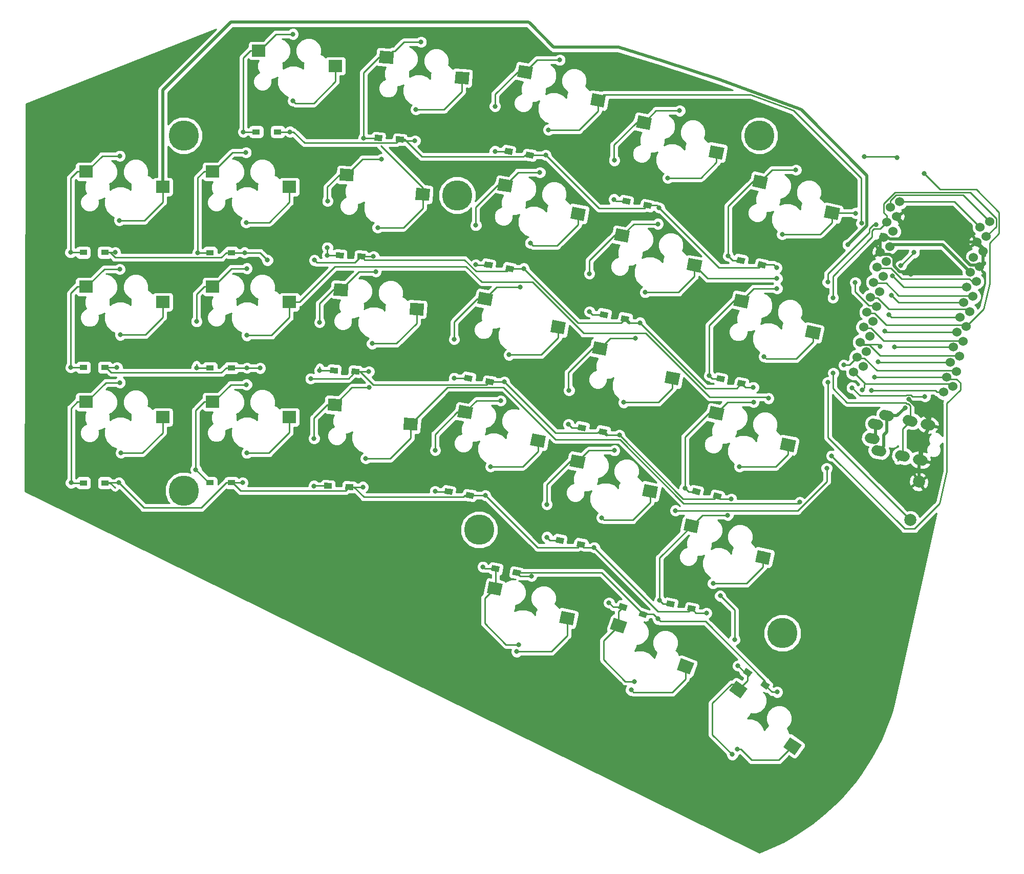
<source format=gbr>
G04 #@! TF.GenerationSoftware,KiCad,Pcbnew,(5.0.2)-1*
G04 #@! TF.CreationDate,2019-01-24T16:51:54+08:00*
G04 #@! TF.ProjectId,52Te_Rev,35325465-5f52-4657-962e-6b696361645f,rev?*
G04 #@! TF.SameCoordinates,Original*
G04 #@! TF.FileFunction,Copper,L1,Top*
G04 #@! TF.FilePolarity,Positive*
%FSLAX46Y46*%
G04 Gerber Fmt 4.6, Leading zero omitted, Abs format (unit mm)*
G04 Created by KiCad (PCBNEW (5.0.2)-1) date 24/01/2019 16:51:54*
%MOMM*%
%LPD*%
G01*
G04 APERTURE LIST*
G04 #@! TA.AperFunction,SMDPad,CuDef*
%ADD10R,1.300000X0.950000*%
G04 #@! TD*
G04 #@! TA.AperFunction,SMDPad,CuDef*
%ADD11C,0.950000*%
G04 #@! TD*
G04 #@! TA.AperFunction,Conductor*
%ADD12C,0.100000*%
G04 #@! TD*
G04 #@! TA.AperFunction,ComponentPad*
%ADD13C,1.700000*%
G04 #@! TD*
G04 #@! TA.AperFunction,Conductor*
%ADD14C,1.700000*%
G04 #@! TD*
G04 #@! TA.AperFunction,SMDPad,CuDef*
%ADD15R,2.300000X2.000000*%
G04 #@! TD*
G04 #@! TA.AperFunction,SMDPad,CuDef*
%ADD16C,2.000000*%
G04 #@! TD*
G04 #@! TA.AperFunction,ComponentPad*
%ADD17C,2.000000*%
G04 #@! TD*
G04 #@! TA.AperFunction,ComponentPad*
%ADD18C,1.524000*%
G04 #@! TD*
G04 #@! TA.AperFunction,WasherPad*
%ADD19C,5.000000*%
G04 #@! TD*
G04 #@! TA.AperFunction,ViaPad*
%ADD20C,0.800000*%
G04 #@! TD*
G04 #@! TA.AperFunction,Conductor*
%ADD21C,0.250000*%
G04 #@! TD*
G04 #@! TA.AperFunction,Conductor*
%ADD22C,0.500000*%
G04 #@! TD*
G04 #@! TA.AperFunction,Conductor*
%ADD23C,0.254000*%
G04 #@! TD*
G04 APERTURE END LIST*
D10*
G04 #@! TO.P,D1,2*
G04 #@! TO.N,row1*
X164275000Y-132790000D03*
G04 #@! TO.P,D1,1*
G04 #@! TO.N,Net-(D1-Pad1)*
X160725000Y-132790000D03*
G04 #@! TD*
G04 #@! TO.P,D2,1*
G04 #@! TO.N,Net-(D2-Pad1)*
X160765000Y-151810000D03*
G04 #@! TO.P,D2,2*
G04 #@! TO.N,row2*
X164315000Y-151810000D03*
G04 #@! TD*
G04 #@! TO.P,D3,2*
G04 #@! TO.N,row3*
X164305000Y-170910000D03*
G04 #@! TO.P,D3,1*
G04 #@! TO.N,Net-(D3-Pad1)*
X160755000Y-170910000D03*
G04 #@! TD*
G04 #@! TO.P,D4,2*
G04 #@! TO.N,row0*
X192875000Y-112820000D03*
G04 #@! TO.P,D4,1*
G04 #@! TO.N,Net-(D4-Pad1)*
X189325000Y-112820000D03*
G04 #@! TD*
G04 #@! TO.P,D5,1*
G04 #@! TO.N,Net-(D5-Pad1)*
X181695000Y-132810000D03*
G04 #@! TO.P,D5,2*
G04 #@! TO.N,row1*
X185245000Y-132810000D03*
G04 #@! TD*
G04 #@! TO.P,D6,2*
G04 #@! TO.N,row2*
X185255000Y-151890000D03*
G04 #@! TO.P,D6,1*
G04 #@! TO.N,Net-(D6-Pad1)*
X181705000Y-151890000D03*
G04 #@! TD*
G04 #@! TO.P,D7,2*
G04 #@! TO.N,row3*
X185245000Y-170890000D03*
G04 #@! TO.P,D7,1*
G04 #@! TO.N,Net-(D7-Pad1)*
X181695000Y-170890000D03*
G04 #@! TD*
D11*
G04 #@! TO.P,D8,1*
G04 #@! TO.N,Net-(D8-Pad1)*
X209519324Y-113836182D03*
D12*
G04 #@! TD*
G04 #@! TO.N,Net-(D8-Pad1)*
G04 #@! TO.C,D8*
G36*
X208837773Y-114264683D02*
X208904042Y-113316997D01*
X210200875Y-113407681D01*
X210134606Y-114355367D01*
X208837773Y-114264683D01*
X208837773Y-114264683D01*
G37*
D11*
G04 #@! TO.P,D8,2*
G04 #@! TO.N,row0*
X213060676Y-114083818D03*
D12*
G04 #@! TD*
G04 #@! TO.N,row0*
G04 #@! TO.C,D8*
G36*
X212379125Y-114512319D02*
X212445394Y-113564633D01*
X213742227Y-113655317D01*
X213675958Y-114603003D01*
X212379125Y-114512319D01*
X212379125Y-114512319D01*
G37*
D11*
G04 #@! TO.P,D9,2*
G04 #@! TO.N,row1*
X206702567Y-133432896D03*
D12*
G04 #@! TD*
G04 #@! TO.N,row1*
G04 #@! TO.C,D9*
G36*
X206028598Y-133873227D02*
X206078317Y-132924529D01*
X207376536Y-132992565D01*
X207326817Y-133941263D01*
X206028598Y-133873227D01*
X206028598Y-133873227D01*
G37*
D11*
G04 #@! TO.P,D9,1*
G04 #@! TO.N,Net-(D9-Pad1)*
X203157433Y-133247104D03*
D12*
G04 #@! TD*
G04 #@! TO.N,Net-(D9-Pad1)*
G04 #@! TO.C,D9*
G36*
X202483464Y-133687435D02*
X202533183Y-132738737D01*
X203831402Y-132806773D01*
X203781683Y-133755471D01*
X202483464Y-133687435D01*
X202483464Y-133687435D01*
G37*
D11*
G04 #@! TO.P,D10,1*
G04 #@! TO.N,Net-(D10-Pad1)*
X202197433Y-152307104D03*
D12*
G04 #@! TD*
G04 #@! TO.N,Net-(D10-Pad1)*
G04 #@! TO.C,D10*
G36*
X201523464Y-152747435D02*
X201573183Y-151798737D01*
X202871402Y-151866773D01*
X202821683Y-152815471D01*
X201523464Y-152747435D01*
X201523464Y-152747435D01*
G37*
D11*
G04 #@! TO.P,D10,2*
G04 #@! TO.N,row2*
X205742567Y-152492896D03*
D12*
G04 #@! TD*
G04 #@! TO.N,row2*
G04 #@! TO.C,D10*
G36*
X205068598Y-152933227D02*
X205118317Y-151984529D01*
X206416536Y-152052565D01*
X206366817Y-153001263D01*
X205068598Y-152933227D01*
X205068598Y-152933227D01*
G37*
D11*
G04 #@! TO.P,D11,1*
G04 #@! TO.N,Net-(D11-Pad1)*
X201187433Y-171407104D03*
D12*
G04 #@! TD*
G04 #@! TO.N,Net-(D11-Pad1)*
G04 #@! TO.C,D11*
G36*
X200513464Y-171847435D02*
X200563183Y-170898737D01*
X201861402Y-170966773D01*
X201811683Y-171915471D01*
X200513464Y-171847435D01*
X200513464Y-171847435D01*
G37*
D11*
G04 #@! TO.P,D11,2*
G04 #@! TO.N,row3*
X204732567Y-171592896D03*
D12*
G04 #@! TD*
G04 #@! TO.N,row3*
G04 #@! TO.C,D11*
G36*
X204058598Y-172033227D02*
X204108317Y-171084529D01*
X205406536Y-171152565D01*
X205356817Y-172101263D01*
X204058598Y-172033227D01*
X204058598Y-172033227D01*
G37*
D11*
G04 #@! TO.P,D12,2*
G04 #@! TO.N,row0*
X234548034Y-116668226D03*
D12*
G04 #@! TD*
G04 #@! TO.N,row0*
G04 #@! TO.C,D12*
G36*
X233825426Y-117023138D02*
X233990392Y-116087571D01*
X235270642Y-116313314D01*
X235105676Y-117248881D01*
X233825426Y-117023138D01*
X233825426Y-117023138D01*
G37*
D11*
G04 #@! TO.P,D12,1*
G04 #@! TO.N,Net-(D12-Pad1)*
X231051966Y-116051774D03*
D12*
G04 #@! TD*
G04 #@! TO.N,Net-(D12-Pad1)*
G04 #@! TO.C,D12*
G36*
X230329358Y-116406686D02*
X230494324Y-115471119D01*
X231774574Y-115696862D01*
X231609608Y-116632429D01*
X230329358Y-116406686D01*
X230329358Y-116406686D01*
G37*
D11*
G04 #@! TO.P,D13,1*
G04 #@! TO.N,Net-(D13-Pad1)*
X227733932Y-134833548D03*
D12*
G04 #@! TD*
G04 #@! TO.N,Net-(D13-Pad1)*
G04 #@! TO.C,D13*
G36*
X227011324Y-135188460D02*
X227176290Y-134252893D01*
X228456540Y-134478636D01*
X228291574Y-135414203D01*
X227011324Y-135188460D01*
X227011324Y-135188460D01*
G37*
D11*
G04 #@! TO.P,D13,2*
G04 #@! TO.N,row1*
X231230000Y-135450000D03*
D12*
G04 #@! TD*
G04 #@! TO.N,row1*
G04 #@! TO.C,D13*
G36*
X230507392Y-135804912D02*
X230672358Y-134869345D01*
X231952608Y-135095088D01*
X231787642Y-136030655D01*
X230507392Y-135804912D01*
X230507392Y-135804912D01*
G37*
D11*
G04 #@! TO.P,D14,2*
G04 #@! TO.N,row2*
X227906068Y-154186452D03*
D12*
G04 #@! TD*
G04 #@! TO.N,row2*
G04 #@! TO.C,D14*
G36*
X227183460Y-154541364D02*
X227348426Y-153605797D01*
X228628676Y-153831540D01*
X228463710Y-154767107D01*
X227183460Y-154541364D01*
X227183460Y-154541364D01*
G37*
D11*
G04 #@! TO.P,D14,1*
G04 #@! TO.N,Net-(D14-Pad1)*
X224410000Y-153570000D03*
D12*
G04 #@! TD*
G04 #@! TO.N,Net-(D14-Pad1)*
G04 #@! TO.C,D14*
G36*
X223687392Y-153924912D02*
X223852358Y-152989345D01*
X225132608Y-153215088D01*
X224967642Y-154150655D01*
X223687392Y-153924912D01*
X223687392Y-153924912D01*
G37*
D11*
G04 #@! TO.P,D15,2*
G04 #@! TO.N,row3*
X224628034Y-172968226D03*
D12*
G04 #@! TD*
G04 #@! TO.N,row3*
G04 #@! TO.C,D15*
G36*
X223905426Y-173323138D02*
X224070392Y-172387571D01*
X225350642Y-172613314D01*
X225185676Y-173548881D01*
X223905426Y-173323138D01*
X223905426Y-173323138D01*
G37*
D11*
G04 #@! TO.P,D15,1*
G04 #@! TO.N,Net-(D15-Pad1)*
X221131966Y-172351774D03*
D12*
G04 #@! TD*
G04 #@! TO.N,Net-(D15-Pad1)*
G04 #@! TO.C,D15*
G36*
X220409358Y-172706686D02*
X220574324Y-171771119D01*
X221854574Y-171996862D01*
X221689608Y-172932429D01*
X220409358Y-172706686D01*
X220409358Y-172706686D01*
G37*
D11*
G04 #@! TO.P,D16,1*
G04 #@! TO.N,Net-(D16-Pad1)*
X228905224Y-185112628D03*
D12*
G04 #@! TD*
G04 #@! TO.N,Net-(D16-Pad1)*
G04 #@! TO.C,D16*
G36*
X228176532Y-185454875D02*
X228357801Y-184522329D01*
X229633916Y-184770381D01*
X229452647Y-185702927D01*
X228176532Y-185454875D01*
X228176532Y-185454875D01*
G37*
D11*
G04 #@! TO.P,D16,2*
G04 #@! TO.N,row4*
X232390000Y-185790000D03*
D12*
G04 #@! TD*
G04 #@! TO.N,row4*
G04 #@! TO.C,D16*
G36*
X231661308Y-186132247D02*
X231842577Y-185199701D01*
X233118692Y-185447753D01*
X232937423Y-186380299D01*
X231661308Y-186132247D01*
X231661308Y-186132247D01*
G37*
D11*
G04 #@! TO.P,D17,1*
G04 #@! TO.N,Net-(D17-Pad1)*
X250527612Y-124311314D03*
D12*
G04 #@! TD*
G04 #@! TO.N,Net-(D17-Pad1)*
G04 #@! TO.C,D17*
G36*
X249798920Y-124653561D02*
X249980189Y-123721015D01*
X251256304Y-123969067D01*
X251075035Y-124901613D01*
X249798920Y-124653561D01*
X249798920Y-124653561D01*
G37*
D11*
G04 #@! TO.P,D17,2*
G04 #@! TO.N,row0*
X254012388Y-124988686D03*
D12*
G04 #@! TD*
G04 #@! TO.N,row0*
G04 #@! TO.C,D17*
G36*
X253283696Y-125330933D02*
X253464965Y-124398387D01*
X254741080Y-124646439D01*
X254559811Y-125578985D01*
X253283696Y-125330933D01*
X253283696Y-125330933D01*
G37*
D11*
G04 #@! TO.P,D18,2*
G04 #@! TO.N,row1*
X250322388Y-143738686D03*
D12*
G04 #@! TD*
G04 #@! TO.N,row1*
G04 #@! TO.C,D18*
G36*
X249593696Y-144080933D02*
X249774965Y-143148387D01*
X251051080Y-143396439D01*
X250869811Y-144328985D01*
X249593696Y-144080933D01*
X249593696Y-144080933D01*
G37*
D11*
G04 #@! TO.P,D18,1*
G04 #@! TO.N,Net-(D18-Pad1)*
X246837612Y-143061314D03*
D12*
G04 #@! TD*
G04 #@! TO.N,Net-(D18-Pad1)*
G04 #@! TO.C,D18*
G36*
X246108920Y-143403561D02*
X246290189Y-142471015D01*
X247566304Y-142719067D01*
X247385035Y-143651613D01*
X246108920Y-143403561D01*
X246108920Y-143403561D01*
G37*
D11*
G04 #@! TO.P,D19,1*
G04 #@! TO.N,Net-(D19-Pad1)*
X243197612Y-161761314D03*
D12*
G04 #@! TD*
G04 #@! TO.N,Net-(D19-Pad1)*
G04 #@! TO.C,D19*
G36*
X242468920Y-162103561D02*
X242650189Y-161171015D01*
X243926304Y-161419067D01*
X243745035Y-162351613D01*
X242468920Y-162103561D01*
X242468920Y-162103561D01*
G37*
D11*
G04 #@! TO.P,D19,2*
G04 #@! TO.N,row2*
X246682388Y-162438686D03*
D12*
G04 #@! TD*
G04 #@! TO.N,row2*
G04 #@! TO.C,D19*
G36*
X245953696Y-162780933D02*
X246134965Y-161848387D01*
X247411080Y-162096439D01*
X247229811Y-163028985D01*
X245953696Y-162780933D01*
X245953696Y-162780933D01*
G37*
D11*
G04 #@! TO.P,D20,1*
G04 #@! TO.N,Net-(D20-Pad1)*
X239527612Y-180411314D03*
D12*
G04 #@! TD*
G04 #@! TO.N,Net-(D20-Pad1)*
G04 #@! TO.C,D20*
G36*
X238798920Y-180753561D02*
X238980189Y-179821015D01*
X240256304Y-180069067D01*
X240075035Y-181001613D01*
X238798920Y-180753561D01*
X238798920Y-180753561D01*
G37*
D11*
G04 #@! TO.P,D20,2*
G04 #@! TO.N,row3*
X243012388Y-181088686D03*
D12*
G04 #@! TD*
G04 #@! TO.N,row3*
G04 #@! TO.C,D20*
G36*
X242283696Y-181430933D02*
X242464965Y-180498387D01*
X243741080Y-180746439D01*
X243559811Y-181678985D01*
X242283696Y-181430933D01*
X242283696Y-181430933D01*
G37*
D11*
G04 #@! TO.P,D21,2*
G04 #@! TO.N,row4*
X253297954Y-192657086D03*
D12*
G04 #@! TD*
G04 #@! TO.N,row4*
G04 #@! TO.C,D21*
G36*
X252524694Y-192881127D02*
X252849613Y-191988419D01*
X254071214Y-192433045D01*
X253746295Y-193325753D01*
X252524694Y-192881127D01*
X252524694Y-192881127D01*
G37*
D11*
G04 #@! TO.P,D21,1*
G04 #@! TO.N,Net-(D21-Pad1)*
X249962046Y-191442914D03*
D12*
G04 #@! TD*
G04 #@! TO.N,Net-(D21-Pad1)*
G04 #@! TO.C,D21*
G36*
X249188786Y-191666955D02*
X249513705Y-190774247D01*
X250735306Y-191218873D01*
X250410387Y-192111581D01*
X249188786Y-191666955D01*
X249188786Y-191666955D01*
G37*
D11*
G04 #@! TO.P,D22,2*
G04 #@! TO.N,row0*
X272946212Y-134829043D03*
D12*
G04 #@! TD*
G04 #@! TO.N,row0*
G04 #@! TO.C,D22*
G36*
X272211658Y-135158521D02*
X272409174Y-134229280D01*
X273680766Y-134499565D01*
X273483250Y-135428806D01*
X272211658Y-135158521D01*
X272211658Y-135158521D01*
G37*
D11*
G04 #@! TO.P,D22,1*
G04 #@! TO.N,Net-(D22-Pad1)*
X269473788Y-134090957D03*
D12*
G04 #@! TD*
G04 #@! TO.N,Net-(D22-Pad1)*
G04 #@! TO.C,D22*
G36*
X268739234Y-134420435D02*
X268936750Y-133491194D01*
X270208342Y-133761479D01*
X270010826Y-134690720D01*
X268739234Y-134420435D01*
X268739234Y-134420435D01*
G37*
D11*
G04 #@! TO.P,D23,1*
G04 #@! TO.N,Net-(D23-Pad1)*
X266107075Y-153685820D03*
D12*
G04 #@! TD*
G04 #@! TO.N,Net-(D23-Pad1)*
G04 #@! TO.C,D23*
G36*
X265369674Y-154008875D02*
X265575291Y-153081394D01*
X266844476Y-153362765D01*
X266638859Y-154290246D01*
X265369674Y-154008875D01*
X265369674Y-154008875D01*
G37*
D11*
G04 #@! TO.P,D23,2*
G04 #@! TO.N,row1*
X269572925Y-154454180D03*
D12*
G04 #@! TD*
G04 #@! TO.N,row1*
G04 #@! TO.C,D23*
G36*
X268835524Y-154777235D02*
X269041141Y-153849754D01*
X270310326Y-154131125D01*
X270104709Y-155058606D01*
X268835524Y-154777235D01*
X268835524Y-154777235D01*
G37*
D11*
G04 #@! TO.P,D24,1*
G04 #@! TO.N,Net-(D24-Pad1)*
X262097075Y-172345820D03*
D12*
G04 #@! TD*
G04 #@! TO.N,Net-(D24-Pad1)*
G04 #@! TO.C,D24*
G36*
X261359674Y-172668875D02*
X261565291Y-171741394D01*
X262834476Y-172022765D01*
X262628859Y-172950246D01*
X261359674Y-172668875D01*
X261359674Y-172668875D01*
G37*
D11*
G04 #@! TO.P,D24,2*
G04 #@! TO.N,row2*
X265562925Y-173114180D03*
D12*
G04 #@! TD*
G04 #@! TO.N,row2*
G04 #@! TO.C,D24*
G36*
X264825524Y-173437235D02*
X265031141Y-172509754D01*
X266300326Y-172791125D01*
X266094709Y-173718606D01*
X264825524Y-173437235D01*
X264825524Y-173437235D01*
G37*
D11*
G04 #@! TO.P,D25,2*
G04 #@! TO.N,row3*
X261312925Y-191704180D03*
D12*
G04 #@! TD*
G04 #@! TO.N,row3*
G04 #@! TO.C,D25*
G36*
X260575524Y-192027235D02*
X260781141Y-191099754D01*
X262050326Y-191381125D01*
X261844709Y-192308606D01*
X260575524Y-192027235D01*
X260575524Y-192027235D01*
G37*
D11*
G04 #@! TO.P,D25,1*
G04 #@! TO.N,Net-(D25-Pad1)*
X257847075Y-190935820D03*
D12*
G04 #@! TD*
G04 #@! TO.N,Net-(D25-Pad1)*
G04 #@! TO.C,D25*
G36*
X257109674Y-191258875D02*
X257315291Y-190331394D01*
X258584476Y-190612765D01*
X258378859Y-191540246D01*
X257109674Y-191258875D01*
X257109674Y-191258875D01*
G37*
D11*
G04 #@! TO.P,D26,1*
G04 #@! TO.N,Net-(D26-Pad1)*
X270576005Y-202311902D03*
D12*
G04 #@! TD*
G04 #@! TO.N,Net-(D26-Pad1)*
G04 #@! TO.C,D26*
G36*
X269771107Y-202328175D02*
X270316005Y-201549980D01*
X271380903Y-202295629D01*
X270836005Y-203073824D01*
X269771107Y-202328175D01*
X269771107Y-202328175D01*
G37*
D11*
G04 #@! TO.P,D26,2*
G04 #@! TO.N,row4*
X273483995Y-204348098D03*
D12*
G04 #@! TD*
G04 #@! TO.N,row4*
G04 #@! TO.C,D26*
G36*
X272679097Y-204364371D02*
X273223995Y-203586176D01*
X274288893Y-204331825D01*
X273743995Y-205110020D01*
X272679097Y-204364371D01*
X272679097Y-204364371D01*
G37*
D13*
G04 #@! TO.P,J1,D*
G04 #@! TO.N,VCC*
X293577444Y-159791932D03*
D14*
G04 #@! TD*
G04 #@! TO.N,VCC*
G04 #@! TO.C,J1*
X293967962Y-159878508D02*
X293186926Y-159705356D01*
D13*
G04 #@! TO.P,J1,A*
G04 #@! TO.N,Net-(J1-PadA)*
X291203953Y-163567716D03*
D14*
G04 #@! TD*
G04 #@! TO.N,Net-(J1-PadA)*
G04 #@! TO.C,J1*
X291594471Y-163654292D02*
X290813435Y-163481140D01*
D13*
G04 #@! TO.P,J1,B*
G04 #@! TO.N,GND*
X300411516Y-161307010D03*
D14*
G04 #@! TD*
G04 #@! TO.N,GND*
G04 #@! TO.C,J1*
X300802034Y-161393586D02*
X300020998Y-161220434D01*
D13*
G04 #@! TO.P,J1,C*
G04 #@! TO.N,data*
X297482628Y-160657691D03*
D14*
G04 #@! TD*
G04 #@! TO.N,data*
G04 #@! TO.C,J1*
X297873146Y-160744267D02*
X297092110Y-160571115D01*
D13*
G04 #@! TO.P,J1,B*
G04 #@! TO.N,GND*
X299123700Y-167115971D03*
D14*
G04 #@! TD*
G04 #@! TO.N,GND*
G04 #@! TO.C,J1*
X299514218Y-167202547D02*
X298733182Y-167029395D01*
D13*
G04 #@! TO.P,J1,C*
G04 #@! TO.N,data*
X296194812Y-166466652D03*
D14*
G04 #@! TD*
G04 #@! TO.N,data*
G04 #@! TO.C,J1*
X296585330Y-166553228D02*
X295804294Y-166380076D01*
D13*
G04 #@! TO.P,J1,D*
G04 #@! TO.N,VCC*
X292289628Y-165600894D03*
D14*
G04 #@! TD*
G04 #@! TO.N,VCC*
G04 #@! TO.C,J1*
X292680146Y-165687470D02*
X291899110Y-165514318D01*
D13*
G04 #@! TO.P,J1,A*
G04 #@! TO.N,Net-(J1-PadA)*
X291734230Y-161175791D03*
D14*
G04 #@! TD*
G04 #@! TO.N,Net-(J1-PadA)*
G04 #@! TO.C,J1*
X292124748Y-161262367D02*
X291343712Y-161089215D01*
D15*
G04 #@! TO.P,SW1,2*
G04 #@! TO.N,Net-(D1-Pad1)*
X161150000Y-119390000D03*
G04 #@! TO.P,SW1,1*
G04 #@! TO.N,col0*
X173850000Y-121930000D03*
G04 #@! TD*
G04 #@! TO.P,SW2,1*
G04 #@! TO.N,col0*
X173860000Y-140990000D03*
G04 #@! TO.P,SW2,2*
G04 #@! TO.N,Net-(D2-Pad1)*
X161160000Y-138450000D03*
G04 #@! TD*
G04 #@! TO.P,SW3,2*
G04 #@! TO.N,Net-(D3-Pad1)*
X161150000Y-157520000D03*
G04 #@! TO.P,SW3,1*
G04 #@! TO.N,col0*
X173850000Y-160060000D03*
G04 #@! TD*
G04 #@! TO.P,SW4,1*
G04 #@! TO.N,col1*
X202440000Y-101940000D03*
G04 #@! TO.P,SW4,2*
G04 #@! TO.N,Net-(D4-Pad1)*
X189740000Y-99400000D03*
G04 #@! TD*
G04 #@! TO.P,SW5,1*
G04 #@! TO.N,col1*
X194810000Y-121930000D03*
G04 #@! TO.P,SW5,2*
G04 #@! TO.N,Net-(D5-Pad1)*
X182110000Y-119390000D03*
G04 #@! TD*
G04 #@! TO.P,SW6,2*
G04 #@! TO.N,Net-(D6-Pad1)*
X182110000Y-138440000D03*
G04 #@! TO.P,SW6,1*
G04 #@! TO.N,col1*
X194810000Y-140980000D03*
G04 #@! TD*
G04 #@! TO.P,SW7,1*
G04 #@! TO.N,col1*
X194810000Y-160040000D03*
G04 #@! TO.P,SW7,2*
G04 #@! TO.N,Net-(D7-Pad1)*
X182110000Y-157500000D03*
G04 #@! TD*
D16*
G04 #@! TO.P,SW8,2*
G04 #@! TO.N,Net-(D8-Pad1)*
X210871038Y-100494860D03*
D12*
G04 #@! TD*
G04 #@! TO.N,Net-(D8-Pad1)*
G04 #@! TO.C,SW8*
G36*
X212087993Y-99577516D02*
X211948480Y-101572644D01*
X209654083Y-101412204D01*
X209793596Y-99417076D01*
X212087993Y-99577516D01*
X212087993Y-99577516D01*
G37*
D16*
G04 #@! TO.P,SW8,1*
G04 #@! TO.N,col2*
X223362920Y-103914580D03*
D12*
G04 #@! TD*
G04 #@! TO.N,col2*
G04 #@! TO.C,SW8*
G36*
X224579875Y-102997236D02*
X224440362Y-104992364D01*
X222145965Y-104831924D01*
X222285478Y-102836796D01*
X224579875Y-102997236D01*
X224579875Y-102997236D01*
G37*
D16*
G04 #@! TO.P,SW9,2*
G04 #@! TO.N,Net-(D9-Pad1)*
X204305772Y-119958702D03*
D12*
G04 #@! TD*
G04 #@! TO.N,Net-(D9-Pad1)*
G04 #@! TO.C,SW9*
G36*
X205506532Y-119020259D02*
X205401860Y-121017518D01*
X203105012Y-120897145D01*
X203209684Y-118899886D01*
X205506532Y-119020259D01*
X205506532Y-119020259D01*
G37*
D16*
G04 #@! TO.P,SW9,1*
G04 #@! TO.N,col2*
X216855434Y-123159885D03*
D12*
G04 #@! TD*
G04 #@! TO.N,col2*
G04 #@! TO.C,SW9*
G36*
X218056194Y-122221442D02*
X217951522Y-124218701D01*
X215654674Y-124098328D01*
X215759346Y-122101069D01*
X218056194Y-122221442D01*
X218056194Y-122221442D01*
G37*
D16*
G04 #@! TO.P,SW10,1*
G04 #@! TO.N,col2*
X215865434Y-142179886D03*
D12*
G04 #@! TD*
G04 #@! TO.N,col2*
G04 #@! TO.C,SW10*
G36*
X217066194Y-141241443D02*
X216961522Y-143238702D01*
X214664674Y-143118329D01*
X214769346Y-141121070D01*
X217066194Y-141241443D01*
X217066194Y-141241443D01*
G37*
D16*
G04 #@! TO.P,SW10,2*
G04 #@! TO.N,Net-(D10-Pad1)*
X203315772Y-138978702D03*
D12*
G04 #@! TD*
G04 #@! TO.N,Net-(D10-Pad1)*
G04 #@! TO.C,SW10*
G36*
X204516532Y-138040259D02*
X204411860Y-140037518D01*
X202115012Y-139917145D01*
X202219684Y-137919886D01*
X204516532Y-138040259D01*
X204516532Y-138040259D01*
G37*
D16*
G04 #@! TO.P,SW11,2*
G04 #@! TO.N,Net-(D11-Pad1)*
X202305772Y-157998702D03*
D12*
G04 #@! TD*
G04 #@! TO.N,Net-(D11-Pad1)*
G04 #@! TO.C,SW11*
G36*
X203506532Y-157060259D02*
X203401860Y-159057518D01*
X201105012Y-158937145D01*
X201209684Y-156939886D01*
X203506532Y-157060259D01*
X203506532Y-157060259D01*
G37*
D16*
G04 #@! TO.P,SW11,1*
G04 #@! TO.N,col2*
X214855434Y-161199886D03*
D12*
G04 #@! TD*
G04 #@! TO.N,col2*
G04 #@! TO.C,SW11*
G36*
X216056194Y-160261443D02*
X215951522Y-162258702D01*
X213654674Y-162138329D01*
X213759346Y-160141070D01*
X216056194Y-160261443D01*
X216056194Y-160261443D01*
G37*
D16*
G04 #@! TO.P,SW12,2*
G04 #@! TO.N,Net-(D12-Pad1)*
X233785674Y-102917990D03*
D12*
G04 #@! TD*
G04 #@! TO.N,Net-(D12-Pad1)*
G04 #@! TO.C,SW12*
G36*
X235091851Y-102132878D02*
X234744555Y-104102493D01*
X232479497Y-103703102D01*
X232826793Y-101733487D01*
X235091851Y-102132878D01*
X235091851Y-102132878D01*
G37*
D16*
G04 #@! TO.P,SW12,1*
G04 #@! TO.N,col3*
X245851667Y-107624733D03*
D12*
G04 #@! TD*
G04 #@! TO.N,col3*
G04 #@! TO.C,SW12*
G36*
X247157844Y-106839621D02*
X246810548Y-108809236D01*
X244545490Y-108409845D01*
X244892786Y-106440230D01*
X247157844Y-106839621D01*
X247157844Y-106839621D01*
G37*
D16*
G04 #@! TO.P,SW13,1*
G04 #@! TO.N,col3*
X242551667Y-126394733D03*
D12*
G04 #@! TD*
G04 #@! TO.N,col3*
G04 #@! TO.C,SW13*
G36*
X243857844Y-125609621D02*
X243510548Y-127579236D01*
X241245490Y-127179845D01*
X241592786Y-125210230D01*
X243857844Y-125609621D01*
X243857844Y-125609621D01*
G37*
D16*
G04 #@! TO.P,SW13,2*
G04 #@! TO.N,Net-(D13-Pad1)*
X230485674Y-121687990D03*
D12*
G04 #@! TD*
G04 #@! TO.N,Net-(D13-Pad1)*
G04 #@! TO.C,SW13*
G36*
X231791851Y-120902878D02*
X231444555Y-122872493D01*
X229179497Y-122473102D01*
X229526793Y-120503487D01*
X231791851Y-120902878D01*
X231791851Y-120902878D01*
G37*
D16*
G04 #@! TO.P,SW14,2*
G04 #@! TO.N,Net-(D14-Pad1)*
X227175674Y-140447990D03*
D12*
G04 #@! TD*
G04 #@! TO.N,Net-(D14-Pad1)*
G04 #@! TO.C,SW14*
G36*
X228481851Y-139662878D02*
X228134555Y-141632493D01*
X225869497Y-141233102D01*
X226216793Y-139263487D01*
X228481851Y-139662878D01*
X228481851Y-139662878D01*
G37*
D16*
G04 #@! TO.P,SW14,1*
G04 #@! TO.N,col3*
X239241667Y-145154733D03*
D12*
G04 #@! TD*
G04 #@! TO.N,col3*
G04 #@! TO.C,SW14*
G36*
X240547844Y-144369621D02*
X240200548Y-146339236D01*
X237935490Y-145939845D01*
X238282786Y-143970230D01*
X240547844Y-144369621D01*
X240547844Y-144369621D01*
G37*
D16*
G04 #@! TO.P,SW15,1*
G04 #@! TO.N,col3*
X235931667Y-163914733D03*
D12*
G04 #@! TD*
G04 #@! TO.N,col3*
G04 #@! TO.C,SW15*
G36*
X237237844Y-163129621D02*
X236890548Y-165099236D01*
X234625490Y-164699845D01*
X234972786Y-162730230D01*
X237237844Y-163129621D01*
X237237844Y-163129621D01*
G37*
D16*
G04 #@! TO.P,SW15,2*
G04 #@! TO.N,Net-(D15-Pad1)*
X223865674Y-159207990D03*
D12*
G04 #@! TD*
G04 #@! TO.N,Net-(D15-Pad1)*
G04 #@! TO.C,SW15*
G36*
X225171851Y-158422878D02*
X224824555Y-160392493D01*
X222559497Y-159993102D01*
X222906793Y-158023487D01*
X225171851Y-158422878D01*
X225171851Y-158422878D01*
G37*
D16*
G04 #@! TO.P,SW16,1*
G04 #@! TO.N,col3*
X240743677Y-193303065D03*
D12*
G04 #@! TD*
G04 #@! TO.N,col3*
G04 #@! TO.C,SW16*
G36*
X242063357Y-192540868D02*
X241681739Y-194504123D01*
X239423997Y-194065262D01*
X239805615Y-192102007D01*
X242063357Y-192540868D01*
X242063357Y-192540868D01*
G37*
D16*
G04 #@! TO.P,SW16,2*
G04 #@! TO.N,Net-(D16-Pad1)*
X228761667Y-188386458D03*
D12*
G04 #@! TD*
G04 #@! TO.N,Net-(D16-Pad1)*
G04 #@! TO.C,SW16*
G36*
X230081347Y-187624261D02*
X229699729Y-189587516D01*
X227441987Y-189148655D01*
X227823605Y-187185400D01*
X230081347Y-187624261D01*
X230081347Y-187624261D01*
G37*
D16*
G04 #@! TO.P,SW17,1*
G04 #@! TO.N,col4*
X265423677Y-116223065D03*
D12*
G04 #@! TD*
G04 #@! TO.N,col4*
G04 #@! TO.C,SW17*
G36*
X266743357Y-115460868D02*
X266361739Y-117424123D01*
X264103997Y-116985262D01*
X264485615Y-115022007D01*
X266743357Y-115460868D01*
X266743357Y-115460868D01*
G37*
D16*
G04 #@! TO.P,SW17,2*
G04 #@! TO.N,Net-(D17-Pad1)*
X253441667Y-111306458D03*
D12*
G04 #@! TD*
G04 #@! TO.N,Net-(D17-Pad1)*
G04 #@! TO.C,SW17*
G36*
X254761347Y-110544261D02*
X254379729Y-112507516D01*
X252121987Y-112068655D01*
X252503605Y-110105400D01*
X254761347Y-110544261D01*
X254761347Y-110544261D01*
G37*
D16*
G04 #@! TO.P,SW18,2*
G04 #@! TO.N,Net-(D18-Pad1)*
X249811667Y-129986458D03*
D12*
G04 #@! TD*
G04 #@! TO.N,Net-(D18-Pad1)*
G04 #@! TO.C,SW18*
G36*
X251131347Y-129224261D02*
X250749729Y-131187516D01*
X248491987Y-130748655D01*
X248873605Y-128785400D01*
X251131347Y-129224261D01*
X251131347Y-129224261D01*
G37*
D16*
G04 #@! TO.P,SW18,1*
G04 #@! TO.N,col4*
X261793677Y-134903065D03*
D12*
G04 #@! TD*
G04 #@! TO.N,col4*
G04 #@! TO.C,SW18*
G36*
X263113357Y-134140868D02*
X262731739Y-136104123D01*
X260473997Y-135665262D01*
X260855615Y-133702007D01*
X263113357Y-134140868D01*
X263113357Y-134140868D01*
G37*
D16*
G04 #@! TO.P,SW19,1*
G04 #@! TO.N,col4*
X258153677Y-153603065D03*
D12*
G04 #@! TD*
G04 #@! TO.N,col4*
G04 #@! TO.C,SW19*
G36*
X259473357Y-152840868D02*
X259091739Y-154804123D01*
X256833997Y-154365262D01*
X257215615Y-152402007D01*
X259473357Y-152840868D01*
X259473357Y-152840868D01*
G37*
D16*
G04 #@! TO.P,SW19,2*
G04 #@! TO.N,Net-(D19-Pad1)*
X246171667Y-148686458D03*
D12*
G04 #@! TD*
G04 #@! TO.N,Net-(D19-Pad1)*
G04 #@! TO.C,SW19*
G36*
X247491347Y-147924261D02*
X247109729Y-149887516D01*
X244851987Y-149448655D01*
X245233605Y-147485400D01*
X247491347Y-147924261D01*
X247491347Y-147924261D01*
G37*
D16*
G04 #@! TO.P,SW20,2*
G04 #@! TO.N,Net-(D20-Pad1)*
X242471668Y-167396458D03*
D12*
G04 #@! TD*
G04 #@! TO.N,Net-(D20-Pad1)*
G04 #@! TO.C,SW20*
G36*
X243791348Y-166634261D02*
X243409730Y-168597516D01*
X241151988Y-168158655D01*
X241533606Y-166195400D01*
X243791348Y-166634261D01*
X243791348Y-166634261D01*
G37*
D16*
G04 #@! TO.P,SW20,1*
G04 #@! TO.N,col4*
X254453677Y-172313065D03*
D12*
G04 #@! TD*
G04 #@! TO.N,col4*
G04 #@! TO.C,SW20*
G36*
X255773357Y-171550868D02*
X255391739Y-173514123D01*
X253133997Y-173075262D01*
X253515615Y-171112007D01*
X255773357Y-171550868D01*
X255773357Y-171550868D01*
G37*
D16*
G04 #@! TO.P,SW21,2*
G04 #@! TO.N,Net-(D21-Pad1)*
X249244895Y-194539259D03*
D12*
G04 #@! TD*
G04 #@! TO.N,Net-(D21-Pad1)*
G04 #@! TO.C,SW21*
G36*
X250667562Y-193992890D02*
X249983521Y-195872275D01*
X247822228Y-195085628D01*
X248506269Y-193206243D01*
X250667562Y-193992890D01*
X250667562Y-193992890D01*
G37*
D16*
G04 #@! TO.P,SW21,1*
G04 #@! TO.N,col4*
X260310260Y-201269734D03*
D12*
G04 #@! TD*
G04 #@! TO.N,col4*
G04 #@! TO.C,SW21*
G36*
X261732927Y-200723365D02*
X261048886Y-202602750D01*
X258887593Y-201816103D01*
X259571634Y-199936718D01*
X261732927Y-200723365D01*
X261732927Y-200723365D01*
G37*
D16*
G04 #@! TO.P,SW22,2*
G04 #@! TO.N,Net-(D22-Pad1)*
X272659067Y-121096788D03*
D12*
G04 #@! TD*
G04 #@! TO.N,Net-(D22-Pad1)*
G04 #@! TO.C,SW22*
G36*
X273991848Y-120357739D02*
X273576025Y-122314034D01*
X271326286Y-121835837D01*
X271742109Y-119879542D01*
X273991848Y-120357739D01*
X273991848Y-120357739D01*
G37*
D16*
G04 #@! TO.P,SW22,1*
G04 #@! TO.N,col5*
X284553445Y-126221761D03*
D12*
G04 #@! TD*
G04 #@! TO.N,col5*
G04 #@! TO.C,SW22*
G36*
X285886226Y-125482712D02*
X285470403Y-127439007D01*
X283220664Y-126960810D01*
X283636487Y-125004515D01*
X285886226Y-125482712D01*
X285886226Y-125482712D01*
G37*
D16*
G04 #@! TO.P,SW23,1*
G04 #@! TO.N,col5*
X281402486Y-146036234D03*
D12*
G04 #@! TD*
G04 #@! TO.N,col5*
G04 #@! TO.C,SW23*
G36*
X282741666Y-145308844D02*
X282308787Y-147261436D01*
X280063306Y-146763624D01*
X280496185Y-144811032D01*
X282741666Y-145308844D01*
X282741666Y-145308844D01*
G37*
D16*
G04 #@! TO.P,SW23,2*
G04 #@! TO.N,Net-(D23-Pad1)*
X269553284Y-140807659D03*
D12*
G04 #@! TD*
G04 #@! TO.N,Net-(D23-Pad1)*
G04 #@! TO.C,SW23*
G36*
X270892464Y-140080269D02*
X270459585Y-142032861D01*
X268214104Y-141535049D01*
X268646983Y-139582457D01*
X270892464Y-140080269D01*
X270892464Y-140080269D01*
G37*
D16*
G04 #@! TO.P,SW24,2*
G04 #@! TO.N,Net-(D24-Pad1)*
X265423284Y-159407659D03*
D12*
G04 #@! TD*
G04 #@! TO.N,Net-(D24-Pad1)*
G04 #@! TO.C,SW24*
G36*
X266762464Y-158680269D02*
X266329585Y-160632861D01*
X264084104Y-160135049D01*
X264516983Y-158182457D01*
X266762464Y-158680269D01*
X266762464Y-158680269D01*
G37*
D16*
G04 #@! TO.P,SW24,1*
G04 #@! TO.N,col5*
X277272486Y-164636234D03*
D12*
G04 #@! TD*
G04 #@! TO.N,col5*
G04 #@! TO.C,SW24*
G36*
X278611666Y-163908844D02*
X278178787Y-165861436D01*
X275933306Y-165363624D01*
X276366185Y-163411032D01*
X278611666Y-163908844D01*
X278611666Y-163908844D01*
G37*
D16*
G04 #@! TO.P,SW25,1*
G04 #@! TO.N,col5*
X273152486Y-183246234D03*
D12*
G04 #@! TD*
G04 #@! TO.N,col5*
G04 #@! TO.C,SW25*
G36*
X274491666Y-182518844D02*
X274058787Y-184471436D01*
X271813306Y-183973624D01*
X272246185Y-182021032D01*
X274491666Y-182518844D01*
X274491666Y-182518844D01*
G37*
D16*
G04 #@! TO.P,SW25,2*
G04 #@! TO.N,Net-(D25-Pad1)*
X261303284Y-178017659D03*
D12*
G04 #@! TD*
G04 #@! TO.N,Net-(D25-Pad1)*
G04 #@! TO.C,SW25*
G36*
X262642464Y-177290269D02*
X262209585Y-179242861D01*
X259964104Y-178745049D01*
X260396983Y-176792457D01*
X262642464Y-177290269D01*
X262642464Y-177290269D01*
G37*
D16*
G04 #@! TO.P,SW26,1*
G04 #@! TO.N,col5*
X278003892Y-214471623D03*
D12*
G04 #@! TD*
G04 #@! TO.N,col5*
G04 #@! TO.C,SW26*
G36*
X279519493Y-214312084D02*
X278372340Y-215950388D01*
X276488291Y-214631162D01*
X277635444Y-212992858D01*
X279519493Y-214312084D01*
X279519493Y-214312084D01*
G37*
D16*
G04 #@! TO.P,SW26,2*
G04 #@! TO.N,Net-(D26-Pad1)*
X269057545Y-205106556D03*
D12*
G04 #@! TD*
G04 #@! TO.N,Net-(D26-Pad1)*
G04 #@! TO.C,SW26*
G36*
X270573146Y-204947017D02*
X269425993Y-206585321D01*
X267541944Y-205266095D01*
X268689097Y-203627791D01*
X270573146Y-204947017D01*
X270573146Y-204947017D01*
G37*
D17*
G04 #@! TO.P,SW27,1*
G04 #@! TO.N,reset*
X297496571Y-177062962D03*
G04 #@! TO.P,SW27,2*
G04 #@! TO.N,GND*
X298903429Y-170717038D03*
G04 #@! TD*
D18*
G04 #@! TO.P,U1,24*
G04 #@! TO.N,Net-(U1-Pad24)*
X295739300Y-124368124D03*
G04 #@! TO.P,U1,23*
G04 #@! TO.N,GND*
X295189544Y-126847916D03*
G04 #@! TO.P,U1,22*
G04 #@! TO.N,reset*
X294639787Y-129327707D03*
G04 #@! TO.P,U1,21*
G04 #@! TO.N,VCC*
X294090030Y-131807499D03*
G04 #@! TO.P,U1,20*
G04 #@! TO.N,Net-(U1-Pad20)*
X293540274Y-134287291D03*
G04 #@! TO.P,U1,19*
G04 #@! TO.N,Net-(U1-Pad19)*
X292990517Y-136767083D03*
G04 #@! TO.P,U1,18*
G04 #@! TO.N,col5*
X292440761Y-139246875D03*
G04 #@! TO.P,U1,17*
G04 #@! TO.N,col4*
X291891004Y-141726667D03*
G04 #@! TO.P,U1,16*
G04 #@! TO.N,col3*
X291341247Y-144206459D03*
G04 #@! TO.P,U1,15*
G04 #@! TO.N,col2*
X290791491Y-146686249D03*
G04 #@! TO.P,U1,14*
G04 #@! TO.N,col1*
X290241734Y-149166042D03*
G04 #@! TO.P,U1,13*
G04 #@! TO.N,col0*
X289691977Y-151645834D03*
G04 #@! TO.P,U1,12*
G04 #@! TO.N,row4*
X304551203Y-154940045D03*
G04 #@! TO.P,U1,11*
G04 #@! TO.N,row3*
X305100959Y-152460253D03*
G04 #@! TO.P,U1,10*
G04 #@! TO.N,row2*
X305650716Y-149980461D03*
G04 #@! TO.P,U1,9*
G04 #@! TO.N,row1*
X306200474Y-147500670D03*
G04 #@! TO.P,U1,8*
G04 #@! TO.N,row0*
X306750229Y-145020878D03*
G04 #@! TO.P,U1,7*
G04 #@! TO.N,Net-(U1-Pad7)*
X307299986Y-142541086D03*
G04 #@! TO.P,U1,6*
G04 #@! TO.N,Net-(U1-Pad6)*
X307849742Y-140061294D03*
G04 #@! TO.P,U1,5*
G04 #@! TO.N,Net-(U1-Pad5)*
X308399499Y-137581502D03*
G04 #@! TO.P,U1,4*
G04 #@! TO.N,GND*
X308949256Y-135101710D03*
G04 #@! TO.P,U1,3*
X309499012Y-132621918D03*
G04 #@! TO.P,U1,2*
G04 #@! TO.N,data*
X310048769Y-130142127D03*
G04 #@! TO.P,U1,1*
G04 #@! TO.N,Net-(U1-Pad1)*
X310598525Y-127662335D03*
X294169463Y-125320934D03*
G04 #@! TO.P,U1,2*
G04 #@! TO.N,data*
X293619706Y-127800726D03*
G04 #@! TO.P,U1,3*
G04 #@! TO.N,GND*
X293069950Y-130280518D03*
G04 #@! TO.P,U1,4*
X292520193Y-132760310D03*
G04 #@! TO.P,U1,5*
G04 #@! TO.N,Net-(U1-Pad5)*
X291970436Y-135240102D03*
G04 #@! TO.P,U1,6*
G04 #@! TO.N,Net-(U1-Pad6)*
X291420680Y-137719893D03*
G04 #@! TO.P,U1,7*
G04 #@! TO.N,Net-(U1-Pad7)*
X290870923Y-140199685D03*
G04 #@! TO.P,U1,8*
G04 #@! TO.N,row0*
X290321167Y-142679477D03*
G04 #@! TO.P,U1,9*
G04 #@! TO.N,row1*
X289771410Y-145159269D03*
G04 #@! TO.P,U1,10*
G04 #@! TO.N,row2*
X289221653Y-147639061D03*
G04 #@! TO.P,U1,11*
G04 #@! TO.N,row3*
X288671897Y-150118853D03*
G04 #@! TO.P,U1,12*
G04 #@! TO.N,row4*
X288122140Y-152598645D03*
G04 #@! TO.P,U1,13*
G04 #@! TO.N,col0*
X303000891Y-155897184D03*
G04 #@! TO.P,U1,14*
G04 #@! TO.N,col1*
X303550648Y-153417392D03*
G04 #@! TO.P,U1,15*
G04 #@! TO.N,col2*
X304100404Y-150937601D03*
G04 #@! TO.P,U1,16*
G04 #@! TO.N,col3*
X304650161Y-148457809D03*
G04 #@! TO.P,U1,17*
G04 #@! TO.N,col4*
X305199918Y-145978017D03*
G04 #@! TO.P,U1,18*
G04 #@! TO.N,col5*
X305749674Y-143498225D03*
G04 #@! TO.P,U1,19*
G04 #@! TO.N,Net-(U1-Pad19)*
X306299431Y-141018433D03*
G04 #@! TO.P,U1,20*
G04 #@! TO.N,Net-(U1-Pad20)*
X306849188Y-138538641D03*
G04 #@! TO.P,U1,21*
G04 #@! TO.N,VCC*
X307398944Y-136058849D03*
G04 #@! TO.P,U1,22*
G04 #@! TO.N,reset*
X307948701Y-133579058D03*
G04 #@! TO.P,U1,23*
G04 #@! TO.N,GND*
X308498457Y-131099266D03*
G04 #@! TO.P,U1,24*
G04 #@! TO.N,Net-(U1-Pad24)*
X309048214Y-128619474D03*
G04 #@! TD*
D19*
G04 #@! TO.P,Ref\002A\002A,*
G04 #@! TO.N,*
X177320000Y-172190000D03*
G04 #@! TD*
G04 #@! TO.P,Ref\002A\002A,*
G04 #@! TO.N,*
X177320000Y-113420000D03*
G04 #@! TD*
G04 #@! TO.P,Ref\002A\002A,*
G04 #@! TO.N,*
X222530000Y-123320000D03*
G04 #@! TD*
G04 #@! TO.P,Ref\002A\002A,*
G04 #@! TO.N,*
X226190000Y-178660000D03*
G04 #@! TD*
G04 #@! TO.P,Ref\002A\002A,*
G04 #@! TO.N,*
X276360000Y-195770000D03*
G04 #@! TD*
G04 #@! TO.P,Ref\002A\002A,*
G04 #@! TO.N,*
X272540000Y-113460000D03*
G04 #@! TD*
D20*
G04 #@! TO.N,row1*
X166010000Y-132780000D03*
X187390000Y-132810000D03*
X208720000Y-133430000D03*
X233570000Y-135440000D03*
X252780000Y-144410000D03*
X271540000Y-155090000D03*
X287830000Y-155160000D03*
X299910000Y-156622184D03*
X191190000Y-134070000D03*
X198950000Y-134070000D03*
G04 #@! TO.N,Net-(D1-Pad1)*
X158620000Y-132780000D03*
X166770000Y-116820000D03*
G04 #@! TO.N,Net-(D2-Pad1)*
X158670000Y-151820000D03*
X166750000Y-135560000D03*
G04 #@! TO.N,row2*
X166300000Y-151820000D03*
X187780000Y-151900000D03*
X207960000Y-152490000D03*
X230360000Y-154180000D03*
X249370000Y-163010000D03*
X267880000Y-173580000D03*
X298110000Y-132800000D03*
X292540000Y-148370000D03*
X295930368Y-134968389D03*
X189970000Y-151920000D03*
X198340000Y-153650000D03*
X289860000Y-116960000D03*
X295260000Y-117110000D03*
G04 #@! TO.N,row3*
X166630000Y-170900000D03*
X187060000Y-170890000D03*
X206950000Y-171590000D03*
X227210000Y-172970000D03*
X245210000Y-181590000D03*
X263770000Y-192450000D03*
X258650000Y-175480000D03*
X283660000Y-168480000D03*
X286480010Y-151400000D03*
G04 #@! TO.N,Net-(D3-Pad1)*
X158700000Y-170900000D03*
X166790000Y-154310000D03*
G04 #@! TO.N,row0*
X194900000Y-112820000D03*
X215580000Y-114290000D03*
X237190000Y-116670000D03*
X255960000Y-125400000D03*
X275410000Y-135330000D03*
X299750000Y-119720000D03*
G04 #@! TO.N,Net-(D4-Pad1)*
X187190000Y-112820000D03*
X195400000Y-96660000D03*
G04 #@! TO.N,Net-(D5-Pad1)*
X179670000Y-132810000D03*
X187620000Y-116250000D03*
G04 #@! TO.N,Net-(D6-Pad1)*
X179450000Y-151890000D03*
X187780000Y-135440000D03*
X179460000Y-144210000D03*
G04 #@! TO.N,Net-(D7-Pad1)*
X187720000Y-154650000D03*
X179330000Y-168710000D03*
G04 #@! TO.N,Net-(D8-Pad1)*
X207090000Y-113840000D03*
X216570000Y-97970000D03*
G04 #@! TO.N,Net-(D9-Pad1)*
X201090000Y-133250000D03*
X210070000Y-117380000D03*
X201130000Y-124280000D03*
X201090000Y-131980000D03*
G04 #@! TO.N,Net-(D10-Pad1)*
X199820000Y-152300000D03*
X209110000Y-135970000D03*
X199790000Y-144360000D03*
G04 #@! TO.N,Net-(D11-Pad1)*
X198890000Y-171410000D03*
X208000000Y-155150000D03*
X198890000Y-163550000D03*
G04 #@! TO.N,Net-(D12-Pad1)*
X228800000Y-116050000D03*
X239520000Y-100940000D03*
X228800000Y-108590000D03*
G04 #@! TO.N,Net-(D13-Pad1)*
X225640000Y-134830000D03*
X236230000Y-119540000D03*
X225650000Y-128290000D03*
G04 #@! TO.N,Net-(D14-Pad1)*
X222060000Y-153570000D03*
X232980000Y-138520000D03*
X222050000Y-147160000D03*
G04 #@! TO.N,Net-(D15-Pad1)*
X218910000Y-172330000D03*
X229750000Y-157320000D03*
X218920000Y-165530000D03*
G04 #@! TO.N,Net-(D16-Pad1)*
X232730000Y-197670000D03*
X226810000Y-184810000D03*
G04 #@! TO.N,row4*
X275470000Y-205520000D03*
X234840000Y-186350000D03*
X255750000Y-193410000D03*
X289510000Y-155540000D03*
G04 #@! TO.N,Net-(D17-Pad1)*
X259350000Y-109340000D03*
X248510000Y-124000000D03*
X248540000Y-117550000D03*
G04 #@! TO.N,Net-(D18-Pad1)*
X244430000Y-142580000D03*
X255730000Y-128060000D03*
X244420000Y-136280000D03*
G04 #@! TO.N,Net-(D19-Pad1)*
X252040000Y-147000000D03*
X240970000Y-161220000D03*
X241060000Y-155600000D03*
G04 #@! TO.N,Net-(D20-Pad1)*
X237410000Y-179890000D03*
X248570000Y-165540000D03*
X237390000Y-174470000D03*
G04 #@! TO.N,Net-(D21-Pad1)*
X247670000Y-190750000D03*
X251846623Y-203752701D03*
G04 #@! TO.N,Net-(D22-Pad1)*
X278570000Y-119130000D03*
X267360000Y-133360000D03*
G04 #@! TO.N,Net-(D23-Pad1)*
X275440000Y-138760000D03*
X264230000Y-153170000D03*
G04 #@! TO.N,Net-(D24-Pad1)*
X271560000Y-157570000D03*
X260220000Y-171770000D03*
G04 #@! TO.N,Net-(D25-Pad1)*
X267310000Y-176240000D03*
X256040000Y-190370000D03*
G04 #@! TO.N,Net-(D26-Pad1)*
X269000000Y-201180000D03*
X268060000Y-215850000D03*
G04 #@! TO.N,VCC*
X296628655Y-158469667D03*
G04 #@! TO.N,GND*
X297242110Y-157070000D03*
X297600000Y-136400000D03*
G04 #@! TO.N,data*
X284750000Y-152740000D03*
X284700000Y-140280000D03*
G04 #@! TO.N,col0*
X166690000Y-127470000D03*
X166850000Y-146430000D03*
X166950000Y-165950000D03*
X291030000Y-155650000D03*
X287150000Y-131490000D03*
G04 #@! TO.N,col1*
X187660000Y-127830000D03*
X187780000Y-146500000D03*
X187760000Y-165970000D03*
X195400000Y-107700000D03*
X291600000Y-153380000D03*
X274040000Y-156930000D03*
X284480000Y-166440000D03*
G04 #@! TO.N,col2*
X215730000Y-109140000D03*
X209420000Y-128660000D03*
X208480000Y-147870000D03*
X207450000Y-166880000D03*
X292140000Y-150840000D03*
X279210000Y-174100000D03*
G04 #@! TO.N,col3*
X237670000Y-112500000D03*
X234660000Y-131220000D03*
X231140000Y-149730000D03*
X228070000Y-168230000D03*
X232410000Y-198830000D03*
X289420000Y-127970000D03*
X294900000Y-148460000D03*
G04 #@! TO.N,col4*
X250100000Y-157600000D03*
X253630000Y-139380000D03*
X257400000Y-120470000D03*
X246440000Y-176660000D03*
X251330000Y-205180000D03*
X293230000Y-145760000D03*
X275430000Y-137100000D03*
X288380000Y-137750000D03*
G04 #@! TO.N,col5*
X268870000Y-214970000D03*
X276305086Y-129794882D03*
X273290000Y-150000000D03*
X269245145Y-168212833D03*
X264860000Y-187550000D03*
X293920000Y-143090000D03*
X288460000Y-126290000D03*
X266050000Y-189610000D03*
X268420000Y-196860000D03*
G04 #@! TO.N,reset*
X291823630Y-128159980D03*
X283840000Y-154260000D03*
X283840000Y-137710000D03*
G04 #@! TO.N,Net-(U1-Pad20)*
X294495839Y-136634446D03*
G04 #@! TO.N,Net-(U1-Pad19)*
X294390000Y-139850000D03*
G04 #@! TD*
D21*
G04 #@! TO.N,row1*
X164285000Y-132780000D02*
X164275000Y-132790000D01*
X166010000Y-132780000D02*
X164285000Y-132780000D01*
X187390000Y-132810000D02*
X185245000Y-132810000D01*
X206705463Y-133430000D02*
X206702567Y-133432896D01*
X208720000Y-133430000D02*
X206705463Y-133430000D01*
X231240000Y-135440000D02*
X231230000Y-135450000D01*
X233570000Y-135440000D02*
X231240000Y-135440000D01*
X250313702Y-143730000D02*
X250312388Y-143728686D01*
D22*
X250993702Y-144410000D02*
X250322388Y-143738686D01*
D21*
X252780000Y-144410000D02*
X250993702Y-144410000D01*
X270208745Y-155090000D02*
X269572925Y-154454180D01*
X271540000Y-155090000D02*
X270208745Y-155090000D01*
X289905601Y-145293460D02*
X289771410Y-145159269D01*
X291007463Y-145293460D02*
X289905601Y-145293460D01*
X293084811Y-147370808D02*
X291007463Y-145293460D01*
X306070611Y-147370808D02*
X293084811Y-147370808D01*
X306200473Y-147500670D02*
X306070611Y-147370808D01*
X184345000Y-132810000D02*
X185245000Y-132810000D01*
X183544999Y-133610001D02*
X184345000Y-132810000D01*
X165995001Y-133610001D02*
X183544999Y-133610001D01*
X165175000Y-132790000D02*
X165995001Y-133610001D01*
X164275000Y-132790000D02*
X165175000Y-132790000D01*
X206054982Y-134080481D02*
X206179892Y-133955571D01*
X185245000Y-132810000D02*
X186145000Y-132810000D01*
X230749262Y-135930738D02*
X231230000Y-135450000D01*
X225667736Y-135930738D02*
X230749262Y-135930738D01*
X223742562Y-134005564D02*
X225667736Y-135930738D01*
X207275235Y-134005564D02*
X223742562Y-134005564D01*
X206702567Y-133432896D02*
X207275235Y-134005564D01*
X249651074Y-144410000D02*
X250322388Y-143738686D01*
X242540000Y-144410000D02*
X249651074Y-144410000D01*
X233570000Y-135440000D02*
X242540000Y-144410000D01*
X268757105Y-155270000D02*
X269572925Y-154454180D01*
X263640000Y-155270000D02*
X268757105Y-155270000D01*
X252780000Y-144410000D02*
X263640000Y-155270000D01*
X287830000Y-155160000D02*
X289164990Y-156494990D01*
X289164990Y-156494990D02*
X296744118Y-156494990D01*
X296744118Y-156494990D02*
X296894109Y-156344999D01*
X296894109Y-156344999D02*
X297590111Y-156344999D01*
X297590111Y-156344999D02*
X297867296Y-156622184D01*
X297867296Y-156622184D02*
X299910000Y-156622184D01*
X187390000Y-132810000D02*
X189930000Y-132810000D01*
X189930000Y-132810000D02*
X191190000Y-134070000D01*
X206179892Y-133955571D02*
X206702567Y-133432896D01*
X205665464Y-134469999D02*
X206179892Y-133955571D01*
X199349999Y-134469999D02*
X205665464Y-134469999D01*
X198950000Y-134070000D02*
X199349999Y-134469999D01*
G04 #@! TO.N,Net-(D1-Pad1)*
X160725000Y-132790000D02*
X158630000Y-132790000D01*
X158630000Y-132790000D02*
X158620000Y-132780000D01*
X163870000Y-116820000D02*
X166770000Y-116820000D01*
X161150000Y-119390000D02*
X161300000Y-119390000D01*
X161300000Y-119390000D02*
X163870000Y-116820000D01*
X158620000Y-120520000D02*
X158620000Y-132780000D01*
X159750000Y-119390000D02*
X158620000Y-120520000D01*
X161150000Y-119390000D02*
X159750000Y-119390000D01*
G04 #@! TO.N,Net-(D2-Pad1)*
X160765000Y-151810000D02*
X158680000Y-151810000D01*
X158680000Y-151810000D02*
X158670000Y-151820000D01*
X164200000Y-135560000D02*
X166750000Y-135560000D01*
X161160000Y-138450000D02*
X161310000Y-138450000D01*
X161310000Y-138450000D02*
X164200000Y-135560000D01*
X158670000Y-139540000D02*
X158670000Y-151820000D01*
X159760000Y-138450000D02*
X158670000Y-139540000D01*
X161160000Y-138450000D02*
X159760000Y-138450000D01*
G04 #@! TO.N,row2*
X164325000Y-151820000D02*
X164315000Y-151810000D01*
X166300000Y-151820000D02*
X164325000Y-151820000D01*
X185265000Y-151900000D02*
X185255000Y-151890000D01*
X187780000Y-151900000D02*
X185265000Y-151900000D01*
X205745463Y-152490000D02*
X205742567Y-152492896D01*
X207960000Y-152490000D02*
X205745463Y-152490000D01*
X227912520Y-154180000D02*
X227906068Y-154186452D01*
X230360000Y-154180000D02*
X227912520Y-154180000D01*
D22*
X247253702Y-163010000D02*
X246682388Y-162438686D01*
D21*
X249370000Y-163010000D02*
X247253702Y-163010000D01*
X266028745Y-173580000D02*
X265562925Y-173114180D01*
X267880000Y-173580000D02*
X266028745Y-173580000D01*
X289661633Y-148079041D02*
X289221653Y-147639061D01*
X290763495Y-148079041D02*
X289661633Y-148079041D01*
X292535054Y-149850600D02*
X290763495Y-148079041D01*
X305520855Y-149850600D02*
X292535054Y-149850600D01*
X305650716Y-149980461D02*
X305520855Y-149850600D01*
X184355000Y-151890000D02*
X185255000Y-151890000D01*
X183554999Y-152690001D02*
X184355000Y-151890000D01*
X165370001Y-152690001D02*
X183554999Y-152690001D01*
X164490000Y-151810000D02*
X165370001Y-152690001D01*
X164315000Y-151810000D02*
X164490000Y-151810000D01*
X205094982Y-153140481D02*
X205742567Y-152492896D01*
X185255000Y-151890000D02*
X186155000Y-151890000D01*
X227425330Y-154667190D02*
X227906068Y-154186452D01*
X208667753Y-154667190D02*
X227425330Y-154667190D01*
X206493459Y-152492896D02*
X208667753Y-154667190D01*
X205742567Y-152492896D02*
X206493459Y-152492896D01*
X245920223Y-162438686D02*
X246682388Y-162438686D01*
X245682286Y-162676623D02*
X245920223Y-162438686D01*
X238856623Y-162676623D02*
X245682286Y-162676623D01*
X230360000Y-154180000D02*
X238856623Y-162676623D01*
X289552593Y-147970001D02*
X289221653Y-147639061D01*
X292140001Y-147970001D02*
X289552593Y-147970001D01*
X292540000Y-148370000D02*
X292140001Y-147970001D01*
X295941611Y-134968389D02*
X295930368Y-134968389D01*
X298110000Y-132800000D02*
X295941611Y-134968389D01*
X187780000Y-151900000D02*
X189950000Y-151900000D01*
X189950000Y-151900000D02*
X189970000Y-151920000D01*
X204585463Y-153650000D02*
X205742567Y-152492896D01*
X198340000Y-153650000D02*
X204585463Y-153650000D01*
X265093971Y-173583134D02*
X265562925Y-173114180D01*
X249370000Y-163010000D02*
X259943134Y-173583134D01*
X259943134Y-173583134D02*
X265093971Y-173583134D01*
X289860000Y-116960000D02*
X295110000Y-116960000D01*
X295110000Y-116960000D02*
X295260000Y-117110000D01*
G04 #@! TO.N,row3*
X243053702Y-181110000D02*
X243052388Y-181108686D01*
X164315000Y-170900000D02*
X164305000Y-170910000D01*
X166630000Y-170900000D02*
X164315000Y-170900000D01*
X187060000Y-170890000D02*
X185245000Y-170890000D01*
X204735463Y-171590000D02*
X204732567Y-171592896D01*
X206950000Y-171590000D02*
X204735463Y-171590000D01*
X224629808Y-172970000D02*
X224628034Y-172968226D01*
X227210000Y-172970000D02*
X224629808Y-172970000D01*
X243513702Y-181590000D02*
X243012388Y-181088686D01*
X245210000Y-181590000D02*
X243513702Y-181590000D01*
X262058745Y-192450000D02*
X261312925Y-191704180D01*
X263770000Y-192450000D02*
X262058745Y-192450000D01*
X288806087Y-150253043D02*
X288671897Y-150118853D01*
X289907948Y-150253043D02*
X288806087Y-150253043D01*
X291985296Y-152330391D02*
X289907948Y-150253043D01*
X304971097Y-152330391D02*
X291985296Y-152330391D01*
X305100959Y-152460253D02*
X304971097Y-152330391D01*
X184345000Y-170890000D02*
X185245000Y-170890000D01*
X164305000Y-170910000D02*
X165205000Y-170910000D01*
X204084982Y-172240481D02*
X204732567Y-171592896D01*
X186770481Y-172240481D02*
X204084982Y-172240481D01*
X185420000Y-170890000D02*
X186770481Y-172240481D01*
X185245000Y-170890000D02*
X185420000Y-170890000D01*
X223868007Y-172968226D02*
X224628034Y-172968226D01*
X223578794Y-173257439D02*
X223868007Y-172968226D01*
X207148002Y-173257439D02*
X223578794Y-173257439D01*
X205483459Y-171592896D02*
X207148002Y-173257439D01*
X204732567Y-171592896D02*
X205483459Y-171592896D01*
X242511074Y-181590000D02*
X243012388Y-181088686D01*
X235830000Y-181590000D02*
X242511074Y-181590000D01*
X227210000Y-172970000D02*
X235830000Y-181590000D01*
X260843971Y-192173134D02*
X261312925Y-191704180D01*
X255793134Y-192173134D02*
X260843971Y-192173134D01*
X245210000Y-181590000D02*
X255793134Y-192173134D01*
X283660000Y-170723002D02*
X283660000Y-168480000D01*
X258650000Y-175480000D02*
X278903002Y-175480000D01*
X278903002Y-175480000D02*
X283660000Y-170723002D01*
X180219999Y-175015001D02*
X183545000Y-171690000D01*
X170745001Y-175015001D02*
X180219999Y-175015001D01*
X166630000Y-170900000D02*
X170745001Y-175015001D01*
X183544999Y-171690001D02*
X183545000Y-171690000D01*
X183545000Y-171690000D02*
X184345000Y-170890000D01*
X288671897Y-150118853D02*
X287390750Y-151400000D01*
X287390750Y-151400000D02*
X286480010Y-151400000D01*
X165205000Y-170910000D02*
X165985001Y-171690001D01*
G04 #@! TO.N,Net-(D3-Pad1)*
X160755000Y-170910000D02*
X158710000Y-170910000D01*
X158710000Y-170910000D02*
X158700000Y-170900000D01*
X164510000Y-154310000D02*
X166790000Y-154310000D01*
X161150000Y-157520000D02*
X161300000Y-157520000D01*
X161300000Y-157520000D02*
X164510000Y-154310000D01*
X158700000Y-158570000D02*
X158700000Y-170900000D01*
X159750000Y-157520000D02*
X158700000Y-158570000D01*
X161150000Y-157520000D02*
X159750000Y-157520000D01*
G04 #@! TO.N,row0*
X194900000Y-112820000D02*
X192875000Y-112820000D01*
X213266858Y-114290000D02*
X213060676Y-114083818D01*
X215580000Y-114290000D02*
X213266858Y-114290000D01*
X234549808Y-116670000D02*
X234548034Y-116668226D01*
X237190000Y-116670000D02*
X234549808Y-116670000D01*
X254012388Y-124988686D02*
X255548686Y-124988686D01*
X255548686Y-124988686D02*
X255960000Y-125400000D01*
X274909043Y-134829043D02*
X272946212Y-134829043D01*
X275410000Y-135330000D02*
X274909043Y-134829043D01*
X290455358Y-142813668D02*
X290321167Y-142679477D01*
X291557218Y-142813668D02*
X290455358Y-142813668D01*
X293503550Y-144760000D02*
X291557218Y-142813668D01*
X306489351Y-144760000D02*
X293503550Y-144760000D01*
X306750229Y-145020878D02*
X306489351Y-144760000D01*
X212464117Y-114680377D02*
X213060676Y-114083818D01*
X197326062Y-114680377D02*
X212464117Y-114680377D01*
X195465685Y-112820000D02*
X197326062Y-114680377D01*
X194900000Y-112820000D02*
X195465685Y-112820000D01*
X233788007Y-116668226D02*
X234548034Y-116668226D01*
X233498794Y-116957439D02*
X233788007Y-116668226D01*
X216685884Y-116957439D02*
X233498794Y-116957439D01*
X213812263Y-114083818D02*
X216685884Y-116957439D01*
X213060676Y-114083818D02*
X213812263Y-114083818D01*
X253536539Y-125464535D02*
X254012388Y-124988686D01*
X245984535Y-125464535D02*
X253536539Y-125464535D01*
X237190000Y-116670000D02*
X245984535Y-125464535D01*
X272475016Y-135300239D02*
X272946212Y-134829043D01*
X265860239Y-135300239D02*
X272475016Y-135300239D01*
X255960000Y-125400000D02*
X265860239Y-135300239D01*
X310586013Y-137889110D02*
X309645174Y-142125933D01*
X302411103Y-122381103D02*
X308440247Y-122381103D01*
X308440247Y-122381103D02*
X312179144Y-126120000D01*
X309645174Y-142125933D02*
X306750229Y-145020878D01*
X299750000Y-119720000D02*
X302411103Y-122381103D01*
X312179144Y-126120000D02*
X312179144Y-129620514D01*
X312179144Y-129620514D02*
X310586013Y-131213645D01*
X310586013Y-131213645D02*
X310586013Y-137889110D01*
G04 #@! TO.N,Net-(D4-Pad1)*
X189325000Y-112820000D02*
X187190000Y-112820000D01*
X192630000Y-96660000D02*
X195400000Y-96660000D01*
X189740000Y-99400000D02*
X189890000Y-99400000D01*
X189890000Y-99400000D02*
X192630000Y-96660000D01*
X187190000Y-100550000D02*
X187190000Y-112820000D01*
X188340000Y-99400000D02*
X187190000Y-100550000D01*
X189740000Y-99400000D02*
X188340000Y-99400000D01*
G04 #@! TO.N,Net-(D5-Pad1)*
X181695000Y-132810000D02*
X179670000Y-132810000D01*
X185400000Y-116250000D02*
X187620000Y-116250000D01*
X182110000Y-119390000D02*
X182260000Y-119390000D01*
X182260000Y-119390000D02*
X185400000Y-116250000D01*
X179670000Y-120430000D02*
X179670000Y-132810000D01*
X180710000Y-119390000D02*
X179670000Y-120430000D01*
X182110000Y-119390000D02*
X180710000Y-119390000D01*
G04 #@! TO.N,Net-(D6-Pad1)*
X181705000Y-151890000D02*
X179450000Y-151890000D01*
X185260000Y-135440000D02*
X187780000Y-135440000D01*
X182110000Y-138440000D02*
X182260000Y-138440000D01*
X182260000Y-138440000D02*
X185260000Y-135440000D01*
X180710000Y-138440000D02*
X179450000Y-139700000D01*
X182110000Y-138440000D02*
X180710000Y-138440000D01*
X179450000Y-144200000D02*
X179460000Y-144210000D01*
X179450000Y-139700000D02*
X179450000Y-144200000D01*
X179450000Y-151324315D02*
X179450000Y-151890000D01*
G04 #@! TO.N,Net-(D7-Pad1)*
X185110000Y-154650000D02*
X187720000Y-154650000D01*
X182110000Y-157500000D02*
X182260000Y-157500000D01*
X182260000Y-157500000D02*
X185110000Y-154650000D01*
X179340000Y-168710000D02*
X179330000Y-168710000D01*
X181695000Y-170890000D02*
X181520000Y-170890000D01*
X181520000Y-170890000D02*
X179340000Y-168710000D01*
X179330000Y-158880000D02*
X179330000Y-168710000D01*
X182110000Y-157500000D02*
X180710000Y-157500000D01*
X180710000Y-157500000D02*
X179330000Y-158880000D01*
G04 #@! TO.N,Net-(D8-Pad1)*
X209519324Y-113836182D02*
X207093818Y-113836182D01*
X207093818Y-113836182D02*
X207090000Y-113840000D01*
X207090000Y-103023090D02*
X207090000Y-113840000D01*
X209618230Y-100494860D02*
X207090000Y-103023090D01*
X210871038Y-100494860D02*
X209618230Y-100494860D01*
X213793004Y-97970000D02*
X216570000Y-97970000D01*
X212275779Y-99487225D02*
X213793004Y-97970000D01*
X211878673Y-99487225D02*
X212275779Y-99487225D01*
X210871038Y-100494860D02*
X211878673Y-99487225D01*
G04 #@! TO.N,Net-(D9-Pad1)*
X203157433Y-133247104D02*
X201092896Y-133247104D01*
X201092896Y-133247104D02*
X201090000Y-133250000D01*
X204305772Y-119958702D02*
X206884474Y-117380000D01*
X206884474Y-117380000D02*
X210070000Y-117380000D01*
X201090000Y-132684315D02*
X201090000Y-133250000D01*
X203054194Y-119958702D02*
X201090000Y-121922896D01*
X204305772Y-119958702D02*
X203054194Y-119958702D01*
X201090000Y-121922896D02*
X201090000Y-124240000D01*
X201090000Y-124240000D02*
X201130000Y-124280000D01*
X201090000Y-131980000D02*
X201090000Y-133250000D01*
G04 #@! TO.N,Net-(D10-Pad1)*
X202197433Y-152307104D02*
X199827104Y-152307104D01*
X199827104Y-152307104D02*
X199820000Y-152300000D01*
X203315772Y-138978702D02*
X206324474Y-135970000D01*
X206324474Y-135970000D02*
X209110000Y-135970000D01*
X202064194Y-138978702D02*
X199820000Y-141222896D01*
X203315772Y-138978702D02*
X202064194Y-138978702D01*
X199820000Y-144330000D02*
X199790000Y-144360000D01*
X199820000Y-141222896D02*
X199820000Y-144330000D01*
X199820000Y-151734315D02*
X199820000Y-152300000D01*
G04 #@! TO.N,Net-(D11-Pad1)*
X201187433Y-171407104D02*
X198892896Y-171407104D01*
X198892896Y-171407104D02*
X198890000Y-171410000D01*
X202305772Y-157998702D02*
X205154474Y-155150000D01*
X205154474Y-155150000D02*
X208000000Y-155150000D01*
X201054194Y-157998702D02*
X198890000Y-160162896D01*
X202305772Y-157998702D02*
X201054194Y-157998702D01*
X198890000Y-160162896D02*
X198890000Y-163550000D01*
G04 #@! TO.N,Net-(D12-Pad1)*
X231051966Y-116051774D02*
X228801774Y-116051774D01*
X228801774Y-116051774D02*
X228800000Y-116050000D01*
X233785674Y-102917990D02*
X235763664Y-100940000D01*
X235763664Y-100940000D02*
X239520000Y-100940000D01*
X232517934Y-102917990D02*
X228800000Y-106635924D01*
X233785674Y-102917990D02*
X232517934Y-102917990D01*
X228800000Y-106635924D02*
X228800000Y-108590000D01*
G04 #@! TO.N,Net-(D13-Pad1)*
X227733932Y-134833548D02*
X225643548Y-134833548D01*
X225643548Y-134833548D02*
X225640000Y-134830000D01*
X230485674Y-121687990D02*
X232633664Y-119540000D01*
X232633664Y-119540000D02*
X236230000Y-119540000D01*
X229217934Y-121687990D02*
X225640000Y-125265924D01*
X230485674Y-121687990D02*
X229217934Y-121687990D01*
X225640000Y-125265924D02*
X225640000Y-128280000D01*
X225640000Y-128280000D02*
X225650000Y-128290000D01*
G04 #@! TO.N,Net-(D14-Pad1)*
X224410000Y-153570000D02*
X222060000Y-153570000D01*
X227175674Y-140447990D02*
X229103664Y-138520000D01*
X229103664Y-138520000D02*
X232980000Y-138520000D01*
X225907934Y-140447990D02*
X222060000Y-144295924D01*
X227175674Y-140447990D02*
X225907934Y-140447990D01*
X222060000Y-144295924D02*
X222060000Y-147150000D01*
X222060000Y-147150000D02*
X222050000Y-147160000D01*
G04 #@! TO.N,Net-(D15-Pad1)*
X221131966Y-172351774D02*
X218931774Y-172351774D01*
X218931774Y-172351774D02*
X218910000Y-172330000D01*
X223865674Y-159207990D02*
X225753664Y-157320000D01*
X225753664Y-157320000D02*
X229750000Y-157320000D01*
X222597934Y-159207990D02*
X218910000Y-162895924D01*
X223865674Y-159207990D02*
X222597934Y-159207990D01*
X218910000Y-162895924D02*
X218910000Y-165520000D01*
X218910000Y-165520000D02*
X218920000Y-165530000D01*
G04 #@! TO.N,Net-(D16-Pad1)*
X228905224Y-188242901D02*
X228761667Y-188386458D01*
X228905224Y-185112628D02*
X228905224Y-188242901D01*
X230645642Y-197670000D02*
X232730000Y-197670000D01*
X227118333Y-194142691D02*
X230645642Y-197670000D01*
X228761667Y-188386458D02*
X227118333Y-190029792D01*
X227118333Y-190029792D02*
X227118333Y-194142691D01*
X228905224Y-185112628D02*
X227112628Y-185112628D01*
X227112628Y-185112628D02*
X226810000Y-184810000D01*
G04 #@! TO.N,row4*
X274655897Y-205520000D02*
X273483995Y-204348098D01*
X275470000Y-205520000D02*
X274655897Y-205520000D01*
X232950000Y-186350000D02*
X232390000Y-185790000D01*
X234840000Y-186350000D02*
X232950000Y-186350000D01*
X254997086Y-192657086D02*
X253297954Y-192657086D01*
X255750000Y-193410000D02*
X254997086Y-192657086D01*
X304350045Y-154940045D02*
X303914393Y-154504393D01*
X290027888Y-154504393D02*
X288122140Y-152598645D01*
X303914393Y-154504393D02*
X290027888Y-154504393D01*
X304551203Y-154940045D02*
X304350045Y-154940045D01*
X246430868Y-185790000D02*
X253297954Y-192657086D01*
X232390000Y-185790000D02*
X246430868Y-185790000D01*
X273483995Y-203668230D02*
X273483995Y-204348098D01*
X263625764Y-193809999D02*
X273483995Y-203668230D01*
X256149999Y-193809999D02*
X263625764Y-193809999D01*
X255750000Y-193410000D02*
X256149999Y-193809999D01*
X289909999Y-154622282D02*
X290027888Y-154504393D01*
X289909999Y-155140001D02*
X289909999Y-154622282D01*
X289510000Y-155540000D02*
X289909999Y-155140001D01*
G04 #@! TO.N,Net-(D17-Pad1)*
X253441667Y-111306458D02*
X255408125Y-109340000D01*
X255408125Y-109340000D02*
X259350000Y-109340000D01*
X250527612Y-124311314D02*
X248821314Y-124311314D01*
X248821314Y-124311314D02*
X248510000Y-124000000D01*
X252170144Y-111306458D02*
X248510000Y-114966602D01*
X253441667Y-111306458D02*
X252170144Y-111306458D01*
X248510000Y-117520000D02*
X248540000Y-117550000D01*
X248510000Y-114966602D02*
X248510000Y-117520000D01*
G04 #@! TO.N,Net-(D18-Pad1)*
X246837612Y-143061314D02*
X244911314Y-143061314D01*
X244911314Y-143061314D02*
X244430000Y-142580000D01*
X248540144Y-129986458D02*
X244430000Y-134096602D01*
X249811667Y-129986458D02*
X251738125Y-128060000D01*
X251738125Y-128060000D02*
X255730000Y-128060000D01*
X248540144Y-129986458D02*
X249811667Y-129986458D01*
X244430000Y-134096602D02*
X244430000Y-136270000D01*
X244430000Y-136270000D02*
X244420000Y-136280000D01*
G04 #@! TO.N,Net-(D19-Pad1)*
X246171667Y-148676458D02*
X247848125Y-147000000D01*
X247848125Y-147000000D02*
X252040000Y-147000000D01*
X243197612Y-161761314D02*
X241511314Y-161761314D01*
X241511314Y-161761314D02*
X240970000Y-161220000D01*
X244900144Y-148686458D02*
X240970000Y-152616602D01*
X246171667Y-148686458D02*
X244900144Y-148686458D01*
X240970000Y-152616602D02*
X240970000Y-155510000D01*
X240970000Y-155510000D02*
X241060000Y-155600000D01*
G04 #@! TO.N,Net-(D20-Pad1)*
X239527612Y-180411314D02*
X237931314Y-180411314D01*
X237931314Y-180411314D02*
X237410000Y-179890000D01*
X241200145Y-167396458D02*
X237410000Y-171186603D01*
X242471668Y-167396458D02*
X241200145Y-167396458D01*
X242471668Y-167396458D02*
X244328126Y-165540000D01*
X244328126Y-165540000D02*
X248570000Y-165540000D01*
X237410000Y-171186603D02*
X237410000Y-174450000D01*
X237410000Y-174450000D02*
X237390000Y-174470000D01*
G04 #@! TO.N,Net-(D21-Pad1)*
X249962046Y-191442914D02*
X248362914Y-191442914D01*
X248362914Y-191442914D02*
X247670000Y-190750000D01*
X250379522Y-203752701D02*
X251846623Y-203752701D01*
X246801360Y-200174539D02*
X250379522Y-203752701D01*
X249244895Y-194539259D02*
X246801360Y-196982794D01*
X246801360Y-196982794D02*
X246801360Y-200174539D01*
X249244895Y-192160065D02*
X249962046Y-191442914D01*
X249244895Y-194539259D02*
X249244895Y-192160065D01*
G04 #@! TO.N,Net-(D22-Pad1)*
X272659067Y-121096788D02*
X274625855Y-119130000D01*
X274625855Y-119130000D02*
X278570000Y-119130000D01*
X269473788Y-134090957D02*
X268090957Y-134090957D01*
X268090957Y-134090957D02*
X267360000Y-133360000D01*
X267360000Y-125120164D02*
X267360000Y-133360000D01*
X271383376Y-121096788D02*
X267360000Y-125120164D01*
X272659067Y-121096788D02*
X271383376Y-121096788D01*
G04 #@! TO.N,Net-(D23-Pad1)*
X269553284Y-140807659D02*
X271600943Y-138760000D01*
X271600943Y-138760000D02*
X275440000Y-138760000D01*
X266107075Y-153685820D02*
X264745820Y-153685820D01*
X264745820Y-153685820D02*
X264230000Y-153170000D01*
X264230000Y-144853022D02*
X264230000Y-153170000D01*
X268275363Y-140807659D02*
X264230000Y-144853022D01*
X269553284Y-140807659D02*
X268275363Y-140807659D01*
G04 #@! TO.N,Net-(D24-Pad1)*
X265423284Y-159407659D02*
X267260943Y-157570000D01*
X267260943Y-157570000D02*
X271560000Y-157570000D01*
X262097075Y-172345820D02*
X260795820Y-172345820D01*
X260795820Y-172345820D02*
X260220000Y-171770000D01*
X260220000Y-163333022D02*
X260220000Y-171770000D01*
X264145363Y-159407659D02*
X260220000Y-163333022D01*
X265423284Y-159407659D02*
X264145363Y-159407659D01*
G04 #@! TO.N,Net-(D25-Pad1)*
X261303284Y-178017659D02*
X263080943Y-176240000D01*
X263080943Y-176240000D02*
X267310000Y-176240000D01*
X257847075Y-190935820D02*
X256605820Y-190935820D01*
X256605820Y-190935820D02*
X256040000Y-190370000D01*
X256040000Y-183280943D02*
X256040000Y-190370000D01*
X261303284Y-178017659D02*
X256040000Y-183280943D01*
G04 #@! TO.N,Net-(D26-Pad1)*
X270576005Y-202311902D02*
X270131902Y-202311902D01*
X270131902Y-202311902D02*
X269000000Y-201180000D01*
X268161118Y-204210129D02*
X267929871Y-204210129D01*
X269057545Y-205106556D02*
X268161118Y-204210129D01*
X267929871Y-204210129D02*
X264770000Y-207370000D01*
X264770000Y-207370000D02*
X264770000Y-212560000D01*
X264770000Y-212560000D02*
X268060000Y-215850000D01*
X270576005Y-203588096D02*
X270576005Y-202311902D01*
X269057545Y-205106556D02*
X270576005Y-203588096D01*
D22*
G04 #@! TO.N,VCC*
X293063152Y-164827370D02*
X292289628Y-165600894D01*
X293063152Y-162966848D02*
X293063152Y-164827370D01*
X293577444Y-162452556D02*
X293063152Y-162966848D01*
X293577444Y-159791932D02*
X293577444Y-162452556D01*
X295306390Y-159791932D02*
X296628655Y-158469667D01*
X293577444Y-159791932D02*
X295306390Y-159791932D01*
X302855786Y-131515691D02*
X294381838Y-131515691D01*
X294381838Y-131515691D02*
X294090030Y-131807499D01*
X307398944Y-136058849D02*
X302855786Y-131515691D01*
G04 #@! TO.N,Net-(J1-PadA)*
X291734230Y-163037439D02*
X291203953Y-163567716D01*
X291734230Y-161175791D02*
X291734230Y-163037439D01*
G04 #@! TO.N,GND*
X299123700Y-163565462D02*
X299123700Y-167115971D01*
X300411516Y-162277646D02*
X299123700Y-163565462D01*
X300411516Y-161307010D02*
X300411516Y-162277646D01*
X298903429Y-167336242D02*
X299123700Y-167115971D01*
X298903429Y-170717038D02*
X298903429Y-167336242D01*
X300411516Y-160336374D02*
X300460000Y-160287890D01*
X300411516Y-161307010D02*
X300411516Y-160336374D01*
X300460000Y-160287890D02*
X297242110Y-157070000D01*
X292520193Y-130830275D02*
X292520193Y-132760310D01*
X293069950Y-130280518D02*
X292520193Y-130830275D01*
X308694394Y-134846848D02*
X308949256Y-135101710D01*
X307422729Y-134846848D02*
X308694394Y-134846848D01*
X303171379Y-130595498D02*
X307422729Y-134846848D01*
X294113816Y-130595498D02*
X303171379Y-130595498D01*
X293798836Y-130280518D02*
X294113816Y-130595498D01*
X293069950Y-130280518D02*
X293798836Y-130280518D01*
X309499012Y-134551954D02*
X309499012Y-132621918D01*
X308949256Y-135101710D02*
X309499012Y-134551954D01*
X309499012Y-132099821D02*
X308498457Y-131099266D01*
X309499012Y-132621918D02*
X309499012Y-132099821D01*
X308498457Y-131099266D02*
X305299266Y-131099266D01*
X305299266Y-131099266D02*
X303840000Y-129640000D01*
X297981628Y-129640000D02*
X295189544Y-126847916D01*
X303840000Y-129640000D02*
X297981628Y-129640000D01*
X292835173Y-133075290D02*
X292520193Y-132760310D01*
X294122035Y-133075290D02*
X292835173Y-133075290D01*
X294752275Y-133705530D02*
X294122035Y-133075290D01*
X294752275Y-134992392D02*
X294752275Y-133705530D01*
X297600000Y-136400000D02*
X297200001Y-136000001D01*
X297200001Y-136000001D02*
X295759884Y-136000001D01*
X295759884Y-136000001D02*
X294752275Y-134992392D01*
D21*
G04 #@! TO.N,data*
X311685526Y-128505370D02*
X310048769Y-130142127D01*
X311685526Y-127140574D02*
X311685526Y-128505370D01*
X307376065Y-122831113D02*
X311685526Y-127140574D01*
X294945244Y-122831113D02*
X307376065Y-122831113D01*
X293082462Y-124693895D02*
X294945244Y-122831113D01*
X293082462Y-126185852D02*
X293082462Y-124693895D01*
X293619706Y-126723096D02*
X293082462Y-126185852D01*
X293619706Y-127800726D02*
X293619706Y-126723096D01*
X296194812Y-161945507D02*
X297482628Y-160657691D01*
X296194812Y-166466652D02*
X296194812Y-161945507D01*
X297482628Y-158139626D02*
X297138003Y-157795001D01*
X287025010Y-157645010D02*
X284680000Y-155300000D01*
X297482628Y-160657691D02*
X297482628Y-158139626D01*
X297138003Y-157795001D02*
X296894109Y-157795001D01*
X291164990Y-130255442D02*
X291164990Y-129221822D01*
X291164990Y-129221822D02*
X291501822Y-128884990D01*
X291501822Y-128884990D02*
X292535442Y-128884990D01*
X292535442Y-128884990D02*
X293619706Y-127800726D01*
X296744118Y-157645010D02*
X287025010Y-157645010D01*
X296894109Y-157795001D02*
X296744118Y-157645010D01*
X284680000Y-155300000D02*
X284680000Y-152810000D01*
D22*
X284680000Y-152810000D02*
X284750000Y-152740000D01*
D21*
X284680000Y-136740432D02*
X291164990Y-130255442D01*
X284700000Y-136760432D02*
X284680000Y-136740432D01*
X284700000Y-140280000D02*
X284700000Y-136760432D01*
X296194812Y-166466652D02*
X295421288Y-167240176D01*
G04 #@! TO.N,col0*
X173850000Y-124477002D02*
X173850000Y-121930000D01*
X170857002Y-127470000D02*
X173850000Y-124477002D01*
X166690000Y-127470000D02*
X170857002Y-127470000D01*
X173860000Y-143537002D02*
X173860000Y-140990000D01*
X170967002Y-146430000D02*
X173860000Y-143537002D01*
X166850000Y-146430000D02*
X170967002Y-146430000D01*
X173850000Y-162607002D02*
X173850000Y-160060000D01*
X170507002Y-165950000D02*
X173850000Y-162607002D01*
X166950000Y-165950000D02*
X170507002Y-165950000D01*
D22*
X277584750Y-108451269D02*
X279427245Y-109167244D01*
X265808018Y-104146119D02*
X277584750Y-108451269D01*
X256520124Y-101100090D02*
X265808018Y-104146119D01*
X238513138Y-98830000D02*
X249232943Y-98830000D01*
X249232943Y-98830000D02*
X256520124Y-101100090D01*
X279427245Y-109167244D02*
X290290000Y-120029999D01*
X290290000Y-120029999D02*
X290290000Y-128350000D01*
X290290000Y-128350000D02*
X287150000Y-131490000D01*
X185120000Y-94680297D02*
X185133762Y-94674865D01*
X173850000Y-121930000D02*
X173850000Y-105950297D01*
X173850000Y-105950297D02*
X185120000Y-94680297D01*
X234363435Y-94680297D02*
X234550000Y-94866862D01*
X185120000Y-94680297D02*
X234363435Y-94680297D01*
X234358003Y-94674865D02*
X234550000Y-94866862D01*
X234550000Y-94866862D02*
X238513138Y-98830000D01*
D21*
X301676077Y-155650000D02*
X291030000Y-155650000D01*
X301923261Y-155897184D02*
X301676077Y-155650000D01*
X303000891Y-155897184D02*
X301923261Y-155897184D01*
G04 #@! TO.N,col1*
X194810000Y-124477002D02*
X194810000Y-121930000D01*
X191457002Y-127830000D02*
X194810000Y-124477002D01*
X187660000Y-127830000D02*
X191457002Y-127830000D01*
X194810000Y-143527002D02*
X194810000Y-140980000D01*
X191837002Y-146500000D02*
X194810000Y-143527002D01*
X187780000Y-146500000D02*
X191837002Y-146500000D01*
X194810000Y-162587002D02*
X194810000Y-160040000D01*
X191427002Y-165970000D02*
X194810000Y-162587002D01*
X187760000Y-165970000D02*
X191427002Y-165970000D01*
X202440000Y-104487002D02*
X202440000Y-101940000D01*
X198827003Y-108099999D02*
X202440000Y-104487002D01*
X195799999Y-108099999D02*
X198827003Y-108099999D01*
X195400000Y-107700000D02*
X195799999Y-108099999D01*
X303550648Y-153417392D02*
X291637392Y-153417392D01*
X291637392Y-153417392D02*
X291600000Y-153380000D01*
D22*
X303861300Y-153728044D02*
X303550648Y-153417392D01*
D21*
X305132964Y-153728044D02*
X303861300Y-153728044D01*
X305763204Y-154358284D02*
X305132964Y-153728044D01*
X305763204Y-155521806D02*
X305763204Y-154358284D01*
X303550648Y-157734362D02*
X305763204Y-155521806D01*
X303550648Y-168994427D02*
X303550648Y-157734362D01*
X302363044Y-174342491D02*
X303550648Y-168994427D01*
X298192572Y-178512963D02*
X302363044Y-174342491D01*
X253706813Y-146149999D02*
X264276813Y-156719999D01*
X243466813Y-146149999D02*
X253706813Y-146149999D01*
X234986813Y-137669999D02*
X243466813Y-146149999D01*
X226593811Y-137669999D02*
X234986813Y-137669999D01*
X224043811Y-135119999D02*
X226593811Y-137669999D01*
X202320001Y-135119999D02*
X224043811Y-135119999D01*
X196460000Y-140980000D02*
X202320001Y-135119999D01*
X194810000Y-140980000D02*
X196460000Y-140980000D01*
X264276813Y-156719999D02*
X273829999Y-156719999D01*
X273829999Y-156719999D02*
X274040000Y-156930000D01*
X296552963Y-178512963D02*
X296940000Y-178512963D01*
X284480000Y-166440000D02*
X296552963Y-178512963D01*
X296800570Y-178512963D02*
X296940000Y-178512963D01*
X296940000Y-178512963D02*
X298192572Y-178512963D01*
G04 #@! TO.N,col2*
X223362920Y-106146070D02*
X223362920Y-103914580D01*
X220368990Y-109140000D02*
X223362920Y-106146070D01*
X215730000Y-109140000D02*
X220368990Y-109140000D01*
X216855434Y-125470473D02*
X216855434Y-123159886D01*
X213665907Y-128660000D02*
X216855434Y-125470473D01*
X209420000Y-128660000D02*
X213665907Y-128660000D01*
X215865434Y-144490473D02*
X215865434Y-142179887D01*
X212485907Y-147870000D02*
X215865434Y-144490473D01*
X208480000Y-147870000D02*
X212485907Y-147870000D01*
X304100404Y-150937601D02*
X292237601Y-150937601D01*
X292237601Y-150937601D02*
X292140000Y-150840000D01*
X216855434Y-123159886D02*
X216855434Y-122058514D01*
X216855434Y-122058514D02*
X209927307Y-115130387D01*
X214855434Y-163510473D02*
X214855434Y-161199887D01*
X220938122Y-155117199D02*
X230224197Y-155117199D01*
X211485907Y-166880000D02*
X214855434Y-163510473D01*
X260028591Y-174305001D02*
X279004999Y-174305001D01*
X207450000Y-166880000D02*
X211485907Y-166880000D01*
X230224197Y-155117199D02*
X238841999Y-163735001D01*
X249458591Y-163735001D02*
X260028591Y-174305001D01*
X279004999Y-174305001D02*
X279210000Y-174100000D01*
X214855434Y-161199887D02*
X220938122Y-155117199D01*
X238841999Y-163735001D02*
X249458591Y-163735001D01*
G04 #@! TO.N,col3*
X245851667Y-109380291D02*
X245851667Y-107624733D01*
X242731958Y-112500000D02*
X245851667Y-109380291D01*
X237670000Y-112500000D02*
X242731958Y-112500000D01*
X242551667Y-128150291D02*
X242551667Y-126394733D01*
X239081959Y-131619999D02*
X242551667Y-128150291D01*
X235059999Y-131619999D02*
X239081959Y-131619999D01*
X234660000Y-131220000D02*
X235059999Y-131619999D01*
X239241667Y-146910291D02*
X239241667Y-145154733D01*
X236421958Y-149730000D02*
X239241667Y-146910291D01*
X231140000Y-149730000D02*
X236421958Y-149730000D01*
X235931667Y-165670291D02*
X235931667Y-163914733D01*
X233371958Y-168230000D02*
X235931667Y-165670291D01*
X228070000Y-168230000D02*
X233371958Y-168230000D01*
X232410000Y-198830000D02*
X238110000Y-198830000D01*
X240743677Y-196196323D02*
X240743677Y-193303065D01*
X238110000Y-198830000D02*
X240743677Y-196196323D01*
X277381823Y-108989312D02*
X278228211Y-109318210D01*
X271094263Y-106690806D02*
X277381823Y-108989312D01*
X245851667Y-107624733D02*
X246785594Y-106690806D01*
X246785594Y-106690806D02*
X271094263Y-106690806D01*
X278228211Y-109318210D02*
X289370000Y-120459999D01*
X289370000Y-120459999D02*
X289370000Y-127920000D01*
X289370000Y-127920000D02*
X289420000Y-127970000D01*
X304650161Y-148457809D02*
X294902191Y-148457809D01*
X294902191Y-148457809D02*
X294900000Y-148460000D01*
G04 #@! TO.N,col4*
X258153677Y-155269301D02*
X258153677Y-153593065D01*
X255822978Y-157600000D02*
X258153677Y-155269301D01*
X250100000Y-157600000D02*
X255822978Y-157600000D01*
X265423677Y-117899301D02*
X265423677Y-116223065D01*
X262852978Y-120470000D02*
X265423677Y-117899301D01*
X257400000Y-120470000D02*
X262852978Y-120470000D01*
X254453677Y-174174301D02*
X254453677Y-172313065D01*
X251567979Y-177059999D02*
X254453677Y-174174301D01*
X246839999Y-177059999D02*
X251567979Y-177059999D01*
X246440000Y-176660000D02*
X246839999Y-177059999D01*
X259177978Y-139380000D02*
X253630000Y-139380000D01*
X261793677Y-134893065D02*
X261793677Y-136764301D01*
X261793677Y-136764301D02*
X259177978Y-139380000D01*
X251729999Y-205579999D02*
X258090001Y-205579999D01*
X251330000Y-205180000D02*
X251729999Y-205579999D01*
X260310260Y-203359740D02*
X260310260Y-201269734D01*
X258090001Y-205579999D02*
X260310260Y-203359740D01*
X305199918Y-145978017D02*
X293448017Y-145978017D01*
X293448017Y-145978017D02*
X293230000Y-145760000D01*
X261793677Y-134903065D02*
X263990612Y-137100000D01*
X263990612Y-137100000D02*
X275430000Y-137100000D01*
X291756813Y-141592476D02*
X291891004Y-141726667D01*
X290654952Y-141592476D02*
X291756813Y-141592476D01*
X288380000Y-139317524D02*
X290654952Y-141592476D01*
X288380000Y-137750000D02*
X288380000Y-139317524D01*
G04 #@! TO.N,col5*
X275716746Y-216758769D02*
X278003892Y-214471623D01*
X271224454Y-216758769D02*
X275716746Y-216758769D01*
X269435685Y-214970000D02*
X271224454Y-216758769D01*
X268870000Y-214970000D02*
X269435685Y-214970000D01*
X284553445Y-127818738D02*
X284553445Y-126221761D01*
X282577301Y-129794882D02*
X284553445Y-127818738D01*
X276305086Y-129794882D02*
X282577301Y-129794882D01*
X281402486Y-147593613D02*
X281402486Y-146036234D01*
X278596100Y-150399999D02*
X281402486Y-147593613D01*
X273689999Y-150399999D02*
X278596100Y-150399999D01*
X273290000Y-150000000D02*
X273689999Y-150399999D01*
X277272486Y-166193613D02*
X277272486Y-164636234D01*
X275253266Y-168212833D02*
X277272486Y-166193613D01*
X269245145Y-168212833D02*
X275253266Y-168212833D01*
X273152486Y-184803613D02*
X273152486Y-183246234D01*
X270406099Y-187550000D02*
X273152486Y-184803613D01*
X264860000Y-187550000D02*
X270406099Y-187550000D01*
X305749674Y-143498225D02*
X294328225Y-143498225D01*
X294328225Y-143498225D02*
X293920000Y-143090000D01*
X284553445Y-126221761D02*
X288391761Y-126221761D01*
X288391761Y-126221761D02*
X288460000Y-126290000D01*
X266050000Y-189610000D02*
X268420000Y-191980000D01*
X268420000Y-191980000D02*
X268420000Y-196860000D01*
G04 #@! TO.N,reset*
X297496571Y-177062962D02*
X283880000Y-163446391D01*
X283880000Y-163446391D02*
X283880000Y-154300000D01*
X283880000Y-154300000D02*
X283840000Y-154260000D01*
X291386100Y-128159980D02*
X291823630Y-128159980D01*
X290714979Y-128831101D02*
X291386100Y-128159980D01*
X290714979Y-129455021D02*
X290714979Y-128831101D01*
X283840000Y-137710000D02*
X283840000Y-136330000D01*
X283840000Y-136330000D02*
X290714979Y-129455021D01*
G04 #@! TO.N,Net-(U1-Pad24)*
X304796864Y-124368124D02*
X295739300Y-124368124D01*
X309048214Y-128619474D02*
X304796864Y-124368124D01*
G04 #@! TO.N,Net-(U1-Pad20)*
X296400034Y-138538641D02*
X294495839Y-136634446D01*
X306849188Y-138538641D02*
X296400034Y-138538641D01*
G04 #@! TO.N,Net-(U1-Pad19)*
X306299431Y-141018433D02*
X295558433Y-141018433D01*
X295558433Y-141018433D02*
X294390000Y-139850000D01*
G04 #@! TO.N,Net-(U1-Pad7)*
X291005114Y-140333876D02*
X290870923Y-140199685D01*
X292106975Y-140333876D02*
X291005114Y-140333876D01*
X293943099Y-142170000D02*
X292106975Y-140333876D01*
X306928900Y-142170000D02*
X293943099Y-142170000D01*
X307299986Y-142541086D02*
X306928900Y-142170000D01*
G04 #@! TO.N,Net-(U1-Pad6)*
X291554871Y-137854084D02*
X291420680Y-137719893D01*
X293484084Y-137854084D02*
X291554871Y-137854084D01*
X295561432Y-139931432D02*
X293484084Y-137854084D01*
X307719880Y-139931432D02*
X295561432Y-139931432D01*
X307849742Y-140061294D02*
X307719880Y-139931432D01*
G04 #@! TO.N,Net-(U1-Pad5)*
X292104626Y-135374292D02*
X291970436Y-135240102D01*
X294261005Y-135374292D02*
X292104626Y-135374292D01*
X296032563Y-137145850D02*
X294261005Y-135374292D01*
X307275850Y-137145850D02*
X296032563Y-137145850D01*
X307711502Y-137581502D02*
X307275850Y-137145850D01*
X308399499Y-137581502D02*
X307711502Y-137581502D01*
G04 #@! TO.N,Net-(U1-Pad1)*
X294169463Y-124243304D02*
X294169463Y-125320934D01*
X295131644Y-123281123D02*
X294169463Y-124243304D01*
X306217313Y-123281123D02*
X295131644Y-123281123D01*
X310598525Y-127662335D02*
X306217313Y-123281123D01*
G04 #@! TD*
D23*
G04 #@! TO.N,GND*
G36*
X237825715Y-99394156D02*
X237875089Y-99468049D01*
X237948982Y-99517423D01*
X237948983Y-99517424D01*
X237957662Y-99523223D01*
X238167828Y-99663652D01*
X238425973Y-99715000D01*
X238425977Y-99715000D01*
X238513138Y-99732337D01*
X238600299Y-99715000D01*
X249098290Y-99715000D01*
X256250639Y-101943088D01*
X265518146Y-104982432D01*
X268112422Y-105930806D01*
X246860440Y-105930806D01*
X246785593Y-105915918D01*
X246710746Y-105930806D01*
X246710742Y-105930806D01*
X246489057Y-105974902D01*
X246383237Y-106045609D01*
X245005213Y-105802626D01*
X244752654Y-105808137D01*
X244521430Y-105909878D01*
X244518273Y-105913176D01*
X244513150Y-105900807D01*
X243912564Y-105300221D01*
X243839273Y-105269863D01*
X244028544Y-104812921D01*
X244028544Y-103963565D01*
X243703510Y-103178863D01*
X243102924Y-102578277D01*
X242318222Y-102253243D01*
X241468866Y-102253243D01*
X240684164Y-102578277D01*
X240083578Y-103178863D01*
X239758544Y-103963565D01*
X239758544Y-104812921D01*
X240083578Y-105597623D01*
X240684164Y-106198209D01*
X240757455Y-106228567D01*
X240568184Y-106685509D01*
X240568184Y-107211021D01*
X240030930Y-106673767D01*
X239044080Y-106265000D01*
X237975920Y-106265000D01*
X237174326Y-106597031D01*
X237333949Y-106211667D01*
X237333949Y-105633426D01*
X238100101Y-105316076D01*
X238700687Y-104715490D01*
X239025721Y-103930788D01*
X239025721Y-103081432D01*
X238700687Y-102296730D01*
X238103957Y-101700000D01*
X238816289Y-101700000D01*
X238933720Y-101817431D01*
X239314126Y-101975000D01*
X239725874Y-101975000D01*
X240106280Y-101817431D01*
X240397431Y-101526280D01*
X240555000Y-101145874D01*
X240555000Y-100734126D01*
X240397431Y-100353720D01*
X240106280Y-100062569D01*
X239725874Y-99905000D01*
X239314126Y-99905000D01*
X238933720Y-100062569D01*
X238816289Y-100180000D01*
X235838510Y-100180000D01*
X235763663Y-100165112D01*
X235688816Y-100180000D01*
X235688812Y-100180000D01*
X235467127Y-100224096D01*
X235215735Y-100392071D01*
X235173335Y-100455527D01*
X234294081Y-101334782D01*
X232939220Y-101095883D01*
X232686661Y-101101394D01*
X232455437Y-101203135D01*
X232280748Y-101385618D01*
X232189189Y-101621060D01*
X232068754Y-102304079D01*
X231970005Y-102370061D01*
X231927605Y-102433517D01*
X228315530Y-106045593D01*
X228252071Y-106087995D01*
X228084096Y-106339388D01*
X228040000Y-106561073D01*
X228040000Y-106561077D01*
X228025112Y-106635924D01*
X228040000Y-106710771D01*
X228040001Y-107886288D01*
X227922569Y-108003720D01*
X227765000Y-108384126D01*
X227765000Y-108795874D01*
X227922569Y-109176280D01*
X228213720Y-109467431D01*
X228594126Y-109625000D01*
X229005874Y-109625000D01*
X229386280Y-109467431D01*
X229677431Y-109176280D01*
X229835000Y-108795874D01*
X229835000Y-108384126D01*
X229677431Y-108003720D01*
X229560000Y-107886289D01*
X229560000Y-106950725D01*
X232225193Y-104285533D01*
X232367070Y-104340706D01*
X233437194Y-104529398D01*
X233388983Y-104577609D01*
X233063949Y-105362311D01*
X233063949Y-106211667D01*
X233178571Y-106488389D01*
X232609347Y-106724169D01*
X232163479Y-107170037D01*
X231922177Y-107752591D01*
X231922177Y-108383143D01*
X232163479Y-108965697D01*
X232609347Y-109411565D01*
X233191901Y-109652867D01*
X233822453Y-109652867D01*
X234405007Y-109411565D01*
X234850875Y-108965697D01*
X235092177Y-108383143D01*
X235092177Y-107921989D01*
X235623627Y-107921989D01*
X236113671Y-107719006D01*
X235825000Y-108415920D01*
X235825000Y-109484080D01*
X236233767Y-110470930D01*
X236989070Y-111226233D01*
X237565504Y-111465000D01*
X237464126Y-111465000D01*
X237083720Y-111622569D01*
X236792569Y-111913720D01*
X236635000Y-112294126D01*
X236635000Y-112705874D01*
X236792569Y-113086280D01*
X237083720Y-113377431D01*
X237464126Y-113535000D01*
X237875874Y-113535000D01*
X238256280Y-113377431D01*
X238373711Y-113260000D01*
X242657111Y-113260000D01*
X242731958Y-113274888D01*
X242806805Y-113260000D01*
X242806810Y-113260000D01*
X243028495Y-113215904D01*
X243279887Y-113047929D01*
X243322289Y-112984470D01*
X246336140Y-109970620D01*
X246399596Y-109928220D01*
X246509652Y-109763510D01*
X246567571Y-109676829D01*
X246599391Y-109516857D01*
X246611667Y-109455143D01*
X246611667Y-109455139D01*
X246616191Y-109432394D01*
X246698121Y-109446840D01*
X246950680Y-109441329D01*
X247181904Y-109339588D01*
X247356593Y-109157105D01*
X247448152Y-108921663D01*
X247707504Y-107450806D01*
X270959704Y-107450806D01*
X277113679Y-109700477D01*
X277803885Y-109968685D01*
X288610000Y-120774801D01*
X288610001Y-125255000D01*
X288254126Y-125255000D01*
X287873720Y-125412569D01*
X287824528Y-125461761D01*
X286521555Y-125461761D01*
X286522825Y-125364725D01*
X286429215Y-125130091D01*
X286252940Y-124949140D01*
X286020836Y-124849420D01*
X283771097Y-124371223D01*
X283518500Y-124367916D01*
X283283866Y-124461526D01*
X283270530Y-124474518D01*
X283234804Y-124388268D01*
X282634218Y-123787682D01*
X282633027Y-123787189D01*
X282845686Y-123273784D01*
X282845686Y-122424428D01*
X282520652Y-121639726D01*
X281920066Y-121039140D01*
X281135364Y-120714106D01*
X280286008Y-120714106D01*
X279501306Y-121039140D01*
X278900720Y-121639726D01*
X278575686Y-122424428D01*
X278575686Y-123273784D01*
X278900720Y-124058486D01*
X279501306Y-124659072D01*
X279502497Y-124659565D01*
X279289838Y-125172970D01*
X279289838Y-125612675D01*
X278690930Y-125013767D01*
X277704080Y-124605000D01*
X276635920Y-124605000D01*
X275913196Y-124904362D01*
X276106353Y-124438040D01*
X276106353Y-123927914D01*
X276166374Y-123927914D01*
X276951076Y-123602880D01*
X277551662Y-123002294D01*
X277876696Y-122217592D01*
X277876696Y-121368236D01*
X277551662Y-120583534D01*
X276951076Y-119982948D01*
X276726680Y-119890000D01*
X277866289Y-119890000D01*
X277983720Y-120007431D01*
X278364126Y-120165000D01*
X278775874Y-120165000D01*
X279156280Y-120007431D01*
X279447431Y-119716280D01*
X279605000Y-119335874D01*
X279605000Y-118924126D01*
X279447431Y-118543720D01*
X279156280Y-118252569D01*
X278775874Y-118095000D01*
X278364126Y-118095000D01*
X277983720Y-118252569D01*
X277866289Y-118370000D01*
X274700701Y-118370000D01*
X274625854Y-118355112D01*
X274551007Y-118370000D01*
X274551003Y-118370000D01*
X274329318Y-118414096D01*
X274077926Y-118582071D01*
X274035526Y-118645527D01*
X273161677Y-119519376D01*
X271876719Y-119246250D01*
X271624122Y-119242943D01*
X271389488Y-119336553D01*
X271208537Y-119512828D01*
X271108817Y-119744932D01*
X270954903Y-120469041D01*
X270835447Y-120548859D01*
X270793047Y-120612315D01*
X266875530Y-124529833D01*
X266812071Y-124572235D01*
X266644096Y-124823628D01*
X266600000Y-125045313D01*
X266600000Y-125045317D01*
X266585112Y-125120164D01*
X266600000Y-125195011D01*
X266600001Y-132656288D01*
X266482569Y-132773720D01*
X266325000Y-133154126D01*
X266325000Y-133565874D01*
X266482569Y-133946280D01*
X266773720Y-134237431D01*
X267154126Y-134395000D01*
X267320198Y-134395000D01*
X267465436Y-134540239D01*
X266175041Y-134540239D01*
X256995000Y-125360199D01*
X256995000Y-125194126D01*
X256837431Y-124813720D01*
X256546280Y-124522569D01*
X256165874Y-124365000D01*
X255983237Y-124365000D01*
X255845223Y-124272782D01*
X255623538Y-124228686D01*
X255623533Y-124228686D01*
X255548686Y-124213798D01*
X255473839Y-124228686D01*
X255221635Y-124228686D01*
X255098426Y-124106548D01*
X254864618Y-124010894D01*
X253588503Y-123762842D01*
X253335887Y-123763944D01*
X253102921Y-123861635D01*
X252925074Y-124041041D01*
X252829420Y-124274849D01*
X252745897Y-124704535D01*
X251772902Y-124704535D01*
X251891849Y-124092605D01*
X251890746Y-123839988D01*
X251793056Y-123607023D01*
X251613650Y-123429176D01*
X251379842Y-123333522D01*
X250103727Y-123085470D01*
X249851111Y-123086572D01*
X249618145Y-123184263D01*
X249440298Y-123363669D01*
X249403727Y-123453061D01*
X249387431Y-123413720D01*
X249096280Y-123122569D01*
X248715874Y-122965000D01*
X248304126Y-122965000D01*
X247923720Y-123122569D01*
X247632569Y-123413720D01*
X247475000Y-123794126D01*
X247475000Y-124205874D01*
X247632569Y-124586280D01*
X247750824Y-124704535D01*
X246299337Y-124704535D01*
X238938928Y-117344126D01*
X247505000Y-117344126D01*
X247505000Y-117755874D01*
X247662569Y-118136280D01*
X247953720Y-118427431D01*
X248334126Y-118585000D01*
X248745874Y-118585000D01*
X249126280Y-118427431D01*
X249417431Y-118136280D01*
X249575000Y-117755874D01*
X249575000Y-117344126D01*
X249417431Y-116963720D01*
X249270000Y-116816289D01*
X249270000Y-115281403D01*
X251891116Y-112660288D01*
X251998450Y-112704200D01*
X253072098Y-112912896D01*
X252994689Y-112990305D01*
X252669655Y-113775007D01*
X252669655Y-114624363D01*
X252769616Y-114865690D01*
X252758058Y-114865690D01*
X252175504Y-115106992D01*
X251729636Y-115552860D01*
X251488334Y-116135414D01*
X251488334Y-116765966D01*
X251729636Y-117348520D01*
X252175504Y-117794388D01*
X252758058Y-118035690D01*
X253388610Y-118035690D01*
X253971164Y-117794388D01*
X254417032Y-117348520D01*
X254658334Y-116765966D01*
X254658334Y-116334685D01*
X255229333Y-116334685D01*
X255680786Y-116147687D01*
X255375000Y-116885920D01*
X255375000Y-117954080D01*
X255783767Y-118940930D01*
X256539070Y-119696233D01*
X256659975Y-119746314D01*
X256522569Y-119883720D01*
X256365000Y-120264126D01*
X256365000Y-120675874D01*
X256522569Y-121056280D01*
X256813720Y-121347431D01*
X257194126Y-121505000D01*
X257605874Y-121505000D01*
X257986280Y-121347431D01*
X258103711Y-121230000D01*
X262778131Y-121230000D01*
X262852978Y-121244888D01*
X262927825Y-121230000D01*
X262927830Y-121230000D01*
X263149515Y-121185904D01*
X263400907Y-121017929D01*
X263443309Y-120954470D01*
X265908153Y-118489628D01*
X265971606Y-118447230D01*
X266014004Y-118383777D01*
X266014006Y-118383775D01*
X266101164Y-118253333D01*
X266139581Y-118195838D01*
X266169330Y-118046281D01*
X266238202Y-118059668D01*
X266490818Y-118058565D01*
X266723783Y-117960875D01*
X266901630Y-117781469D01*
X266997284Y-117547660D01*
X267378902Y-115584405D01*
X267377799Y-115331789D01*
X267280109Y-115098824D01*
X267100703Y-114920977D01*
X266866894Y-114825323D01*
X264609152Y-114386462D01*
X264356536Y-114387565D01*
X264123571Y-114485255D01*
X264115127Y-114493773D01*
X264094621Y-114444268D01*
X263494035Y-113843682D01*
X263456548Y-113828154D01*
X263657643Y-113342667D01*
X263657643Y-112836410D01*
X269405000Y-112836410D01*
X269405000Y-114083590D01*
X269882276Y-115235835D01*
X270764165Y-116117724D01*
X271916410Y-116595000D01*
X273163590Y-116595000D01*
X274315835Y-116117724D01*
X275197724Y-115235835D01*
X275675000Y-114083590D01*
X275675000Y-112836410D01*
X275197724Y-111684165D01*
X274315835Y-110802276D01*
X273163590Y-110325000D01*
X271916410Y-110325000D01*
X270764165Y-110802276D01*
X269882276Y-111684165D01*
X269405000Y-112836410D01*
X263657643Y-112836410D01*
X263657643Y-112493311D01*
X263332609Y-111708609D01*
X262732023Y-111108023D01*
X261947321Y-110782989D01*
X261097965Y-110782989D01*
X260313263Y-111108023D01*
X259712677Y-111708609D01*
X259387643Y-112493311D01*
X259387643Y-113342667D01*
X259712677Y-114127369D01*
X260313263Y-114727955D01*
X260350750Y-114743483D01*
X260149655Y-115228970D01*
X260149655Y-115712492D01*
X259580930Y-115143767D01*
X258594080Y-114735000D01*
X257525920Y-114735000D01*
X256762917Y-115051046D01*
X256939655Y-114624363D01*
X256939655Y-114083679D01*
X256960655Y-114083679D01*
X257745357Y-113758645D01*
X258345943Y-113158059D01*
X258670977Y-112373357D01*
X258670977Y-111524001D01*
X258345943Y-110739299D01*
X257745357Y-110138713D01*
X257651895Y-110100000D01*
X258646289Y-110100000D01*
X258763720Y-110217431D01*
X259144126Y-110375000D01*
X259555874Y-110375000D01*
X259936280Y-110217431D01*
X260227431Y-109926280D01*
X260385000Y-109545874D01*
X260385000Y-109134126D01*
X260227431Y-108753720D01*
X259936280Y-108462569D01*
X259555874Y-108305000D01*
X259144126Y-108305000D01*
X258763720Y-108462569D01*
X258646289Y-108580000D01*
X255482973Y-108580000D01*
X255408125Y-108565112D01*
X255333277Y-108580000D01*
X255333273Y-108580000D01*
X255111588Y-108624096D01*
X254860196Y-108792071D01*
X254817796Y-108855527D01*
X253946928Y-109726396D01*
X252627142Y-109469855D01*
X252374526Y-109470958D01*
X252141561Y-109568648D01*
X251963714Y-109748054D01*
X251868060Y-109981863D01*
X251731253Y-110685672D01*
X251622215Y-110758529D01*
X251579815Y-110821985D01*
X248025530Y-114376271D01*
X247962071Y-114418673D01*
X247794096Y-114670066D01*
X247750000Y-114891751D01*
X247750000Y-114891755D01*
X247735112Y-114966602D01*
X247750000Y-115041449D01*
X247750001Y-116876288D01*
X247662569Y-116963720D01*
X247505000Y-117344126D01*
X238938928Y-117344126D01*
X238225000Y-116630199D01*
X238225000Y-116464126D01*
X238067431Y-116083720D01*
X237776280Y-115792569D01*
X237395874Y-115635000D01*
X236984126Y-115635000D01*
X236603720Y-115792569D01*
X236486289Y-115910000D01*
X235767610Y-115910000D01*
X235618511Y-115767269D01*
X235383069Y-115675710D01*
X234102819Y-115449967D01*
X233850261Y-115455478D01*
X233619036Y-115557219D01*
X233444347Y-115739702D01*
X233352788Y-115975144D01*
X233338828Y-116054314D01*
X233240078Y-116120297D01*
X233197676Y-116183756D01*
X233183993Y-116197439D01*
X232343737Y-116197439D01*
X232412178Y-115809289D01*
X232406667Y-115556731D01*
X232304926Y-115325506D01*
X232122443Y-115150817D01*
X231887001Y-115059258D01*
X230606751Y-114833515D01*
X230354193Y-114839026D01*
X230122968Y-114940767D01*
X229948279Y-115123250D01*
X229882743Y-115291774D01*
X229505485Y-115291774D01*
X229386280Y-115172569D01*
X229005874Y-115015000D01*
X228594126Y-115015000D01*
X228213720Y-115172569D01*
X227922569Y-115463720D01*
X227765000Y-115844126D01*
X227765000Y-116197439D01*
X217000686Y-116197439D01*
X216027968Y-115224722D01*
X216166280Y-115167431D01*
X216457431Y-114876280D01*
X216615000Y-114495874D01*
X216615000Y-114084126D01*
X216457431Y-113703720D01*
X216166280Y-113412569D01*
X215785874Y-113255000D01*
X215374126Y-113255000D01*
X214993720Y-113412569D01*
X214876289Y-113530000D01*
X214366402Y-113530000D01*
X214356210Y-113449882D01*
X214230856Y-113230558D01*
X214031114Y-113075901D01*
X213787390Y-113009454D01*
X212490557Y-112918770D01*
X212239958Y-112950650D01*
X212020635Y-113076004D01*
X211865978Y-113275746D01*
X211799531Y-113519470D01*
X211771497Y-113920377D01*
X210814045Y-113920377D01*
X210846738Y-113452844D01*
X210814858Y-113202246D01*
X210689504Y-112982922D01*
X210489762Y-112828265D01*
X210246038Y-112761818D01*
X208949205Y-112671134D01*
X208698606Y-112703014D01*
X208479283Y-112828368D01*
X208324626Y-113028110D01*
X208311520Y-113076182D01*
X207850000Y-113076182D01*
X207850000Y-103337891D01*
X209269989Y-101917902D01*
X209365197Y-101991620D01*
X209608920Y-102058067D01*
X210706927Y-102134847D01*
X210441462Y-102775737D01*
X210441462Y-103625093D01*
X210650461Y-104129661D01*
X210234545Y-104301939D01*
X209788677Y-104747807D01*
X209547375Y-105330361D01*
X209547375Y-105960913D01*
X209788677Y-106543467D01*
X210234545Y-106989335D01*
X210817099Y-107230637D01*
X211447651Y-107230637D01*
X212030205Y-106989335D01*
X212476073Y-106543467D01*
X212717375Y-105960913D01*
X212717375Y-105335415D01*
X213001140Y-105335415D01*
X213686676Y-105051457D01*
X213515000Y-105465920D01*
X213515000Y-106534080D01*
X213923767Y-107520930D01*
X214679070Y-108276233D01*
X214997965Y-108408324D01*
X214852569Y-108553720D01*
X214695000Y-108934126D01*
X214695000Y-109345874D01*
X214852569Y-109726280D01*
X215143720Y-110017431D01*
X215524126Y-110175000D01*
X215935874Y-110175000D01*
X216316280Y-110017431D01*
X216433711Y-109900000D01*
X220294143Y-109900000D01*
X220368990Y-109914888D01*
X220443837Y-109900000D01*
X220443842Y-109900000D01*
X220665527Y-109855904D01*
X220916919Y-109687929D01*
X220959321Y-109624470D01*
X223847396Y-106736397D01*
X223910849Y-106693999D01*
X223953247Y-106630546D01*
X223953249Y-106630544D01*
X224078823Y-106442608D01*
X224078824Y-106442607D01*
X224122920Y-106220922D01*
X224122920Y-106220918D01*
X224137808Y-106146071D01*
X224122920Y-106071224D01*
X224122920Y-105619187D01*
X224395199Y-105638227D01*
X224645798Y-105606347D01*
X224865121Y-105480993D01*
X225019778Y-105281250D01*
X225086225Y-105037527D01*
X225225738Y-103042399D01*
X225193858Y-102791800D01*
X225068504Y-102572477D01*
X224868761Y-102417820D01*
X224625038Y-102351373D01*
X222330641Y-102190933D01*
X222080042Y-102222813D01*
X221860719Y-102348167D01*
X221840094Y-102374804D01*
X221387281Y-101921991D01*
X221110116Y-101807186D01*
X221223176Y-101534234D01*
X221223176Y-100684878D01*
X220898142Y-99900176D01*
X220297556Y-99299590D01*
X219512854Y-98974556D01*
X218663498Y-98974556D01*
X217878796Y-99299590D01*
X217278210Y-99900176D01*
X216953176Y-100684878D01*
X216953176Y-101534234D01*
X217278210Y-102318936D01*
X217878796Y-102919522D01*
X218155961Y-103034327D01*
X218042901Y-103307279D01*
X218042901Y-104045738D01*
X217720930Y-103723767D01*
X216734080Y-103315000D01*
X215665920Y-103315000D01*
X214679070Y-103723767D01*
X214664594Y-103738243D01*
X214711462Y-103625093D01*
X214711462Y-102779915D01*
X215229930Y-102565159D01*
X215830516Y-101964573D01*
X216155550Y-101179871D01*
X216155550Y-100330515D01*
X215830516Y-99545813D01*
X215229930Y-98945227D01*
X214710326Y-98730000D01*
X215866289Y-98730000D01*
X215983720Y-98847431D01*
X216364126Y-99005000D01*
X216775874Y-99005000D01*
X217156280Y-98847431D01*
X217447431Y-98556280D01*
X217605000Y-98175874D01*
X217605000Y-97764126D01*
X217447431Y-97383720D01*
X217156280Y-97092569D01*
X216775874Y-96935000D01*
X216364126Y-96935000D01*
X215983720Y-97092569D01*
X215866289Y-97210000D01*
X213867850Y-97210000D01*
X213793003Y-97195112D01*
X213718156Y-97210000D01*
X213718152Y-97210000D01*
X213496467Y-97254096D01*
X213245075Y-97422071D01*
X213202675Y-97485527D01*
X211960978Y-98727225D01*
X211953519Y-98727225D01*
X211878672Y-98712337D01*
X211803825Y-98727225D01*
X211803821Y-98727225D01*
X211582136Y-98771321D01*
X211417118Y-98881583D01*
X209838759Y-98771213D01*
X209588160Y-98803093D01*
X209368837Y-98928447D01*
X209214180Y-99128190D01*
X209147733Y-99371913D01*
X209109348Y-99920840D01*
X209070301Y-99946931D01*
X209027901Y-100010387D01*
X206605530Y-102432759D01*
X206542071Y-102475161D01*
X206374096Y-102726554D01*
X206330000Y-102948239D01*
X206330000Y-102948243D01*
X206315112Y-103023090D01*
X206330000Y-103097937D01*
X206330001Y-113136288D01*
X206212569Y-113253720D01*
X206055000Y-113634126D01*
X206055000Y-113920377D01*
X197640865Y-113920377D01*
X196056016Y-112335530D01*
X196013614Y-112272071D01*
X195762222Y-112104096D01*
X195619397Y-112075686D01*
X195486280Y-111942569D01*
X195105874Y-111785000D01*
X194694126Y-111785000D01*
X194313720Y-111942569D01*
X194196289Y-112060000D01*
X194098277Y-112060000D01*
X193982809Y-111887191D01*
X193772765Y-111746843D01*
X193525000Y-111697560D01*
X192225000Y-111697560D01*
X191977235Y-111746843D01*
X191767191Y-111887191D01*
X191626843Y-112097235D01*
X191577560Y-112345000D01*
X191577560Y-113295000D01*
X191626843Y-113542765D01*
X191767191Y-113752809D01*
X191977235Y-113893157D01*
X192225000Y-113942440D01*
X193525000Y-113942440D01*
X193772765Y-113893157D01*
X193982809Y-113752809D01*
X194098277Y-113580000D01*
X194196289Y-113580000D01*
X194313720Y-113697431D01*
X194694126Y-113855000D01*
X195105874Y-113855000D01*
X195332155Y-113761272D01*
X196735735Y-115164853D01*
X196778133Y-115228306D01*
X196841586Y-115270704D01*
X196841588Y-115270706D01*
X196947382Y-115341395D01*
X197029525Y-115396281D01*
X197251210Y-115440377D01*
X197251214Y-115440377D01*
X197326061Y-115455265D01*
X197400908Y-115440377D01*
X209220393Y-115440377D01*
X209336978Y-115614859D01*
X210067119Y-116345000D01*
X209864126Y-116345000D01*
X209483720Y-116502569D01*
X209366289Y-116620000D01*
X206959320Y-116620000D01*
X206884473Y-116605112D01*
X206809626Y-116620000D01*
X206809622Y-116620000D01*
X206587937Y-116664096D01*
X206525376Y-116705898D01*
X206400000Y-116789671D01*
X206399998Y-116789673D01*
X206336545Y-116832071D01*
X206294147Y-116895524D01*
X204852042Y-118337630D01*
X203243568Y-118253333D01*
X202993564Y-118289582D01*
X202776462Y-118418744D01*
X202625314Y-118621156D01*
X202563131Y-118866002D01*
X202535608Y-119391166D01*
X202506265Y-119410773D01*
X202463865Y-119474229D01*
X200605530Y-121332565D01*
X200542071Y-121374967D01*
X200374096Y-121626360D01*
X200330000Y-121848045D01*
X200330000Y-121848049D01*
X200315112Y-121922896D01*
X200330000Y-121997743D01*
X200330001Y-123616288D01*
X200252569Y-123693720D01*
X200095000Y-124074126D01*
X200095000Y-124485874D01*
X200252569Y-124866280D01*
X200543720Y-125157431D01*
X200924126Y-125315000D01*
X201335874Y-125315000D01*
X201716280Y-125157431D01*
X202007431Y-124866280D01*
X202165000Y-124485874D01*
X202165000Y-124074126D01*
X202007431Y-123693720D01*
X201850000Y-123536289D01*
X201850000Y-122237697D01*
X202700276Y-121387422D01*
X202826282Y-121481515D01*
X203071128Y-121543698D01*
X204174937Y-121601546D01*
X203923155Y-122209403D01*
X203923155Y-123058759D01*
X204147214Y-123599686D01*
X203759132Y-123760435D01*
X203313264Y-124206303D01*
X203071962Y-124788857D01*
X203071962Y-125419409D01*
X203313264Y-126001963D01*
X203759132Y-126447831D01*
X204341686Y-126689133D01*
X204972238Y-126689133D01*
X205554792Y-126447831D01*
X206000660Y-126001963D01*
X206241962Y-125419409D01*
X206241962Y-124788857D01*
X206233771Y-124769081D01*
X206482833Y-124769081D01*
X207194848Y-124474155D01*
X207045000Y-124835920D01*
X207045000Y-125904080D01*
X207453767Y-126890930D01*
X208209070Y-127646233D01*
X208747168Y-127869121D01*
X208542569Y-128073720D01*
X208385000Y-128454126D01*
X208385000Y-128865874D01*
X208542569Y-129246280D01*
X208833720Y-129537431D01*
X209214126Y-129695000D01*
X209625874Y-129695000D01*
X210006280Y-129537431D01*
X210123711Y-129420000D01*
X213591060Y-129420000D01*
X213665907Y-129434888D01*
X213740754Y-129420000D01*
X213740759Y-129420000D01*
X213962444Y-129375904D01*
X214213836Y-129207929D01*
X214256238Y-129144470D01*
X217339910Y-126060800D01*
X217403363Y-126018402D01*
X217445761Y-125954949D01*
X217445763Y-125954947D01*
X217545601Y-125805528D01*
X217571338Y-125767010D01*
X217615434Y-125545325D01*
X217615434Y-125545321D01*
X217630322Y-125470474D01*
X217615434Y-125395627D01*
X217615434Y-124849416D01*
X217917638Y-124865254D01*
X218167642Y-124829005D01*
X218384744Y-124699843D01*
X218535892Y-124497431D01*
X218598075Y-124252585D01*
X218679630Y-122696410D01*
X219395000Y-122696410D01*
X219395000Y-123943590D01*
X219872276Y-125095835D01*
X220754165Y-125977724D01*
X221906410Y-126455000D01*
X223153590Y-126455000D01*
X224305835Y-125977724D01*
X224880000Y-125403559D01*
X224880001Y-127596288D01*
X224772569Y-127703720D01*
X224615000Y-128084126D01*
X224615000Y-128495874D01*
X224772569Y-128876280D01*
X225063720Y-129167431D01*
X225444126Y-129325000D01*
X225855874Y-129325000D01*
X226236280Y-129167431D01*
X226527431Y-128876280D01*
X226685000Y-128495874D01*
X226685000Y-128084126D01*
X226527431Y-127703720D01*
X226400000Y-127576289D01*
X226400000Y-125580725D01*
X228925193Y-123055533D01*
X229067070Y-123110706D01*
X230137194Y-123299398D01*
X230088983Y-123347609D01*
X229763949Y-124132311D01*
X229763949Y-124981667D01*
X229878571Y-125258389D01*
X229309347Y-125494169D01*
X228863479Y-125940037D01*
X228622177Y-126522591D01*
X228622177Y-127153143D01*
X228863479Y-127735697D01*
X229309347Y-128181565D01*
X229891901Y-128422867D01*
X230522453Y-128422867D01*
X231105007Y-128181565D01*
X231550875Y-127735697D01*
X231792177Y-127153143D01*
X231792177Y-126691989D01*
X232323627Y-126691989D01*
X232813671Y-126489006D01*
X232525000Y-127185920D01*
X232525000Y-128254080D01*
X232933767Y-129240930D01*
X233689070Y-129996233D01*
X234299460Y-130249065D01*
X234073720Y-130342569D01*
X233782569Y-130633720D01*
X233625000Y-131014126D01*
X233625000Y-131425874D01*
X233782569Y-131806280D01*
X234073720Y-132097431D01*
X234454126Y-132255000D01*
X234642382Y-132255000D01*
X234763462Y-132335903D01*
X234985147Y-132379999D01*
X234985151Y-132379999D01*
X235059998Y-132394887D01*
X235134845Y-132379999D01*
X239007112Y-132379999D01*
X239081959Y-132394887D01*
X239156806Y-132379999D01*
X239156811Y-132379999D01*
X239378496Y-132335903D01*
X239629888Y-132167928D01*
X239672290Y-132104469D01*
X243036140Y-128740620D01*
X243099596Y-128698220D01*
X243267571Y-128446828D01*
X243311667Y-128225143D01*
X243311667Y-128225139D01*
X243316191Y-128202394D01*
X243398121Y-128216840D01*
X243650680Y-128211329D01*
X243881904Y-128109588D01*
X244056593Y-127927105D01*
X244148152Y-127691663D01*
X244495448Y-125722048D01*
X244489937Y-125469489D01*
X244388196Y-125238265D01*
X244205713Y-125063576D01*
X243970271Y-124972017D01*
X241705213Y-124572626D01*
X241452654Y-124578137D01*
X241221430Y-124679878D01*
X241218273Y-124683176D01*
X241213150Y-124670807D01*
X240612564Y-124070221D01*
X240539273Y-124039863D01*
X240728544Y-123582921D01*
X240728544Y-122733565D01*
X240403510Y-121948863D01*
X239802924Y-121348277D01*
X239018222Y-121023243D01*
X238168866Y-121023243D01*
X237384164Y-121348277D01*
X236783578Y-121948863D01*
X236458544Y-122733565D01*
X236458544Y-123582921D01*
X236783578Y-124367623D01*
X237384164Y-124968209D01*
X237457455Y-124998567D01*
X237268184Y-125455509D01*
X237268184Y-125981021D01*
X236730930Y-125443767D01*
X235744080Y-125035000D01*
X234675920Y-125035000D01*
X233874326Y-125367031D01*
X234033949Y-124981667D01*
X234033949Y-124403426D01*
X234800101Y-124086076D01*
X235400687Y-123485490D01*
X235725721Y-122700788D01*
X235725721Y-121851432D01*
X235400687Y-121066730D01*
X234800101Y-120466144D01*
X234398994Y-120300000D01*
X235526289Y-120300000D01*
X235643720Y-120417431D01*
X236024126Y-120575000D01*
X236435874Y-120575000D01*
X236816280Y-120417431D01*
X237107431Y-120126280D01*
X237265000Y-119745874D01*
X237265000Y-119334126D01*
X237107431Y-118953720D01*
X236816280Y-118662569D01*
X236435874Y-118505000D01*
X236024126Y-118505000D01*
X235643720Y-118662569D01*
X235526289Y-118780000D01*
X232708512Y-118780000D01*
X232633664Y-118765112D01*
X232558816Y-118780000D01*
X232558812Y-118780000D01*
X232337127Y-118824096D01*
X232085735Y-118992071D01*
X232043335Y-119055527D01*
X230994081Y-120104782D01*
X229639220Y-119865883D01*
X229386661Y-119871394D01*
X229155437Y-119973135D01*
X228980748Y-120155618D01*
X228889189Y-120391060D01*
X228768754Y-121074079D01*
X228670005Y-121140061D01*
X228627605Y-121203517D01*
X225507645Y-124323478D01*
X225665000Y-123943590D01*
X225665000Y-122696410D01*
X225187724Y-121544165D01*
X224305835Y-120662276D01*
X223153590Y-120185000D01*
X221906410Y-120185000D01*
X220754165Y-120662276D01*
X219872276Y-121544165D01*
X219395000Y-122696410D01*
X218679630Y-122696410D01*
X218702747Y-122255326D01*
X218666498Y-122005322D01*
X218537336Y-121788220D01*
X218334924Y-121637072D01*
X218090078Y-121574889D01*
X217422969Y-121539927D01*
X217403363Y-121510585D01*
X217339907Y-121468185D01*
X211312098Y-115440377D01*
X212389270Y-115440377D01*
X212464117Y-115455265D01*
X212538964Y-115440377D01*
X212538969Y-115440377D01*
X212760654Y-115396281D01*
X213012046Y-115228306D01*
X213026541Y-115206612D01*
X213630795Y-115248866D01*
X213871845Y-115218201D01*
X216095555Y-117441912D01*
X216137955Y-117505368D01*
X216201411Y-117547768D01*
X216389346Y-117673343D01*
X216405404Y-117676537D01*
X216611032Y-117717439D01*
X216611036Y-117717439D01*
X216685884Y-117732327D01*
X216760732Y-117717439D01*
X233423947Y-117717439D01*
X233498794Y-117732327D01*
X233573641Y-117717439D01*
X233573646Y-117717439D01*
X233790224Y-117674359D01*
X234993249Y-117886485D01*
X235245807Y-117880974D01*
X235477032Y-117779233D01*
X235651721Y-117596750D01*
X235716567Y-117430000D01*
X236486289Y-117430000D01*
X236603720Y-117547431D01*
X236984126Y-117705000D01*
X237150199Y-117705000D01*
X245394206Y-125949008D01*
X245436606Y-126012464D01*
X245500062Y-126054864D01*
X245687997Y-126180439D01*
X245717850Y-126186377D01*
X245909683Y-126224535D01*
X245909687Y-126224535D01*
X245984535Y-126239423D01*
X246059383Y-126224535D01*
X253461692Y-126224535D01*
X253536539Y-126239423D01*
X253611386Y-126224535D01*
X253611391Y-126224535D01*
X253833076Y-126180439D01*
X253929485Y-126116020D01*
X254436273Y-126214530D01*
X254688889Y-126213428D01*
X254921855Y-126115737D01*
X255073026Y-125963241D01*
X255082569Y-125986280D01*
X255373720Y-126277431D01*
X255754126Y-126435000D01*
X255920199Y-126435000D01*
X262931076Y-133445878D01*
X260979152Y-133066462D01*
X260726536Y-133067565D01*
X260493571Y-133165255D01*
X260485127Y-133173773D01*
X260464621Y-133124268D01*
X259864035Y-132523682D01*
X259826548Y-132508154D01*
X260027643Y-132022667D01*
X260027643Y-131173311D01*
X259702609Y-130388609D01*
X259102023Y-129788023D01*
X258317321Y-129462989D01*
X257467965Y-129462989D01*
X256683263Y-129788023D01*
X256082677Y-130388609D01*
X255757643Y-131173311D01*
X255757643Y-132022667D01*
X256082677Y-132807369D01*
X256683263Y-133407955D01*
X256720750Y-133423483D01*
X256519655Y-133908970D01*
X256519655Y-134392492D01*
X255950930Y-133823767D01*
X254964080Y-133415000D01*
X253895920Y-133415000D01*
X253132917Y-133731046D01*
X253309655Y-133304363D01*
X253309655Y-132763679D01*
X253330655Y-132763679D01*
X254115357Y-132438645D01*
X254715943Y-131838059D01*
X255040977Y-131053357D01*
X255040977Y-130204001D01*
X254715943Y-129419299D01*
X254116644Y-128820000D01*
X255026289Y-128820000D01*
X255143720Y-128937431D01*
X255524126Y-129095000D01*
X255935874Y-129095000D01*
X256316280Y-128937431D01*
X256607431Y-128646280D01*
X256765000Y-128265874D01*
X256765000Y-127854126D01*
X256607431Y-127473720D01*
X256316280Y-127182569D01*
X255935874Y-127025000D01*
X255524126Y-127025000D01*
X255143720Y-127182569D01*
X255026289Y-127300000D01*
X251812971Y-127300000D01*
X251738124Y-127285112D01*
X251663277Y-127300000D01*
X251663273Y-127300000D01*
X251441588Y-127344096D01*
X251190196Y-127512071D01*
X251147796Y-127575527D01*
X250316928Y-128406396D01*
X248997142Y-128149855D01*
X248744526Y-128150958D01*
X248511561Y-128248648D01*
X248333714Y-128428054D01*
X248238060Y-128661863D01*
X248101254Y-129365671D01*
X248055670Y-129396129D01*
X248055668Y-129396131D01*
X247992215Y-129438529D01*
X247949817Y-129501982D01*
X243945530Y-133506271D01*
X243882071Y-133548673D01*
X243714096Y-133800066D01*
X243670000Y-134021751D01*
X243670000Y-134021755D01*
X243655112Y-134096602D01*
X243670000Y-134171449D01*
X243670001Y-135566288D01*
X243542569Y-135693720D01*
X243385000Y-136074126D01*
X243385000Y-136485874D01*
X243542569Y-136866280D01*
X243833720Y-137157431D01*
X244214126Y-137315000D01*
X244625874Y-137315000D01*
X245006280Y-137157431D01*
X245297431Y-136866280D01*
X245455000Y-136485874D01*
X245455000Y-136074126D01*
X245297431Y-135693720D01*
X245190000Y-135586289D01*
X245190000Y-134411403D01*
X248261116Y-131340288D01*
X248368450Y-131384200D01*
X249442098Y-131592896D01*
X249364689Y-131670305D01*
X249039655Y-132455007D01*
X249039655Y-133304363D01*
X249139616Y-133545690D01*
X249128058Y-133545690D01*
X248545504Y-133786992D01*
X248099636Y-134232860D01*
X247858334Y-134815414D01*
X247858334Y-135445966D01*
X248099636Y-136028520D01*
X248545504Y-136474388D01*
X249128058Y-136715690D01*
X249758610Y-136715690D01*
X250341164Y-136474388D01*
X250787032Y-136028520D01*
X251028334Y-135445966D01*
X251028334Y-135014685D01*
X251599333Y-135014685D01*
X252050786Y-134827687D01*
X251745000Y-135565920D01*
X251745000Y-136634080D01*
X252153767Y-137620930D01*
X252909070Y-138376233D01*
X253128896Y-138467288D01*
X253043720Y-138502569D01*
X252752569Y-138793720D01*
X252595000Y-139174126D01*
X252595000Y-139585874D01*
X252752569Y-139966280D01*
X253043720Y-140257431D01*
X253424126Y-140415000D01*
X253835874Y-140415000D01*
X254216280Y-140257431D01*
X254333711Y-140140000D01*
X259103131Y-140140000D01*
X259177978Y-140154888D01*
X259252825Y-140140000D01*
X259252830Y-140140000D01*
X259474515Y-140095904D01*
X259725907Y-139927929D01*
X259768309Y-139864470D01*
X262278150Y-137354630D01*
X262341606Y-137312230D01*
X262509581Y-137060838D01*
X262553677Y-136839153D01*
X262553677Y-136839149D01*
X262568565Y-136764302D01*
X262565698Y-136749887D01*
X263400283Y-137584473D01*
X263442683Y-137647929D01*
X263694075Y-137815904D01*
X263915760Y-137860000D01*
X263915764Y-137860000D01*
X263990611Y-137874888D01*
X264065458Y-137860000D01*
X274726289Y-137860000D01*
X274801289Y-137935000D01*
X274736289Y-138000000D01*
X271675789Y-138000000D01*
X271600942Y-137985112D01*
X271526095Y-138000000D01*
X271526091Y-138000000D01*
X271304406Y-138044096D01*
X271053014Y-138212071D01*
X271010614Y-138275527D01*
X270054749Y-139231392D01*
X268787115Y-138950364D01*
X268534556Y-138944853D01*
X268299114Y-139036412D01*
X268116631Y-139211101D01*
X268014890Y-139442325D01*
X267852150Y-140176397D01*
X267727434Y-140259730D01*
X267685034Y-140323186D01*
X263745530Y-144262691D01*
X263682071Y-144305093D01*
X263514096Y-144556486D01*
X263470000Y-144778171D01*
X263470000Y-144778175D01*
X263455112Y-144853022D01*
X263470000Y-144927869D01*
X263470001Y-152466288D01*
X263352569Y-152583720D01*
X263195000Y-152964126D01*
X263195000Y-153375874D01*
X263352569Y-153756280D01*
X263643720Y-154047431D01*
X264024126Y-154205000D01*
X264178682Y-154205000D01*
X264197891Y-154233749D01*
X264449283Y-154401724D01*
X264670968Y-154445820D01*
X264670972Y-154445820D01*
X264745820Y-154460708D01*
X264820668Y-154445820D01*
X264908900Y-154445820D01*
X264970339Y-154510000D01*
X263954803Y-154510000D01*
X253815000Y-144370199D01*
X253815000Y-144204126D01*
X253657431Y-143823720D01*
X253366280Y-143532569D01*
X252985874Y-143375000D01*
X252574126Y-143375000D01*
X252193720Y-143532569D01*
X252076289Y-143650000D01*
X251661351Y-143650000D01*
X251686625Y-143519977D01*
X251685522Y-143267360D01*
X251587832Y-143034395D01*
X251408426Y-142856548D01*
X251174618Y-142760894D01*
X249898503Y-142512842D01*
X249645887Y-142513944D01*
X249412921Y-142611635D01*
X249235074Y-142791041D01*
X249139420Y-143024849D01*
X249017903Y-143650000D01*
X248044907Y-143650000D01*
X248201849Y-142842605D01*
X248200746Y-142589988D01*
X248103056Y-142357023D01*
X247923650Y-142179176D01*
X247689842Y-142083522D01*
X246413727Y-141835470D01*
X246161111Y-141836572D01*
X245928145Y-141934263D01*
X245750298Y-142113669D01*
X245673530Y-142301314D01*
X245434840Y-142301314D01*
X245307431Y-141993720D01*
X245016280Y-141702569D01*
X244635874Y-141545000D01*
X244224126Y-141545000D01*
X243843720Y-141702569D01*
X243552569Y-141993720D01*
X243395000Y-142374126D01*
X243395000Y-142785874D01*
X243552569Y-143166280D01*
X243843720Y-143457431D01*
X244224126Y-143615000D01*
X244372001Y-143615000D01*
X244424382Y-143650000D01*
X242854802Y-143650000D01*
X234605000Y-135400199D01*
X234605000Y-135234126D01*
X234447431Y-134853720D01*
X234156280Y-134562569D01*
X233775874Y-134405000D01*
X233364126Y-134405000D01*
X232983720Y-134562569D01*
X232866289Y-134680000D01*
X232437277Y-134680000D01*
X232300477Y-134549043D01*
X232065035Y-134457484D01*
X230784785Y-134231741D01*
X230532227Y-134237252D01*
X230301002Y-134338993D01*
X230126313Y-134521476D01*
X230034754Y-134756918D01*
X229961786Y-135170738D01*
X228991931Y-135170738D01*
X229094144Y-134591063D01*
X229088633Y-134338505D01*
X228986892Y-134107280D01*
X228804409Y-133932591D01*
X228568967Y-133841032D01*
X227288717Y-133615289D01*
X227036159Y-133620800D01*
X226804934Y-133722541D01*
X226630245Y-133905024D01*
X226564709Y-134073548D01*
X226347259Y-134073548D01*
X226226280Y-133952569D01*
X225845874Y-133795000D01*
X225434126Y-133795000D01*
X225053720Y-133952569D01*
X224909044Y-134097245D01*
X224332893Y-133521094D01*
X224290491Y-133457635D01*
X224039099Y-133289660D01*
X223817414Y-133245564D01*
X223817409Y-133245564D01*
X223742562Y-133230676D01*
X223667715Y-133245564D01*
X209755000Y-133245564D01*
X209755000Y-133224126D01*
X209597431Y-132843720D01*
X209306280Y-132552569D01*
X208925874Y-132395000D01*
X208514126Y-132395000D01*
X208133720Y-132552569D01*
X208016289Y-132670000D01*
X207923511Y-132670000D01*
X207857677Y-132559343D01*
X207655266Y-132408195D01*
X207410420Y-132346012D01*
X206112201Y-132277976D01*
X205862197Y-132314225D01*
X205645095Y-132443387D01*
X205493947Y-132645799D01*
X205431764Y-132890645D01*
X205390934Y-133669727D01*
X205350663Y-133709999D01*
X204432395Y-133709999D01*
X204477955Y-132840657D01*
X204441706Y-132590653D01*
X204312543Y-132373551D01*
X204110132Y-132222403D01*
X203865286Y-132160220D01*
X202567067Y-132092184D01*
X202317063Y-132128433D01*
X202099961Y-132257595D01*
X202089477Y-132271635D01*
X202125000Y-132185874D01*
X202125000Y-131774126D01*
X201967431Y-131393720D01*
X201676280Y-131102569D01*
X201295874Y-130945000D01*
X200884126Y-130945000D01*
X200503720Y-131102569D01*
X200212569Y-131393720D01*
X200055000Y-131774126D01*
X200055000Y-132185874D01*
X200212569Y-132566280D01*
X200261289Y-132615000D01*
X200212569Y-132663720D01*
X200055000Y-133044126D01*
X200055000Y-133455874D01*
X200160262Y-133709999D01*
X199921159Y-133709999D01*
X199827431Y-133483720D01*
X199536280Y-133192569D01*
X199155874Y-133035000D01*
X198744126Y-133035000D01*
X198363720Y-133192569D01*
X198072569Y-133483720D01*
X197915000Y-133864126D01*
X197915000Y-134275874D01*
X198072569Y-134656280D01*
X198363720Y-134947431D01*
X198744126Y-135105000D01*
X198932382Y-135105000D01*
X199053462Y-135185903D01*
X199275147Y-135229999D01*
X199275151Y-135229999D01*
X199349998Y-135244887D01*
X199424845Y-135229999D01*
X201135199Y-135229999D01*
X196570568Y-139794631D01*
X196558157Y-139732235D01*
X196417809Y-139522191D01*
X196207765Y-139381843D01*
X195960000Y-139332560D01*
X193660000Y-139332560D01*
X193412235Y-139381843D01*
X193202191Y-139522191D01*
X193177897Y-139558550D01*
X192829380Y-139210033D01*
X192427474Y-139043558D01*
X192485000Y-138904678D01*
X192485000Y-138055322D01*
X192159966Y-137270620D01*
X191559380Y-136670034D01*
X190774678Y-136345000D01*
X189925322Y-136345000D01*
X189140620Y-136670034D01*
X188540034Y-137270620D01*
X188215000Y-138055322D01*
X188215000Y-138904678D01*
X188540034Y-139689380D01*
X189140620Y-140289966D01*
X189542526Y-140456441D01*
X189485000Y-140595321D01*
X189485000Y-141437837D01*
X189330930Y-141283767D01*
X188344080Y-140875000D01*
X187275920Y-140875000D01*
X186289070Y-141283767D01*
X186135000Y-141437837D01*
X186135000Y-140595322D01*
X186077474Y-140456441D01*
X186479380Y-140289966D01*
X187079966Y-139689380D01*
X187405000Y-138904678D01*
X187405000Y-138055322D01*
X187079966Y-137270620D01*
X186479380Y-136670034D01*
X185694678Y-136345000D01*
X185429802Y-136345000D01*
X185574802Y-136200000D01*
X187076289Y-136200000D01*
X187193720Y-136317431D01*
X187574126Y-136475000D01*
X187985874Y-136475000D01*
X188366280Y-136317431D01*
X188657431Y-136026280D01*
X188815000Y-135645874D01*
X188815000Y-135234126D01*
X188657431Y-134853720D01*
X188366280Y-134562569D01*
X187985874Y-134405000D01*
X187574126Y-134405000D01*
X187193720Y-134562569D01*
X187076289Y-134680000D01*
X185334848Y-134680000D01*
X185260000Y-134665112D01*
X185185152Y-134680000D01*
X185185148Y-134680000D01*
X185011605Y-134714520D01*
X184963462Y-134724096D01*
X184814751Y-134823462D01*
X184712071Y-134892071D01*
X184669671Y-134955527D01*
X182832639Y-136792560D01*
X180960000Y-136792560D01*
X180712235Y-136841843D01*
X180502191Y-136982191D01*
X180361843Y-137192235D01*
X180312560Y-137440000D01*
X180312560Y-137791517D01*
X180162071Y-137892071D01*
X180119671Y-137955527D01*
X178965530Y-139109669D01*
X178902071Y-139152071D01*
X178734096Y-139403464D01*
X178690000Y-139625149D01*
X178690000Y-139625153D01*
X178675112Y-139700000D01*
X178690000Y-139774847D01*
X178690001Y-143516288D01*
X178582569Y-143623720D01*
X178425000Y-144004126D01*
X178425000Y-144415874D01*
X178582569Y-144796280D01*
X178873720Y-145087431D01*
X179254126Y-145245000D01*
X179665874Y-145245000D01*
X180046280Y-145087431D01*
X180337431Y-144796280D01*
X180495000Y-144415874D01*
X180495000Y-144004126D01*
X180337431Y-143623720D01*
X180210000Y-143496289D01*
X180210000Y-140014801D01*
X180432016Y-139792785D01*
X180502191Y-139897809D01*
X180712235Y-140038157D01*
X180960000Y-140087440D01*
X182075371Y-140087440D01*
X181865000Y-140595322D01*
X181865000Y-141444678D01*
X182133002Y-142091693D01*
X181832170Y-142216302D01*
X181386302Y-142662170D01*
X181145000Y-143244724D01*
X181145000Y-143875276D01*
X181386302Y-144457830D01*
X181832170Y-144903698D01*
X182414724Y-145145000D01*
X183045276Y-145145000D01*
X183627830Y-144903698D01*
X184073698Y-144457830D01*
X184315000Y-143875276D01*
X184315000Y-143244724D01*
X184277835Y-143155000D01*
X184424678Y-143155000D01*
X185205501Y-142831573D01*
X185125000Y-143025920D01*
X185125000Y-144094080D01*
X185533767Y-145080930D01*
X186289070Y-145836233D01*
X186840120Y-146064486D01*
X186745000Y-146294126D01*
X186745000Y-146705874D01*
X186902569Y-147086280D01*
X187193720Y-147377431D01*
X187574126Y-147535000D01*
X187985874Y-147535000D01*
X188366280Y-147377431D01*
X188483711Y-147260000D01*
X191762155Y-147260000D01*
X191837002Y-147274888D01*
X191911849Y-147260000D01*
X191911854Y-147260000D01*
X192133539Y-147215904D01*
X192384931Y-147047929D01*
X192427333Y-146984470D01*
X195294473Y-144117331D01*
X195357929Y-144074931D01*
X195525904Y-143823539D01*
X195570000Y-143601854D01*
X195570000Y-143601850D01*
X195584888Y-143527003D01*
X195570000Y-143452156D01*
X195570000Y-142627440D01*
X195960000Y-142627440D01*
X196207765Y-142578157D01*
X196417809Y-142437809D01*
X196558157Y-142227765D01*
X196607440Y-141980000D01*
X196607440Y-141725561D01*
X196756537Y-141695904D01*
X197007929Y-141527929D01*
X197050331Y-141464470D01*
X202634803Y-135879999D01*
X205339673Y-135879999D01*
X203862043Y-137357630D01*
X202253568Y-137273333D01*
X202003564Y-137309582D01*
X201786462Y-137438744D01*
X201635314Y-137641156D01*
X201573131Y-137886002D01*
X201545608Y-138411166D01*
X201516265Y-138430773D01*
X201473865Y-138494229D01*
X199335530Y-140632565D01*
X199272071Y-140674967D01*
X199104096Y-140926360D01*
X199060000Y-141148045D01*
X199060000Y-141148049D01*
X199045112Y-141222896D01*
X199060000Y-141297743D01*
X199060001Y-143626288D01*
X198912569Y-143773720D01*
X198755000Y-144154126D01*
X198755000Y-144565874D01*
X198912569Y-144946280D01*
X199203720Y-145237431D01*
X199584126Y-145395000D01*
X199995874Y-145395000D01*
X200376280Y-145237431D01*
X200667431Y-144946280D01*
X200825000Y-144565874D01*
X200825000Y-144154126D01*
X200667431Y-143773720D01*
X200580000Y-143686289D01*
X200580000Y-141537697D01*
X201710276Y-140407422D01*
X201836282Y-140501515D01*
X202081128Y-140563698D01*
X203184937Y-140621546D01*
X202933155Y-141229403D01*
X202933155Y-142078759D01*
X203157214Y-142619686D01*
X202769132Y-142780435D01*
X202323264Y-143226303D01*
X202081962Y-143808857D01*
X202081962Y-144439409D01*
X202323264Y-145021963D01*
X202769132Y-145467831D01*
X203351686Y-145709133D01*
X203982238Y-145709133D01*
X204564792Y-145467831D01*
X205010660Y-145021963D01*
X205251962Y-144439409D01*
X205251962Y-143808857D01*
X205243771Y-143789081D01*
X205492833Y-143789081D01*
X206204848Y-143494155D01*
X206055000Y-143855920D01*
X206055000Y-144924080D01*
X206463767Y-145910930D01*
X207219070Y-146666233D01*
X207950317Y-146969126D01*
X207893720Y-146992569D01*
X207602569Y-147283720D01*
X207445000Y-147664126D01*
X207445000Y-148075874D01*
X207602569Y-148456280D01*
X207893720Y-148747431D01*
X208274126Y-148905000D01*
X208685874Y-148905000D01*
X209066280Y-148747431D01*
X209183711Y-148630000D01*
X212411060Y-148630000D01*
X212485907Y-148644888D01*
X212560754Y-148630000D01*
X212560759Y-148630000D01*
X212782444Y-148585904D01*
X213033836Y-148417929D01*
X213076238Y-148354470D01*
X216349907Y-145080802D01*
X216413363Y-145038402D01*
X216581338Y-144787010D01*
X216625434Y-144565325D01*
X216625434Y-144565320D01*
X216640322Y-144490473D01*
X216625434Y-144415626D01*
X216625434Y-143869417D01*
X216927638Y-143885255D01*
X217177642Y-143849006D01*
X217394744Y-143719844D01*
X217545892Y-143517432D01*
X217608075Y-143272586D01*
X217712747Y-141275327D01*
X217676498Y-141025323D01*
X217547336Y-140808221D01*
X217344924Y-140657073D01*
X217100078Y-140594890D01*
X214803230Y-140474517D01*
X214553226Y-140510766D01*
X214336124Y-140639928D01*
X214313886Y-140669708D01*
X213887092Y-140242914D01*
X213577869Y-140114830D01*
X213677386Y-139874573D01*
X213677386Y-139025217D01*
X213352352Y-138240515D01*
X212751766Y-137639929D01*
X211967064Y-137314895D01*
X211117708Y-137314895D01*
X210333006Y-137639929D01*
X209732420Y-138240515D01*
X209407386Y-139025217D01*
X209407386Y-139874573D01*
X209732420Y-140659275D01*
X210333006Y-141259861D01*
X210642229Y-141387945D01*
X210542712Y-141628202D01*
X210542712Y-142395549D01*
X210260930Y-142113767D01*
X209274080Y-141705000D01*
X208205920Y-141705000D01*
X207219070Y-142113767D01*
X207167147Y-142165690D01*
X207203155Y-142078759D01*
X207203155Y-141229403D01*
X207189572Y-141196610D01*
X207678728Y-140993995D01*
X208279314Y-140393409D01*
X208604348Y-139608707D01*
X208604348Y-138759351D01*
X208279314Y-137974649D01*
X207678728Y-137374063D01*
X206894026Y-137049029D01*
X206320247Y-137049029D01*
X206639276Y-136730000D01*
X208406289Y-136730000D01*
X208523720Y-136847431D01*
X208904126Y-137005000D01*
X209315874Y-137005000D01*
X209696280Y-136847431D01*
X209987431Y-136556280D01*
X210145000Y-136175874D01*
X210145000Y-135879999D01*
X223729010Y-135879999D01*
X226003481Y-138154471D01*
X226045882Y-138217928D01*
X226297274Y-138385903D01*
X226518959Y-138429999D01*
X226518963Y-138429999D01*
X226593811Y-138444887D01*
X226668659Y-138429999D01*
X228118863Y-138429999D01*
X227684081Y-138864782D01*
X226329220Y-138625883D01*
X226076661Y-138631394D01*
X225845437Y-138733135D01*
X225670748Y-138915618D01*
X225579189Y-139151060D01*
X225458755Y-139834078D01*
X225423460Y-139857661D01*
X225423458Y-139857663D01*
X225360005Y-139900061D01*
X225317607Y-139963514D01*
X221575530Y-143705593D01*
X221512071Y-143747995D01*
X221344096Y-143999388D01*
X221300000Y-144221073D01*
X221300000Y-144221077D01*
X221285112Y-144295924D01*
X221300000Y-144370771D01*
X221300001Y-146446288D01*
X221172569Y-146573720D01*
X221015000Y-146954126D01*
X221015000Y-147365874D01*
X221172569Y-147746280D01*
X221463720Y-148037431D01*
X221844126Y-148195000D01*
X222255874Y-148195000D01*
X222636280Y-148037431D01*
X222927431Y-147746280D01*
X223085000Y-147365874D01*
X223085000Y-146954126D01*
X222927431Y-146573720D01*
X222820000Y-146466289D01*
X222820000Y-144610725D01*
X225615194Y-141815533D01*
X225757070Y-141870706D01*
X226827194Y-142059398D01*
X226778983Y-142107609D01*
X226453949Y-142892311D01*
X226453949Y-143741667D01*
X226568571Y-144018389D01*
X225999347Y-144254169D01*
X225553479Y-144700037D01*
X225312177Y-145282591D01*
X225312177Y-145913143D01*
X225553479Y-146495697D01*
X225999347Y-146941565D01*
X226581901Y-147182867D01*
X227212453Y-147182867D01*
X227795007Y-146941565D01*
X228240875Y-146495697D01*
X228482177Y-145913143D01*
X228482177Y-145451989D01*
X229013627Y-145451989D01*
X229503671Y-145249006D01*
X229215000Y-145945920D01*
X229215000Y-147014080D01*
X229623767Y-148000930D01*
X230379070Y-148756233D01*
X230582683Y-148840572D01*
X230553720Y-148852569D01*
X230262569Y-149143720D01*
X230105000Y-149524126D01*
X230105000Y-149935874D01*
X230262569Y-150316280D01*
X230553720Y-150607431D01*
X230934126Y-150765000D01*
X231345874Y-150765000D01*
X231726280Y-150607431D01*
X231843711Y-150490000D01*
X236347111Y-150490000D01*
X236421958Y-150504888D01*
X236496805Y-150490000D01*
X236496810Y-150490000D01*
X236718495Y-150445904D01*
X236969887Y-150277929D01*
X237012289Y-150214470D01*
X239726140Y-147500620D01*
X239789596Y-147458220D01*
X239890350Y-147307431D01*
X239957571Y-147206829D01*
X239980744Y-147090329D01*
X240001667Y-146985143D01*
X240001667Y-146985139D01*
X240006191Y-146962394D01*
X240088121Y-146976840D01*
X240340680Y-146971329D01*
X240571904Y-146869588D01*
X240746593Y-146687105D01*
X240838152Y-146451663D01*
X241116288Y-144874276D01*
X242876483Y-146634471D01*
X242918884Y-146697928D01*
X243170276Y-146865903D01*
X243391961Y-146909999D01*
X243391965Y-146909999D01*
X243466812Y-146924887D01*
X243541659Y-146909999D01*
X244963729Y-146909999D01*
X244871561Y-146948648D01*
X244693714Y-147128054D01*
X244598060Y-147361863D01*
X244461253Y-148065672D01*
X244352215Y-148138529D01*
X244309815Y-148201985D01*
X240485530Y-152026271D01*
X240422071Y-152068673D01*
X240254096Y-152320066D01*
X240210000Y-152541751D01*
X240210000Y-152541755D01*
X240195112Y-152616602D01*
X240210000Y-152691449D01*
X240210001Y-154986288D01*
X240182569Y-155013720D01*
X240025000Y-155394126D01*
X240025000Y-155805874D01*
X240182569Y-156186280D01*
X240473720Y-156477431D01*
X240854126Y-156635000D01*
X241265874Y-156635000D01*
X241646280Y-156477431D01*
X241937431Y-156186280D01*
X242095000Y-155805874D01*
X242095000Y-155394126D01*
X241937431Y-155013720D01*
X241730000Y-154806289D01*
X241730000Y-152931403D01*
X244621116Y-150040288D01*
X244728450Y-150084200D01*
X245802098Y-150292896D01*
X245724689Y-150370305D01*
X245399655Y-151155007D01*
X245399655Y-152004363D01*
X245499616Y-152245690D01*
X245488058Y-152245690D01*
X244905504Y-152486992D01*
X244459636Y-152932860D01*
X244218334Y-153515414D01*
X244218334Y-154145966D01*
X244459636Y-154728520D01*
X244905504Y-155174388D01*
X245488058Y-155415690D01*
X246118610Y-155415690D01*
X246701164Y-155174388D01*
X247147032Y-154728520D01*
X247388334Y-154145966D01*
X247388334Y-153714685D01*
X247959333Y-153714685D01*
X248410786Y-153527687D01*
X248105000Y-154265920D01*
X248105000Y-155334080D01*
X248513767Y-156320930D01*
X249217879Y-157025042D01*
X249065000Y-157394126D01*
X249065000Y-157805874D01*
X249222569Y-158186280D01*
X249513720Y-158477431D01*
X249894126Y-158635000D01*
X250305874Y-158635000D01*
X250686280Y-158477431D01*
X250803711Y-158360000D01*
X255748131Y-158360000D01*
X255822978Y-158374888D01*
X255897825Y-158360000D01*
X255897830Y-158360000D01*
X256119515Y-158315904D01*
X256370907Y-158147929D01*
X256413309Y-158084470D01*
X258638150Y-155859630D01*
X258701606Y-155817230D01*
X258869581Y-155565838D01*
X258897415Y-155425908D01*
X258968202Y-155439668D01*
X259220818Y-155438565D01*
X259453783Y-155340875D01*
X259631630Y-155161469D01*
X259727284Y-154927660D01*
X260001085Y-153519074D01*
X263686486Y-157204475D01*
X263728884Y-157267928D01*
X263792337Y-157310326D01*
X263792339Y-157310328D01*
X263899880Y-157382184D01*
X263980276Y-157435903D01*
X264201961Y-157479999D01*
X264201965Y-157479999D01*
X264276812Y-157494887D01*
X264351659Y-157479999D01*
X266276142Y-157479999D01*
X265924749Y-157831392D01*
X264657115Y-157550364D01*
X264404556Y-157544853D01*
X264169114Y-157636412D01*
X263986631Y-157811101D01*
X263884890Y-158042325D01*
X263722150Y-158776397D01*
X263597434Y-158859730D01*
X263555034Y-158923186D01*
X259735530Y-162742691D01*
X259672071Y-162785093D01*
X259504096Y-163036486D01*
X259460000Y-163258171D01*
X259460000Y-163258175D01*
X259445112Y-163333022D01*
X259460000Y-163407869D01*
X259460001Y-171066288D01*
X259342569Y-171183720D01*
X259185000Y-171564126D01*
X259185000Y-171750197D01*
X250405000Y-162970199D01*
X250405000Y-162804126D01*
X250247431Y-162423720D01*
X249956280Y-162132569D01*
X249575874Y-161975000D01*
X249164126Y-161975000D01*
X248783720Y-162132569D01*
X248666289Y-162250000D01*
X248040789Y-162250000D01*
X248046625Y-162219977D01*
X248045522Y-161967360D01*
X247947832Y-161734395D01*
X247768426Y-161556548D01*
X247534618Y-161460894D01*
X246258503Y-161212842D01*
X246005887Y-161213944D01*
X245772921Y-161311635D01*
X245595074Y-161491041D01*
X245499420Y-161724849D01*
X245481333Y-161817900D01*
X245372294Y-161890757D01*
X245355011Y-161916623D01*
X244489147Y-161916623D01*
X244561849Y-161542605D01*
X244560746Y-161289988D01*
X244463056Y-161057023D01*
X244283650Y-160879176D01*
X244049842Y-160783522D01*
X242773727Y-160535470D01*
X242521111Y-160536572D01*
X242288145Y-160634263D01*
X242110298Y-160813669D01*
X242033530Y-161001314D01*
X241999693Y-161001314D01*
X241847431Y-160633720D01*
X241556280Y-160342569D01*
X241175874Y-160185000D01*
X240764126Y-160185000D01*
X240383720Y-160342569D01*
X240092569Y-160633720D01*
X239935000Y-161014126D01*
X239935000Y-161425874D01*
X240092569Y-161806280D01*
X240202912Y-161916623D01*
X239171426Y-161916623D01*
X231395000Y-154140199D01*
X231395000Y-153974126D01*
X231237431Y-153593720D01*
X230946280Y-153302569D01*
X230565874Y-153145000D01*
X230154126Y-153145000D01*
X229773720Y-153302569D01*
X229656289Y-153420000D01*
X229117051Y-153420000D01*
X228976545Y-153285495D01*
X228741103Y-153193936D01*
X227460853Y-152968193D01*
X227208295Y-152973704D01*
X226977070Y-153075445D01*
X226802381Y-153257928D01*
X226710822Y-153493370D01*
X226637854Y-153907190D01*
X225667999Y-153907190D01*
X225770212Y-153327515D01*
X225764701Y-153074957D01*
X225662960Y-152843732D01*
X225480477Y-152669043D01*
X225245035Y-152577484D01*
X223964785Y-152351741D01*
X223712227Y-152357252D01*
X223481002Y-152458993D01*
X223306313Y-152641476D01*
X223240777Y-152810000D01*
X222763711Y-152810000D01*
X222646280Y-152692569D01*
X222265874Y-152535000D01*
X221854126Y-152535000D01*
X221473720Y-152692569D01*
X221182569Y-152983720D01*
X221025000Y-153364126D01*
X221025000Y-153775874D01*
X221079393Y-153907190D01*
X208982555Y-153907190D01*
X208473105Y-153397741D01*
X208546280Y-153367431D01*
X208837431Y-153076280D01*
X208995000Y-152695874D01*
X208995000Y-152284126D01*
X208837431Y-151903720D01*
X208546280Y-151612569D01*
X208165874Y-151455000D01*
X207754126Y-151455000D01*
X207373720Y-151612569D01*
X207256289Y-151730000D01*
X206963511Y-151730000D01*
X206897677Y-151619343D01*
X206695266Y-151468195D01*
X206450420Y-151406012D01*
X205152201Y-151337976D01*
X204902197Y-151374225D01*
X204685095Y-151503387D01*
X204533947Y-151705799D01*
X204471764Y-151950645D01*
X204430934Y-152729728D01*
X204270662Y-152890000D01*
X203457913Y-152890000D01*
X203468236Y-152849355D01*
X203517955Y-151900657D01*
X203481706Y-151650653D01*
X203352543Y-151433551D01*
X203150132Y-151282403D01*
X202905286Y-151220220D01*
X201607067Y-151152184D01*
X201357063Y-151188433D01*
X201139961Y-151317595D01*
X200988813Y-151520007D01*
X200981931Y-151547104D01*
X200557650Y-151547104D01*
X200535904Y-151437778D01*
X200367929Y-151186386D01*
X200116536Y-151018411D01*
X199820000Y-150959426D01*
X199523463Y-151018411D01*
X199272071Y-151186386D01*
X199104096Y-151437779D01*
X199075687Y-151580602D01*
X198942569Y-151713720D01*
X198785000Y-152094126D01*
X198785000Y-152505874D01*
X198889087Y-152757163D01*
X198545874Y-152615000D01*
X198134126Y-152615000D01*
X197753720Y-152772569D01*
X197462569Y-153063720D01*
X197305000Y-153444126D01*
X197305000Y-153855874D01*
X197462569Y-154236280D01*
X197753720Y-154527431D01*
X198134126Y-154685000D01*
X198545874Y-154685000D01*
X198926280Y-154527431D01*
X199043711Y-154410000D01*
X204510616Y-154410000D01*
X204585463Y-154424888D01*
X204660310Y-154410000D01*
X204660315Y-154410000D01*
X204882000Y-154365904D01*
X205133392Y-154197929D01*
X205175794Y-154134470D01*
X205695837Y-153614428D01*
X206332933Y-153647816D01*
X206543104Y-153617343D01*
X207306025Y-154380264D01*
X207296289Y-154390000D01*
X205229320Y-154390000D01*
X205154473Y-154375112D01*
X205079626Y-154390000D01*
X205079622Y-154390000D01*
X204857937Y-154434096D01*
X204606545Y-154602071D01*
X204564145Y-154665527D01*
X202852043Y-156377630D01*
X201243568Y-156293333D01*
X200993564Y-156329582D01*
X200776462Y-156458744D01*
X200625314Y-156661156D01*
X200563131Y-156906002D01*
X200535608Y-157431166D01*
X200506265Y-157450773D01*
X200463865Y-157514229D01*
X198405530Y-159572565D01*
X198342071Y-159614967D01*
X198174096Y-159866360D01*
X198130000Y-160088045D01*
X198130000Y-160088049D01*
X198115112Y-160162896D01*
X198130000Y-160237743D01*
X198130001Y-162846288D01*
X198012569Y-162963720D01*
X197855000Y-163344126D01*
X197855000Y-163755874D01*
X198012569Y-164136280D01*
X198303720Y-164427431D01*
X198684126Y-164585000D01*
X199095874Y-164585000D01*
X199476280Y-164427431D01*
X199767431Y-164136280D01*
X199925000Y-163755874D01*
X199925000Y-163344126D01*
X199767431Y-162963720D01*
X199650000Y-162846289D01*
X199650000Y-160477697D01*
X200700276Y-159427422D01*
X200826282Y-159521515D01*
X201071128Y-159583698D01*
X202174937Y-159641546D01*
X201923155Y-160249403D01*
X201923155Y-161098759D01*
X202147214Y-161639686D01*
X201759132Y-161800435D01*
X201313264Y-162246303D01*
X201071962Y-162828857D01*
X201071962Y-163459409D01*
X201313264Y-164041963D01*
X201759132Y-164487831D01*
X202341686Y-164729133D01*
X202972238Y-164729133D01*
X203554792Y-164487831D01*
X204000660Y-164041963D01*
X204241962Y-163459409D01*
X204241962Y-162828857D01*
X204233771Y-162809081D01*
X204482833Y-162809081D01*
X205194848Y-162514155D01*
X205045000Y-162875920D01*
X205045000Y-163944080D01*
X205453767Y-164930930D01*
X206209070Y-165686233D01*
X206918246Y-165979984D01*
X206863720Y-166002569D01*
X206572569Y-166293720D01*
X206415000Y-166674126D01*
X206415000Y-167085874D01*
X206572569Y-167466280D01*
X206863720Y-167757431D01*
X207244126Y-167915000D01*
X207655874Y-167915000D01*
X208036280Y-167757431D01*
X208153711Y-167640000D01*
X211411060Y-167640000D01*
X211485907Y-167654888D01*
X211560754Y-167640000D01*
X211560759Y-167640000D01*
X211782444Y-167595904D01*
X212033836Y-167427929D01*
X212076238Y-167364470D01*
X215339907Y-164100802D01*
X215403363Y-164058402D01*
X215488582Y-163930863D01*
X215571338Y-163807011D01*
X215584085Y-163742927D01*
X215615434Y-163585325D01*
X215615434Y-163585321D01*
X215630322Y-163510473D01*
X215615434Y-163435625D01*
X215615434Y-162889417D01*
X215917638Y-162905255D01*
X216167642Y-162869006D01*
X216384744Y-162739844D01*
X216535892Y-162537432D01*
X216598075Y-162292586D01*
X216695444Y-160434678D01*
X221252924Y-155877199D01*
X229909396Y-155877199D01*
X232700751Y-158668554D01*
X232398222Y-158543243D01*
X231548866Y-158543243D01*
X230764164Y-158868277D01*
X230163578Y-159468863D01*
X229838544Y-160253565D01*
X229838544Y-161102921D01*
X230163578Y-161887623D01*
X230764164Y-162488209D01*
X230837455Y-162518567D01*
X230648184Y-162975509D01*
X230648184Y-163501021D01*
X230110930Y-162963767D01*
X229124080Y-162555000D01*
X228055920Y-162555000D01*
X227254326Y-162887031D01*
X227413949Y-162501667D01*
X227413949Y-161923426D01*
X228180101Y-161606076D01*
X228780687Y-161005490D01*
X229105721Y-160220788D01*
X229105721Y-159371432D01*
X228780687Y-158586730D01*
X228273957Y-158080000D01*
X229046289Y-158080000D01*
X229163720Y-158197431D01*
X229544126Y-158355000D01*
X229955874Y-158355000D01*
X230336280Y-158197431D01*
X230627431Y-157906280D01*
X230785000Y-157525874D01*
X230785000Y-157114126D01*
X230627431Y-156733720D01*
X230336280Y-156442569D01*
X229955874Y-156285000D01*
X229544126Y-156285000D01*
X229163720Y-156442569D01*
X229046289Y-156560000D01*
X225828510Y-156560000D01*
X225753663Y-156545112D01*
X225678816Y-156560000D01*
X225678812Y-156560000D01*
X225457127Y-156604096D01*
X225205735Y-156772071D01*
X225163335Y-156835527D01*
X224374081Y-157624782D01*
X223019220Y-157385883D01*
X222766661Y-157391394D01*
X222535437Y-157493135D01*
X222360748Y-157675618D01*
X222269189Y-157911060D01*
X222148754Y-158594079D01*
X222050005Y-158660061D01*
X222007605Y-158723517D01*
X218425530Y-162305593D01*
X218362071Y-162347995D01*
X218194096Y-162599388D01*
X218150000Y-162821073D01*
X218150000Y-162821077D01*
X218135112Y-162895924D01*
X218150000Y-162970771D01*
X218150001Y-164836288D01*
X218042569Y-164943720D01*
X217885000Y-165324126D01*
X217885000Y-165735874D01*
X218042569Y-166116280D01*
X218333720Y-166407431D01*
X218714126Y-166565000D01*
X219125874Y-166565000D01*
X219506280Y-166407431D01*
X219797431Y-166116280D01*
X219955000Y-165735874D01*
X219955000Y-165324126D01*
X219797431Y-164943720D01*
X219670000Y-164816289D01*
X219670000Y-163210725D01*
X222305193Y-160575533D01*
X222447070Y-160630706D01*
X223517194Y-160819398D01*
X223468983Y-160867609D01*
X223143949Y-161652311D01*
X223143949Y-162501667D01*
X223258571Y-162778389D01*
X222689347Y-163014169D01*
X222243479Y-163460037D01*
X222002177Y-164042591D01*
X222002177Y-164673143D01*
X222243479Y-165255697D01*
X222689347Y-165701565D01*
X223271901Y-165942867D01*
X223902453Y-165942867D01*
X224485007Y-165701565D01*
X224930875Y-165255697D01*
X225172177Y-164673143D01*
X225172177Y-164211989D01*
X225703627Y-164211989D01*
X226193671Y-164009006D01*
X225905000Y-164705920D01*
X225905000Y-165774080D01*
X226313767Y-166760930D01*
X227069070Y-167516233D01*
X227246544Y-167589745D01*
X227192569Y-167643720D01*
X227035000Y-168024126D01*
X227035000Y-168435874D01*
X227192569Y-168816280D01*
X227483720Y-169107431D01*
X227864126Y-169265000D01*
X228275874Y-169265000D01*
X228656280Y-169107431D01*
X228773711Y-168990000D01*
X233297111Y-168990000D01*
X233371958Y-169004888D01*
X233446805Y-168990000D01*
X233446810Y-168990000D01*
X233668495Y-168945904D01*
X233919887Y-168777929D01*
X233962289Y-168714470D01*
X236416140Y-166260620D01*
X236479596Y-166218220D01*
X236647571Y-165966828D01*
X236691667Y-165745143D01*
X236691667Y-165745139D01*
X236696191Y-165722394D01*
X236778121Y-165736840D01*
X237030680Y-165731329D01*
X237261904Y-165629588D01*
X237436593Y-165447105D01*
X237528152Y-165211663D01*
X237785330Y-163753135D01*
X238251672Y-164219477D01*
X238294070Y-164282930D01*
X238357523Y-164325328D01*
X238357525Y-164325330D01*
X238482901Y-164409103D01*
X238545462Y-164450905D01*
X238767147Y-164495001D01*
X238767151Y-164495001D01*
X238841998Y-164509889D01*
X238916845Y-164495001D01*
X249143790Y-164495001D01*
X255483817Y-170835029D01*
X253639152Y-170476462D01*
X253386536Y-170477565D01*
X253153571Y-170575255D01*
X253145127Y-170583773D01*
X253124621Y-170534268D01*
X252524035Y-169933682D01*
X252486548Y-169918154D01*
X252687643Y-169432667D01*
X252687643Y-168583311D01*
X252362609Y-167798609D01*
X251762023Y-167198023D01*
X250977321Y-166872989D01*
X250127965Y-166872989D01*
X249343263Y-167198023D01*
X248742677Y-167798609D01*
X248417643Y-168583311D01*
X248417643Y-169432667D01*
X248742677Y-170217369D01*
X249343263Y-170817955D01*
X249380750Y-170833483D01*
X249179655Y-171318970D01*
X249179655Y-171802492D01*
X248610930Y-171233767D01*
X247624080Y-170825000D01*
X246555920Y-170825000D01*
X245792918Y-171141046D01*
X245969655Y-170714364D01*
X245969655Y-170173679D01*
X245990654Y-170173679D01*
X246775356Y-169848645D01*
X247375942Y-169248059D01*
X247700976Y-168463357D01*
X247700976Y-167614001D01*
X247375942Y-166829299D01*
X246846643Y-166300000D01*
X247866289Y-166300000D01*
X247983720Y-166417431D01*
X248364126Y-166575000D01*
X248775874Y-166575000D01*
X249156280Y-166417431D01*
X249447431Y-166126280D01*
X249605000Y-165745874D01*
X249605000Y-165334126D01*
X249447431Y-164953720D01*
X249156280Y-164662569D01*
X248775874Y-164505000D01*
X248364126Y-164505000D01*
X247983720Y-164662569D01*
X247866289Y-164780000D01*
X244402972Y-164780000D01*
X244328125Y-164765112D01*
X244253278Y-164780000D01*
X244253274Y-164780000D01*
X244031589Y-164824096D01*
X243780197Y-164992071D01*
X243737797Y-165055527D01*
X242976929Y-165816396D01*
X241657143Y-165559855D01*
X241404527Y-165560958D01*
X241171562Y-165658648D01*
X240993715Y-165838054D01*
X240898061Y-166071863D01*
X240761255Y-166775671D01*
X240715671Y-166806129D01*
X240715669Y-166806131D01*
X240652216Y-166848529D01*
X240609818Y-166911982D01*
X236925530Y-170596272D01*
X236862071Y-170638674D01*
X236694096Y-170890067D01*
X236650000Y-171111752D01*
X236650000Y-171111756D01*
X236635112Y-171186603D01*
X236650000Y-171261450D01*
X236650001Y-173746288D01*
X236512569Y-173883720D01*
X236355000Y-174264126D01*
X236355000Y-174675874D01*
X236512569Y-175056280D01*
X236803720Y-175347431D01*
X237184126Y-175505000D01*
X237595874Y-175505000D01*
X237976280Y-175347431D01*
X238267431Y-175056280D01*
X238425000Y-174675874D01*
X238425000Y-174264126D01*
X238267431Y-173883720D01*
X238170000Y-173786289D01*
X238170000Y-171501404D01*
X240921117Y-168750288D01*
X241028451Y-168794200D01*
X242102099Y-169002896D01*
X242024689Y-169080306D01*
X241699655Y-169865008D01*
X241699655Y-170714364D01*
X241799615Y-170955690D01*
X241788058Y-170955690D01*
X241205504Y-171196992D01*
X240759636Y-171642860D01*
X240518334Y-172225414D01*
X240518334Y-172855966D01*
X240759636Y-173438520D01*
X241205504Y-173884388D01*
X241788058Y-174125690D01*
X242418610Y-174125690D01*
X243001164Y-173884388D01*
X243447032Y-173438520D01*
X243688334Y-172855966D01*
X243688334Y-172424686D01*
X244259333Y-172424686D01*
X244710786Y-172237688D01*
X244405000Y-172975920D01*
X244405000Y-174044080D01*
X244813767Y-175030930D01*
X245569070Y-175786233D01*
X245767757Y-175868532D01*
X245562569Y-176073720D01*
X245405000Y-176454126D01*
X245405000Y-176865874D01*
X245562569Y-177246280D01*
X245853720Y-177537431D01*
X246234126Y-177695000D01*
X246422382Y-177695000D01*
X246543462Y-177775903D01*
X246765147Y-177819999D01*
X246765151Y-177819999D01*
X246839998Y-177834887D01*
X246914845Y-177819999D01*
X251493132Y-177819999D01*
X251567979Y-177834887D01*
X251642826Y-177819999D01*
X251642831Y-177819999D01*
X251864516Y-177775903D01*
X252115908Y-177607928D01*
X252158310Y-177544469D01*
X254938150Y-174764630D01*
X255001606Y-174722230D01*
X255169581Y-174470838D01*
X255213677Y-174249153D01*
X255213677Y-174249149D01*
X255228565Y-174174302D01*
X255221874Y-174140663D01*
X255268202Y-174149668D01*
X255520818Y-174148565D01*
X255753783Y-174050875D01*
X255931630Y-173871469D01*
X256027284Y-173637660D01*
X256394953Y-171746166D01*
X259368787Y-174720000D01*
X259353711Y-174720000D01*
X259236280Y-174602569D01*
X258855874Y-174445000D01*
X258444126Y-174445000D01*
X258063720Y-174602569D01*
X257772569Y-174893720D01*
X257615000Y-175274126D01*
X257615000Y-175685874D01*
X257772569Y-176066280D01*
X258063720Y-176357431D01*
X258444126Y-176515000D01*
X258855874Y-176515000D01*
X259236280Y-176357431D01*
X259353711Y-176240000D01*
X260065602Y-176240000D01*
X260049114Y-176246412D01*
X259866631Y-176421101D01*
X259764890Y-176652325D01*
X259332011Y-178604917D01*
X259326500Y-178857476D01*
X259343906Y-178902235D01*
X255555530Y-182690612D01*
X255492071Y-182733014D01*
X255324096Y-182984407D01*
X255280000Y-183206092D01*
X255280000Y-183206096D01*
X255265112Y-183280943D01*
X255280000Y-183355790D01*
X255280001Y-189666288D01*
X255162569Y-189783720D01*
X255005000Y-190164126D01*
X255005000Y-190310198D01*
X246245000Y-181550199D01*
X246245000Y-181384126D01*
X246087431Y-181003720D01*
X245796280Y-180712569D01*
X245415874Y-180555000D01*
X245004126Y-180555000D01*
X244623720Y-180712569D01*
X244506289Y-180830000D01*
X244376450Y-180830000D01*
X244375522Y-180617360D01*
X244277832Y-180384395D01*
X244098426Y-180206548D01*
X243864618Y-180110894D01*
X242588503Y-179862842D01*
X242335887Y-179863944D01*
X242102921Y-179961635D01*
X241925074Y-180141041D01*
X241829420Y-180374849D01*
X241740947Y-180830000D01*
X240767952Y-180830000D01*
X240891849Y-180192605D01*
X240890746Y-179939988D01*
X240793056Y-179707023D01*
X240613650Y-179529176D01*
X240379842Y-179433522D01*
X239103727Y-179185470D01*
X238851111Y-179186572D01*
X238618145Y-179284263D01*
X238440298Y-179463669D01*
X238397259Y-179568869D01*
X238287431Y-179303720D01*
X237996280Y-179012569D01*
X237615874Y-178855000D01*
X237204126Y-178855000D01*
X236823720Y-179012569D01*
X236532569Y-179303720D01*
X236375000Y-179684126D01*
X236375000Y-180095874D01*
X236532569Y-180476280D01*
X236823720Y-180767431D01*
X236974775Y-180830000D01*
X236144802Y-180830000D01*
X228245000Y-172930199D01*
X228245000Y-172764126D01*
X228087431Y-172383720D01*
X227796280Y-172092569D01*
X227415874Y-171935000D01*
X227004126Y-171935000D01*
X226623720Y-172092569D01*
X226506289Y-172210000D01*
X225847610Y-172210000D01*
X225698511Y-172067269D01*
X225463069Y-171975710D01*
X224182819Y-171749967D01*
X223930261Y-171755478D01*
X223699036Y-171857219D01*
X223524347Y-172039702D01*
X223432788Y-172275144D01*
X223418828Y-172354314D01*
X223320078Y-172420297D01*
X223277676Y-172483756D01*
X223263993Y-172497439D01*
X222423737Y-172497439D01*
X222492178Y-172109289D01*
X222486667Y-171856731D01*
X222384926Y-171625506D01*
X222202443Y-171450817D01*
X221967001Y-171359258D01*
X220686751Y-171133515D01*
X220434193Y-171139026D01*
X220202968Y-171240767D01*
X220028279Y-171423250D01*
X219962743Y-171591774D01*
X219635485Y-171591774D01*
X219496280Y-171452569D01*
X219115874Y-171295000D01*
X218704126Y-171295000D01*
X218323720Y-171452569D01*
X218032569Y-171743720D01*
X217875000Y-172124126D01*
X217875000Y-172497439D01*
X207463834Y-172497439D01*
X207536280Y-172467431D01*
X207827431Y-172176280D01*
X207985000Y-171795874D01*
X207985000Y-171384126D01*
X207827431Y-171003720D01*
X207536280Y-170712569D01*
X207155874Y-170555000D01*
X206744126Y-170555000D01*
X206363720Y-170712569D01*
X206246289Y-170830000D01*
X205953511Y-170830000D01*
X205887677Y-170719343D01*
X205685266Y-170568195D01*
X205440420Y-170506012D01*
X204142201Y-170437976D01*
X203892197Y-170474225D01*
X203675095Y-170603387D01*
X203523947Y-170805799D01*
X203461764Y-171050645D01*
X203439237Y-171480481D01*
X202482809Y-171480481D01*
X202507955Y-171000657D01*
X202471706Y-170750653D01*
X202342543Y-170533551D01*
X202140132Y-170382403D01*
X201895286Y-170320220D01*
X200597067Y-170252184D01*
X200347063Y-170288433D01*
X200129961Y-170417595D01*
X199978813Y-170620007D01*
X199971931Y-170647104D01*
X199590815Y-170647104D01*
X199476280Y-170532569D01*
X199095874Y-170375000D01*
X198684126Y-170375000D01*
X198303720Y-170532569D01*
X198012569Y-170823720D01*
X197855000Y-171204126D01*
X197855000Y-171480481D01*
X187933230Y-171480481D01*
X187937431Y-171476280D01*
X188095000Y-171095874D01*
X188095000Y-170684126D01*
X187937431Y-170303720D01*
X187646280Y-170012569D01*
X187265874Y-169855000D01*
X186854126Y-169855000D01*
X186473720Y-170012569D01*
X186423421Y-170062868D01*
X186352809Y-169957191D01*
X186142765Y-169816843D01*
X185895000Y-169767560D01*
X184595000Y-169767560D01*
X184347235Y-169816843D01*
X184137191Y-169957191D01*
X183996843Y-170167235D01*
X183987357Y-170214926D01*
X183797071Y-170342071D01*
X183754671Y-170405527D01*
X183060530Y-171099669D01*
X183060527Y-171099671D01*
X182992440Y-171167758D01*
X182992440Y-170415000D01*
X182943157Y-170167235D01*
X182802809Y-169957191D01*
X182592765Y-169816843D01*
X182345000Y-169767560D01*
X181472362Y-169767560D01*
X180365000Y-168660199D01*
X180365000Y-168504126D01*
X180207431Y-168123720D01*
X180090000Y-168006289D01*
X180090000Y-159194801D01*
X180432016Y-158852785D01*
X180502191Y-158957809D01*
X180712235Y-159098157D01*
X180960000Y-159147440D01*
X182075371Y-159147440D01*
X181865000Y-159655322D01*
X181865000Y-160504678D01*
X182133002Y-161151693D01*
X181832170Y-161276302D01*
X181386302Y-161722170D01*
X181145000Y-162304724D01*
X181145000Y-162935276D01*
X181386302Y-163517830D01*
X181832170Y-163963698D01*
X182414724Y-164205000D01*
X183045276Y-164205000D01*
X183627830Y-163963698D01*
X184073698Y-163517830D01*
X184315000Y-162935276D01*
X184315000Y-162304724D01*
X184277835Y-162215000D01*
X184424678Y-162215000D01*
X185205501Y-161891573D01*
X185125000Y-162085920D01*
X185125000Y-163154080D01*
X185533767Y-164140930D01*
X186289070Y-164896233D01*
X187053442Y-165212847D01*
X186882569Y-165383720D01*
X186725000Y-165764126D01*
X186725000Y-166175874D01*
X186882569Y-166556280D01*
X187173720Y-166847431D01*
X187554126Y-167005000D01*
X187965874Y-167005000D01*
X188346280Y-166847431D01*
X188463711Y-166730000D01*
X191352155Y-166730000D01*
X191427002Y-166744888D01*
X191501849Y-166730000D01*
X191501854Y-166730000D01*
X191723539Y-166685904D01*
X191974931Y-166517929D01*
X192017333Y-166454470D01*
X195294473Y-163177331D01*
X195357929Y-163134931D01*
X195421267Y-163040139D01*
X195525904Y-162883540D01*
X195545528Y-162784882D01*
X195570000Y-162661854D01*
X195570000Y-162661850D01*
X195584888Y-162587002D01*
X195570000Y-162512154D01*
X195570000Y-161687440D01*
X195960000Y-161687440D01*
X196207765Y-161638157D01*
X196417809Y-161497809D01*
X196558157Y-161287765D01*
X196607440Y-161040000D01*
X196607440Y-159040000D01*
X196558157Y-158792235D01*
X196417809Y-158582191D01*
X196207765Y-158441843D01*
X195960000Y-158392560D01*
X193660000Y-158392560D01*
X193412235Y-158441843D01*
X193202191Y-158582191D01*
X193177897Y-158618550D01*
X192829380Y-158270033D01*
X192427474Y-158103558D01*
X192485000Y-157964678D01*
X192485000Y-157115322D01*
X192159966Y-156330620D01*
X191559380Y-155730034D01*
X190774678Y-155405000D01*
X189925322Y-155405000D01*
X189140620Y-155730034D01*
X188540034Y-156330620D01*
X188215000Y-157115322D01*
X188215000Y-157964678D01*
X188540034Y-158749380D01*
X189140620Y-159349966D01*
X189542526Y-159516441D01*
X189485000Y-159655321D01*
X189485000Y-160497837D01*
X189330930Y-160343767D01*
X188344080Y-159935000D01*
X187275920Y-159935000D01*
X186289070Y-160343767D01*
X186135000Y-160497837D01*
X186135000Y-159655322D01*
X186077474Y-159516441D01*
X186479380Y-159349966D01*
X187079966Y-158749380D01*
X187405000Y-157964678D01*
X187405000Y-157115322D01*
X187079966Y-156330620D01*
X186479380Y-155730034D01*
X185706749Y-155410000D01*
X187016289Y-155410000D01*
X187133720Y-155527431D01*
X187514126Y-155685000D01*
X187925874Y-155685000D01*
X188306280Y-155527431D01*
X188597431Y-155236280D01*
X188755000Y-154855874D01*
X188755000Y-154444126D01*
X188597431Y-154063720D01*
X188306280Y-153772569D01*
X187925874Y-153615000D01*
X187514126Y-153615000D01*
X187133720Y-153772569D01*
X187016289Y-153890000D01*
X185184848Y-153890000D01*
X185110000Y-153875112D01*
X185035152Y-153890000D01*
X185035148Y-153890000D01*
X184861605Y-153924520D01*
X184813462Y-153934096D01*
X184694682Y-154013463D01*
X184562071Y-154102071D01*
X184519671Y-154165527D01*
X182832639Y-155852560D01*
X180960000Y-155852560D01*
X180712235Y-155901843D01*
X180502191Y-156042191D01*
X180361843Y-156252235D01*
X180312560Y-156500000D01*
X180312560Y-156851517D01*
X180262435Y-156885010D01*
X180162071Y-156952071D01*
X180119671Y-157015527D01*
X178845530Y-158289669D01*
X178782071Y-158332071D01*
X178614096Y-158583464D01*
X178570000Y-158805149D01*
X178570000Y-158805153D01*
X178555112Y-158880000D01*
X178570000Y-158954847D01*
X178570001Y-168006288D01*
X178452569Y-168123720D01*
X178295000Y-168504126D01*
X178295000Y-168915874D01*
X178437342Y-169259519D01*
X177943590Y-169055000D01*
X176696410Y-169055000D01*
X175544165Y-169532276D01*
X174662276Y-170414165D01*
X174185000Y-171566410D01*
X174185000Y-172813590D01*
X174662276Y-173965835D01*
X174951442Y-174255001D01*
X171059803Y-174255001D01*
X167665000Y-170860199D01*
X167665000Y-170694126D01*
X167507431Y-170313720D01*
X167216280Y-170022569D01*
X166835874Y-169865000D01*
X166424126Y-169865000D01*
X166043720Y-170022569D01*
X165926289Y-170140000D01*
X165521595Y-170140000D01*
X165412809Y-169977191D01*
X165202765Y-169836843D01*
X164955000Y-169787560D01*
X163655000Y-169787560D01*
X163407235Y-169836843D01*
X163197191Y-169977191D01*
X163056843Y-170187235D01*
X163007560Y-170435000D01*
X163007560Y-171385000D01*
X163056843Y-171632765D01*
X163197191Y-171842809D01*
X163407235Y-171983157D01*
X163655000Y-172032440D01*
X164955000Y-172032440D01*
X165202765Y-171983157D01*
X165203119Y-171982921D01*
X165500528Y-172280330D01*
X165688463Y-172405904D01*
X165985001Y-172464889D01*
X166281538Y-172405904D01*
X166532930Y-172237930D01*
X166677205Y-172022006D01*
X170154672Y-175499474D01*
X170197072Y-175562930D01*
X170448464Y-175730905D01*
X170670149Y-175775001D01*
X170670153Y-175775001D01*
X170745000Y-175789889D01*
X170819847Y-175775001D01*
X180145152Y-175775001D01*
X180219999Y-175789889D01*
X180294846Y-175775001D01*
X180294851Y-175775001D01*
X180516536Y-175730905D01*
X180767928Y-175562930D01*
X180810330Y-175499471D01*
X184135329Y-172174473D01*
X184135331Y-172174470D01*
X184346881Y-171962920D01*
X184347235Y-171963157D01*
X184595000Y-172012440D01*
X185467639Y-172012440D01*
X186180152Y-172724954D01*
X186222552Y-172788410D01*
X186473944Y-172956385D01*
X186695629Y-173000481D01*
X186695633Y-173000481D01*
X186770481Y-173015369D01*
X186845329Y-173000481D01*
X204010135Y-173000481D01*
X204084982Y-173015369D01*
X204159829Y-173000481D01*
X204159834Y-173000481D01*
X204381519Y-172956385D01*
X204632911Y-172788410D01*
X204675312Y-172724952D01*
X204685837Y-172714428D01*
X205322933Y-172747816D01*
X205533104Y-172717343D01*
X206557673Y-173741912D01*
X206600073Y-173805368D01*
X206851465Y-173973343D01*
X207073150Y-174017439D01*
X207073154Y-174017439D01*
X207148001Y-174032327D01*
X207222848Y-174017439D01*
X223503947Y-174017439D01*
X223578794Y-174032327D01*
X223653641Y-174017439D01*
X223653646Y-174017439D01*
X223870224Y-173974359D01*
X225073249Y-174186485D01*
X225325807Y-174180974D01*
X225557032Y-174079233D01*
X225731721Y-173896750D01*
X225796567Y-173730000D01*
X226506289Y-173730000D01*
X226623720Y-173847431D01*
X227004126Y-174005000D01*
X227170199Y-174005000D01*
X235239670Y-182074472D01*
X235282071Y-182137929D01*
X235533463Y-182305904D01*
X235755148Y-182350000D01*
X235755153Y-182350000D01*
X235830000Y-182364888D01*
X235904847Y-182350000D01*
X242436227Y-182350000D01*
X242511074Y-182364888D01*
X242585921Y-182350000D01*
X242585926Y-182350000D01*
X242807611Y-182305904D01*
X242939281Y-182217924D01*
X243145480Y-182258005D01*
X243217165Y-182305904D01*
X243438850Y-182350000D01*
X243438854Y-182350000D01*
X243513701Y-182364888D01*
X243588548Y-182350000D01*
X244506289Y-182350000D01*
X244623720Y-182467431D01*
X245004126Y-182625000D01*
X245170199Y-182625000D01*
X254442284Y-191897086D01*
X254412022Y-191897086D01*
X254292651Y-191824650D01*
X253109796Y-191394127D01*
X247021199Y-185305530D01*
X246978797Y-185242071D01*
X246727405Y-185074096D01*
X246505720Y-185030000D01*
X246505715Y-185030000D01*
X246430868Y-185015112D01*
X246356021Y-185030000D01*
X233599247Y-185030000D01*
X233476038Y-184907862D01*
X233242230Y-184812208D01*
X231966115Y-184564156D01*
X231713499Y-184565258D01*
X231480533Y-184662949D01*
X231302686Y-184842355D01*
X231207032Y-185076163D01*
X231025763Y-186008709D01*
X231026866Y-186261326D01*
X231124556Y-186494291D01*
X231303962Y-186672138D01*
X231537770Y-186767792D01*
X232185402Y-186893679D01*
X231431299Y-186893679D01*
X230646597Y-187218713D01*
X230610563Y-187254747D01*
X230438693Y-187084370D01*
X230204884Y-186988716D01*
X229665224Y-186883817D01*
X229665224Y-186302356D01*
X229814691Y-186239679D01*
X229992538Y-186060273D01*
X230088192Y-185826465D01*
X230269461Y-184893919D01*
X230268358Y-184641302D01*
X230170668Y-184408337D01*
X229991262Y-184230490D01*
X229757454Y-184134836D01*
X228481339Y-183886784D01*
X228228723Y-183887886D01*
X227995757Y-183985577D01*
X227817910Y-184164983D01*
X227741142Y-184352628D01*
X227740826Y-184352628D01*
X227687431Y-184223720D01*
X227396280Y-183932569D01*
X227015874Y-183775000D01*
X226604126Y-183775000D01*
X226223720Y-183932569D01*
X225932569Y-184223720D01*
X225775000Y-184604126D01*
X225775000Y-185015874D01*
X225932569Y-185396280D01*
X226223720Y-185687431D01*
X226604126Y-185845000D01*
X226898881Y-185845000D01*
X227037776Y-185872628D01*
X227037780Y-185872628D01*
X227112628Y-185887516D01*
X227187476Y-185872628D01*
X227695977Y-185872628D01*
X227819186Y-185994766D01*
X228052994Y-186090420D01*
X228145224Y-186108348D01*
X228145224Y-186588358D01*
X227947142Y-186549855D01*
X227694526Y-186550958D01*
X227461561Y-186648648D01*
X227283714Y-186828054D01*
X227188060Y-187061863D01*
X226806442Y-189025118D01*
X226807493Y-189265831D01*
X226633863Y-189439461D01*
X226570404Y-189481863D01*
X226402429Y-189733256D01*
X226358333Y-189954941D01*
X226358333Y-189954945D01*
X226343445Y-190029792D01*
X226358333Y-190104639D01*
X226358334Y-194067839D01*
X226343445Y-194142691D01*
X226402430Y-194439228D01*
X226519283Y-194614110D01*
X226570405Y-194690620D01*
X226633861Y-194733020D01*
X230055313Y-198154473D01*
X230097713Y-198217929D01*
X230349105Y-198385904D01*
X230570790Y-198430000D01*
X230570794Y-198430000D01*
X230645641Y-198444888D01*
X230720488Y-198430000D01*
X231455409Y-198430000D01*
X231375000Y-198624126D01*
X231375000Y-199035874D01*
X231532569Y-199416280D01*
X231823720Y-199707431D01*
X232204126Y-199865000D01*
X232615874Y-199865000D01*
X232996280Y-199707431D01*
X233113711Y-199590000D01*
X238035153Y-199590000D01*
X238110000Y-199604888D01*
X238184847Y-199590000D01*
X238184852Y-199590000D01*
X238406537Y-199545904D01*
X238657929Y-199377929D01*
X238700331Y-199314470D01*
X241228150Y-196786652D01*
X241291606Y-196744252D01*
X241442049Y-196519099D01*
X241459581Y-196492861D01*
X241496018Y-196309679D01*
X241503677Y-196271175D01*
X241503677Y-196271171D01*
X241518565Y-196196323D01*
X241503677Y-196121475D01*
X241503677Y-195129069D01*
X241558202Y-195139668D01*
X241810818Y-195138565D01*
X242043783Y-195040875D01*
X242221630Y-194861469D01*
X242317284Y-194627660D01*
X242698902Y-192664405D01*
X242697799Y-192411789D01*
X242600109Y-192178824D01*
X242420703Y-192000977D01*
X242186894Y-191905323D01*
X239929152Y-191466462D01*
X239676536Y-191467565D01*
X239443571Y-191565255D01*
X239435127Y-191573773D01*
X239414621Y-191524268D01*
X238814035Y-190923682D01*
X238776548Y-190908154D01*
X238977643Y-190422667D01*
X238977643Y-189573311D01*
X238652609Y-188788609D01*
X238052023Y-188188023D01*
X237267321Y-187862989D01*
X236417965Y-187862989D01*
X235633263Y-188188023D01*
X235032677Y-188788609D01*
X234707643Y-189573311D01*
X234707643Y-190422667D01*
X235032677Y-191207369D01*
X235633263Y-191807955D01*
X235670750Y-191823483D01*
X235469655Y-192308970D01*
X235469655Y-192792492D01*
X234900930Y-192223767D01*
X233914080Y-191815000D01*
X232845920Y-191815000D01*
X232082917Y-192131046D01*
X232259655Y-191704363D01*
X232259655Y-191163679D01*
X232280655Y-191163679D01*
X233065357Y-190838645D01*
X233665943Y-190238059D01*
X233990977Y-189453357D01*
X233990977Y-188604001D01*
X233665943Y-187819299D01*
X233065357Y-187218713D01*
X232736152Y-187082352D01*
X232875148Y-187110000D01*
X232875152Y-187110000D01*
X232950000Y-187124888D01*
X233024848Y-187110000D01*
X234136289Y-187110000D01*
X234253720Y-187227431D01*
X234634126Y-187385000D01*
X235045874Y-187385000D01*
X235426280Y-187227431D01*
X235717431Y-186936280D01*
X235875000Y-186555874D01*
X235875000Y-186550000D01*
X246116067Y-186550000D01*
X249731332Y-190165266D01*
X249485464Y-190127423D01*
X249240085Y-190187467D01*
X249036362Y-190336843D01*
X248905310Y-190552810D01*
X248857956Y-190682914D01*
X248705000Y-190682914D01*
X248705000Y-190544126D01*
X248547431Y-190163720D01*
X248256280Y-189872569D01*
X247875874Y-189715000D01*
X247464126Y-189715000D01*
X247083720Y-189872569D01*
X246792569Y-190163720D01*
X246635000Y-190544126D01*
X246635000Y-190955874D01*
X246792569Y-191336280D01*
X247083720Y-191627431D01*
X247464126Y-191785000D01*
X247630198Y-191785000D01*
X247772586Y-191927389D01*
X247814985Y-191990843D01*
X247878438Y-192033241D01*
X247878440Y-192033243D01*
X247992054Y-192109157D01*
X248066377Y-192158818D01*
X248288062Y-192202914D01*
X248288066Y-192202914D01*
X248362913Y-192217802D01*
X248437760Y-192202914D01*
X248478530Y-192202914D01*
X248484896Y-192234917D01*
X248484896Y-192560476D01*
X248478028Y-192559419D01*
X248232649Y-192619463D01*
X248028926Y-192768839D01*
X247897874Y-192984805D01*
X247213833Y-194864190D01*
X247175404Y-195113869D01*
X247235448Y-195359248D01*
X247283952Y-195425400D01*
X246316890Y-196392463D01*
X246253431Y-196434865D01*
X246085456Y-196686258D01*
X246041360Y-196907943D01*
X246041360Y-196907947D01*
X246026472Y-196982794D01*
X246041360Y-197057641D01*
X246041361Y-200099687D01*
X246026472Y-200174539D01*
X246085457Y-200471076D01*
X246198967Y-200640955D01*
X246253432Y-200722468D01*
X246316888Y-200764868D01*
X249789193Y-204237174D01*
X249831593Y-204300630D01*
X250082985Y-204468605D01*
X250304670Y-204512701D01*
X250304674Y-204512701D01*
X250379521Y-204527589D01*
X250454368Y-204512701D01*
X250533588Y-204512701D01*
X250452569Y-204593720D01*
X250295000Y-204974126D01*
X250295000Y-205385874D01*
X250452569Y-205766280D01*
X250743720Y-206057431D01*
X251124126Y-206215000D01*
X251312382Y-206215000D01*
X251433462Y-206295903D01*
X251655147Y-206339999D01*
X251655151Y-206339999D01*
X251729998Y-206354887D01*
X251804845Y-206339999D01*
X258015154Y-206339999D01*
X258090001Y-206354887D01*
X258164848Y-206339999D01*
X258164853Y-206339999D01*
X258386538Y-206295903D01*
X258637930Y-206127928D01*
X258680332Y-206064469D01*
X260794736Y-203950067D01*
X260858189Y-203907669D01*
X260900587Y-203844216D01*
X260900589Y-203844214D01*
X260989313Y-203711428D01*
X261026164Y-203656277D01*
X261070260Y-203434592D01*
X261070260Y-203434588D01*
X261085148Y-203359741D01*
X261070260Y-203284894D01*
X261070260Y-203248517D01*
X261077127Y-203249574D01*
X261322506Y-203189530D01*
X261526229Y-203040154D01*
X261657281Y-202824188D01*
X262341322Y-200944803D01*
X262379751Y-200695124D01*
X262319707Y-200449745D01*
X262170331Y-200246022D01*
X261954365Y-200114970D01*
X259793072Y-199328323D01*
X259543393Y-199289894D01*
X259298014Y-199349938D01*
X259261966Y-199376369D01*
X259108926Y-199006897D01*
X258745375Y-198643346D01*
X258784248Y-198604473D01*
X259109282Y-197819771D01*
X259109282Y-196970415D01*
X258784248Y-196185713D01*
X258183662Y-195585127D01*
X257398960Y-195260093D01*
X256549604Y-195260093D01*
X255764902Y-195585127D01*
X255164316Y-196185713D01*
X254839282Y-196970415D01*
X254839282Y-197819771D01*
X255164316Y-198604473D01*
X255527867Y-198968024D01*
X255488994Y-199006897D01*
X255163960Y-199791599D01*
X255163960Y-199870151D01*
X255126233Y-199779070D01*
X254370930Y-199023767D01*
X253384080Y-198615000D01*
X252315920Y-198615000D01*
X251974598Y-198756380D01*
X252273502Y-198034762D01*
X252273502Y-197792630D01*
X252625321Y-197792630D01*
X253410023Y-197467596D01*
X254010609Y-196867010D01*
X254335643Y-196082308D01*
X254335643Y-195232952D01*
X254010609Y-194448250D01*
X253480283Y-193917924D01*
X253524858Y-193934148D01*
X253774536Y-193972577D01*
X254019915Y-193912533D01*
X254223638Y-193763157D01*
X254354690Y-193547190D01*
X254402044Y-193417086D01*
X254682285Y-193417086D01*
X254715000Y-193449801D01*
X254715000Y-193615874D01*
X254872569Y-193996280D01*
X255163720Y-194287431D01*
X255544126Y-194445000D01*
X255732382Y-194445000D01*
X255853462Y-194525903D01*
X256075147Y-194569999D01*
X256075151Y-194569999D01*
X256149998Y-194584887D01*
X256224845Y-194569999D01*
X263310963Y-194569999D01*
X268885963Y-200145000D01*
X268794126Y-200145000D01*
X268413720Y-200302569D01*
X268122569Y-200593720D01*
X267965000Y-200974126D01*
X267965000Y-201385874D01*
X268122569Y-201766280D01*
X268413720Y-202057431D01*
X268794126Y-202215000D01*
X268960199Y-202215000D01*
X269134620Y-202389421D01*
X269133503Y-202440602D01*
X269225062Y-202676044D01*
X269399751Y-202858527D01*
X269816005Y-203149991D01*
X269816005Y-203273294D01*
X269608273Y-203481027D01*
X269060453Y-203097439D01*
X268829229Y-202995698D01*
X268576670Y-202990187D01*
X268341228Y-203081746D01*
X268158745Y-203256435D01*
X268023119Y-203450129D01*
X268004717Y-203450129D01*
X267929870Y-203435241D01*
X267855023Y-203450129D01*
X267855019Y-203450129D01*
X267633334Y-203494225D01*
X267633332Y-203494226D01*
X267633333Y-203494226D01*
X267445397Y-203619800D01*
X267445395Y-203619802D01*
X267381942Y-203662200D01*
X267339544Y-203725653D01*
X264285530Y-206779669D01*
X264222071Y-206822071D01*
X264054096Y-207073464D01*
X264010000Y-207295149D01*
X264010000Y-207295153D01*
X263995112Y-207370000D01*
X264010000Y-207444847D01*
X264010001Y-212485148D01*
X263995112Y-212560000D01*
X264010001Y-212634852D01*
X264054097Y-212856537D01*
X264222072Y-213107929D01*
X264285528Y-213150329D01*
X267025000Y-215889802D01*
X267025000Y-216055874D01*
X267182569Y-216436280D01*
X267473720Y-216727431D01*
X267854126Y-216885000D01*
X268265874Y-216885000D01*
X268646280Y-216727431D01*
X268937431Y-216436280D01*
X269095000Y-216055874D01*
X269095000Y-215997078D01*
X269302155Y-215911272D01*
X270634127Y-217243245D01*
X270676525Y-217306698D01*
X270739978Y-217349096D01*
X270739980Y-217349098D01*
X270768925Y-217368438D01*
X270927917Y-217474673D01*
X271149602Y-217518769D01*
X271149606Y-217518769D01*
X271224453Y-217533657D01*
X271299300Y-217518769D01*
X275641899Y-217518769D01*
X275716746Y-217533657D01*
X275791593Y-217518769D01*
X275791598Y-217518769D01*
X276013283Y-217474673D01*
X276264675Y-217306698D01*
X276307077Y-217243239D01*
X277453164Y-216097152D01*
X278000984Y-216480740D01*
X278232208Y-216582481D01*
X278484767Y-216587992D01*
X278720209Y-216496433D01*
X278902692Y-216321744D01*
X280049845Y-214683440D01*
X280151586Y-214452216D01*
X280157097Y-214199657D01*
X280065538Y-213964215D01*
X279890849Y-213781732D01*
X278006800Y-212462506D01*
X277775576Y-212360765D01*
X277523017Y-212355254D01*
X277502854Y-212363095D01*
X277502854Y-212250001D01*
X277185503Y-211483849D01*
X277594380Y-211074972D01*
X277919414Y-210290270D01*
X277919414Y-209440914D01*
X277594380Y-208656212D01*
X276993794Y-208055626D01*
X276209092Y-207730592D01*
X275359736Y-207730592D01*
X274575034Y-208055626D01*
X273974448Y-208656212D01*
X273649414Y-209440914D01*
X273649414Y-210290270D01*
X273966765Y-211056422D01*
X273557888Y-211465299D01*
X273398265Y-211850664D01*
X273066233Y-211049070D01*
X272310930Y-210293767D01*
X271324080Y-209885000D01*
X270564289Y-209885000D01*
X270935881Y-209513408D01*
X271125153Y-209056465D01*
X271198444Y-209086823D01*
X272047800Y-209086823D01*
X272832502Y-208761789D01*
X273433088Y-208161203D01*
X273758122Y-207376501D01*
X273758122Y-206527145D01*
X273433088Y-205742443D01*
X273233803Y-205543158D01*
X273372639Y-205640372D01*
X273603863Y-205742113D01*
X273807655Y-205746560D01*
X274065568Y-206004473D01*
X274107968Y-206067929D01*
X274171424Y-206110329D01*
X274359359Y-206235904D01*
X274407502Y-206245480D01*
X274581045Y-206280000D01*
X274581049Y-206280000D01*
X274655897Y-206294888D01*
X274730745Y-206280000D01*
X274766289Y-206280000D01*
X274883720Y-206397431D01*
X275264126Y-206555000D01*
X275675874Y-206555000D01*
X276056280Y-206397431D01*
X276347431Y-206106280D01*
X276505000Y-205725874D01*
X276505000Y-205314126D01*
X276347431Y-204933720D01*
X276056280Y-204642569D01*
X275675874Y-204485000D01*
X275264126Y-204485000D01*
X274883720Y-204642569D01*
X274868494Y-204657795D01*
X274848162Y-204637463D01*
X274920986Y-204471956D01*
X274926497Y-204219398D01*
X274834938Y-203983956D01*
X274660249Y-203801473D01*
X274224728Y-203496518D01*
X274199899Y-203371693D01*
X274031924Y-203120301D01*
X273968468Y-203077901D01*
X268738794Y-197848227D01*
X269006280Y-197737431D01*
X269297431Y-197446280D01*
X269455000Y-197065874D01*
X269455000Y-196654126D01*
X269297431Y-196273720D01*
X269180000Y-196156289D01*
X269180000Y-195146410D01*
X273225000Y-195146410D01*
X273225000Y-196393590D01*
X273702276Y-197545835D01*
X274584165Y-198427724D01*
X275736410Y-198905000D01*
X276983590Y-198905000D01*
X278135835Y-198427724D01*
X279017724Y-197545835D01*
X279495000Y-196393590D01*
X279495000Y-195146410D01*
X279017724Y-193994165D01*
X278135835Y-193112276D01*
X276983590Y-192635000D01*
X275736410Y-192635000D01*
X274584165Y-193112276D01*
X273702276Y-193994165D01*
X273225000Y-195146410D01*
X269180000Y-195146410D01*
X269180000Y-192054846D01*
X269194888Y-191979999D01*
X269180000Y-191905152D01*
X269180000Y-191905148D01*
X269135904Y-191683463D01*
X268967929Y-191432071D01*
X268904473Y-191389671D01*
X267085000Y-189570199D01*
X267085000Y-189404126D01*
X266927431Y-189023720D01*
X266636280Y-188732569D01*
X266255874Y-188575000D01*
X265844126Y-188575000D01*
X265463720Y-188732569D01*
X265172569Y-189023720D01*
X265015000Y-189404126D01*
X265015000Y-189815874D01*
X265172569Y-190196280D01*
X265463720Y-190487431D01*
X265844126Y-190645000D01*
X266010199Y-190645000D01*
X267660000Y-192294802D01*
X267660001Y-196156288D01*
X267542569Y-196273720D01*
X267431773Y-196541206D01*
X264258499Y-193367933D01*
X264356280Y-193327431D01*
X264647431Y-193036280D01*
X264805000Y-192655874D01*
X264805000Y-192244126D01*
X264647431Y-191863720D01*
X264356280Y-191572569D01*
X263975874Y-191415000D01*
X263564126Y-191415000D01*
X263183720Y-191572569D01*
X263066289Y-191690000D01*
X262645009Y-191690000D01*
X262682419Y-191521256D01*
X262687930Y-191268698D01*
X262596371Y-191033256D01*
X262421682Y-190850773D01*
X262190457Y-190749032D01*
X260921272Y-190467661D01*
X260668714Y-190462150D01*
X260433271Y-190553709D01*
X260250789Y-190728398D01*
X260149048Y-190959623D01*
X260048507Y-191413134D01*
X259070198Y-191413134D01*
X259216569Y-190752896D01*
X259222080Y-190500338D01*
X259130521Y-190264896D01*
X258955832Y-190082413D01*
X258724607Y-189980672D01*
X257455422Y-189699301D01*
X257202864Y-189693790D01*
X256967421Y-189785349D01*
X256932108Y-189819154D01*
X256917431Y-189783720D01*
X256800000Y-189666289D01*
X256800000Y-183595744D01*
X260801819Y-179593926D01*
X260900494Y-179615802D01*
X260780103Y-179736193D01*
X260455069Y-180520895D01*
X260455069Y-181370251D01*
X260535938Y-181565487D01*
X260485140Y-181565487D01*
X259902586Y-181806789D01*
X259456718Y-182252657D01*
X259215416Y-182835211D01*
X259215416Y-183465763D01*
X259456718Y-184048317D01*
X259902586Y-184494185D01*
X260485140Y-184735487D01*
X261115692Y-184735487D01*
X261698246Y-184494185D01*
X262144114Y-184048317D01*
X262385416Y-183465763D01*
X262385416Y-183080573D01*
X263014747Y-183080573D01*
X263405153Y-182918862D01*
X263075000Y-183715920D01*
X263075000Y-184784080D01*
X263483767Y-185770930D01*
X264239070Y-186526233D01*
X264433038Y-186606577D01*
X264273720Y-186672569D01*
X263982569Y-186963720D01*
X263825000Y-187344126D01*
X263825000Y-187755874D01*
X263982569Y-188136280D01*
X264273720Y-188427431D01*
X264654126Y-188585000D01*
X265065874Y-188585000D01*
X265446280Y-188427431D01*
X265563711Y-188310000D01*
X270331252Y-188310000D01*
X270406099Y-188324888D01*
X270480946Y-188310000D01*
X270480951Y-188310000D01*
X270702636Y-188265904D01*
X270954028Y-188097929D01*
X270996430Y-188034470D01*
X273636959Y-185393942D01*
X273700415Y-185351542D01*
X273801892Y-185199671D01*
X273868390Y-185100151D01*
X273869869Y-185092713D01*
X273918655Y-185103529D01*
X274171214Y-185109040D01*
X274406656Y-185017481D01*
X274589139Y-184842792D01*
X274690880Y-184611568D01*
X275123759Y-182658976D01*
X275129270Y-182406417D01*
X275037711Y-182170975D01*
X274863023Y-181988492D01*
X274631798Y-181886751D01*
X272386317Y-181388939D01*
X272133758Y-181383428D01*
X271898316Y-181474987D01*
X271882689Y-181489947D01*
X271839410Y-181385463D01*
X271253023Y-180799076D01*
X271474306Y-180264851D01*
X271474306Y-179415495D01*
X271149272Y-178630793D01*
X270548686Y-178030207D01*
X269763984Y-177705173D01*
X268914628Y-177705173D01*
X268129926Y-178030207D01*
X267529340Y-178630793D01*
X267204306Y-179415495D01*
X267204306Y-180264851D01*
X267529340Y-181049553D01*
X268115727Y-181635940D01*
X267894444Y-182170165D01*
X267894444Y-182587281D01*
X267280930Y-181973767D01*
X266294080Y-181565000D01*
X265225920Y-181565000D01*
X264523965Y-181855760D01*
X264725069Y-181370251D01*
X264725069Y-180875660D01*
X264804399Y-180875660D01*
X265589101Y-180550626D01*
X266189687Y-179950040D01*
X266514721Y-179165338D01*
X266514721Y-178315982D01*
X266189687Y-177531280D01*
X265658407Y-177000000D01*
X266606289Y-177000000D01*
X266723720Y-177117431D01*
X267104126Y-177275000D01*
X267515874Y-177275000D01*
X267896280Y-177117431D01*
X268187431Y-176826280D01*
X268345000Y-176445874D01*
X268345000Y-176240000D01*
X278828155Y-176240000D01*
X278903002Y-176254888D01*
X278977849Y-176240000D01*
X278977854Y-176240000D01*
X279199539Y-176195904D01*
X279450931Y-176027929D01*
X279493333Y-175964470D01*
X284144473Y-171313331D01*
X284207929Y-171270931D01*
X284375904Y-171019539D01*
X284420000Y-170797854D01*
X284420000Y-170797850D01*
X284434888Y-170723003D01*
X284420000Y-170648156D01*
X284420000Y-169183711D01*
X284537431Y-169066280D01*
X284695000Y-168685874D01*
X284695000Y-168274126D01*
X284537431Y-167893720D01*
X284246280Y-167602569D01*
X283865874Y-167445000D01*
X283454126Y-167445000D01*
X283073720Y-167602569D01*
X282782569Y-167893720D01*
X282625000Y-168274126D01*
X282625000Y-168685874D01*
X282782569Y-169066280D01*
X282900001Y-169183712D01*
X282900000Y-170408200D01*
X279940956Y-173367245D01*
X279796280Y-173222569D01*
X279415874Y-173065000D01*
X279004126Y-173065000D01*
X278623720Y-173222569D01*
X278332569Y-173513720D01*
X278319612Y-173545001D01*
X268915000Y-173545001D01*
X268915000Y-173374126D01*
X268757431Y-172993720D01*
X268466280Y-172702569D01*
X268085874Y-172545000D01*
X267674126Y-172545000D01*
X267293720Y-172702569D01*
X267176289Y-172820000D01*
X266934847Y-172820000D01*
X266937930Y-172678698D01*
X266846371Y-172443256D01*
X266671682Y-172260773D01*
X266440457Y-172159032D01*
X265171272Y-171877661D01*
X264918714Y-171872150D01*
X264683271Y-171963709D01*
X264500789Y-172138398D01*
X264399048Y-172369623D01*
X264298507Y-172823134D01*
X263320198Y-172823134D01*
X263466569Y-172162896D01*
X263472080Y-171910338D01*
X263380521Y-171674896D01*
X263205832Y-171492413D01*
X262974607Y-171390672D01*
X261705422Y-171109301D01*
X261452864Y-171103790D01*
X261217421Y-171195349D01*
X261134950Y-171274298D01*
X261097431Y-171183720D01*
X260980000Y-171066289D01*
X260980000Y-163647823D01*
X263886132Y-160741692D01*
X263943972Y-160767142D01*
X265020494Y-161005802D01*
X264900103Y-161126193D01*
X264575069Y-161910895D01*
X264575069Y-162760251D01*
X264655938Y-162955487D01*
X264605140Y-162955487D01*
X264022586Y-163196789D01*
X263576718Y-163642657D01*
X263335416Y-164225211D01*
X263335416Y-164855763D01*
X263576718Y-165438317D01*
X264022586Y-165884185D01*
X264605140Y-166125487D01*
X265235692Y-166125487D01*
X265818246Y-165884185D01*
X266264114Y-165438317D01*
X266505416Y-164855763D01*
X266505416Y-164470573D01*
X267134747Y-164470573D01*
X267525153Y-164308862D01*
X267195000Y-165105920D01*
X267195000Y-166174080D01*
X267603767Y-167160930D01*
X268280337Y-167837500D01*
X268210145Y-168006959D01*
X268210145Y-168418707D01*
X268367714Y-168799113D01*
X268658865Y-169090264D01*
X269039271Y-169247833D01*
X269451019Y-169247833D01*
X269831425Y-169090264D01*
X269948856Y-168972833D01*
X275178419Y-168972833D01*
X275253266Y-168987721D01*
X275328113Y-168972833D01*
X275328118Y-168972833D01*
X275549803Y-168928737D01*
X275801195Y-168760762D01*
X275843597Y-168697303D01*
X277756962Y-166783940D01*
X277820415Y-166741542D01*
X277862813Y-166678089D01*
X277862815Y-166678087D01*
X277957567Y-166536280D01*
X277988390Y-166490150D01*
X277989869Y-166482713D01*
X278038655Y-166493529D01*
X278291214Y-166499040D01*
X278526656Y-166407481D01*
X278709139Y-166232792D01*
X278810880Y-166001568D01*
X279243759Y-164048976D01*
X279249270Y-163796417D01*
X279157711Y-163560975D01*
X278983023Y-163378492D01*
X278751798Y-163276751D01*
X276506317Y-162778939D01*
X276253758Y-162773428D01*
X276018316Y-162864987D01*
X276002690Y-162879946D01*
X275959411Y-162775462D01*
X275373023Y-162189074D01*
X275594305Y-161654851D01*
X275594305Y-160805495D01*
X275269271Y-160020793D01*
X274668685Y-159420207D01*
X273883983Y-159095173D01*
X273034627Y-159095173D01*
X272249925Y-159420207D01*
X271649339Y-160020793D01*
X271324305Y-160805495D01*
X271324305Y-161654851D01*
X271649339Y-162439553D01*
X272235727Y-163025941D01*
X272014445Y-163560164D01*
X272014445Y-163977282D01*
X271400930Y-163363767D01*
X270414080Y-162955000D01*
X269345920Y-162955000D01*
X268643965Y-163245760D01*
X268845069Y-162760251D01*
X268845069Y-162265660D01*
X268924399Y-162265660D01*
X269709101Y-161940626D01*
X270309687Y-161340040D01*
X270634721Y-160555338D01*
X270634721Y-159705982D01*
X270309687Y-158921280D01*
X269718407Y-158330000D01*
X270856289Y-158330000D01*
X270973720Y-158447431D01*
X271354126Y-158605000D01*
X271765874Y-158605000D01*
X272146280Y-158447431D01*
X272437431Y-158156280D01*
X272595000Y-157775874D01*
X272595000Y-157479999D01*
X273147541Y-157479999D01*
X273162569Y-157516280D01*
X273453720Y-157807431D01*
X273834126Y-157965000D01*
X274245874Y-157965000D01*
X274626280Y-157807431D01*
X274917431Y-157516280D01*
X275075000Y-157135874D01*
X275075000Y-156724126D01*
X274917431Y-156343720D01*
X274626280Y-156052569D01*
X274245874Y-155895000D01*
X273834126Y-155895000D01*
X273677204Y-155959999D01*
X272133712Y-155959999D01*
X272417431Y-155676280D01*
X272575000Y-155295874D01*
X272575000Y-154884126D01*
X272417431Y-154503720D01*
X272126280Y-154212569D01*
X271745874Y-154055000D01*
X271334126Y-154055000D01*
X270953720Y-154212569D01*
X270943476Y-154222813D01*
X270947930Y-154018698D01*
X270856371Y-153783256D01*
X270681682Y-153600773D01*
X270450457Y-153499032D01*
X269181272Y-153217661D01*
X268928714Y-153212150D01*
X268693271Y-153303709D01*
X268510789Y-153478398D01*
X268409048Y-153709623D01*
X268231609Y-154510000D01*
X267235917Y-154510000D01*
X267270952Y-154430377D01*
X267476569Y-153502896D01*
X267482080Y-153250338D01*
X267390521Y-153014896D01*
X267215832Y-152832413D01*
X266984607Y-152730672D01*
X265715422Y-152449301D01*
X265462864Y-152443790D01*
X265227421Y-152535349D01*
X265127154Y-152631334D01*
X265107431Y-152583720D01*
X264990000Y-152466289D01*
X264990000Y-145167823D01*
X268016132Y-142141692D01*
X268073972Y-142167142D01*
X269150494Y-142405802D01*
X269030103Y-142526193D01*
X268705069Y-143310895D01*
X268705069Y-144160251D01*
X268785938Y-144355487D01*
X268735140Y-144355487D01*
X268152586Y-144596789D01*
X267706718Y-145042657D01*
X267465416Y-145625211D01*
X267465416Y-146255763D01*
X267706718Y-146838317D01*
X268152586Y-147284185D01*
X268735140Y-147525487D01*
X269365692Y-147525487D01*
X269948246Y-147284185D01*
X270394114Y-146838317D01*
X270635416Y-146255763D01*
X270635416Y-145870573D01*
X271264747Y-145870573D01*
X271655153Y-145708862D01*
X271325000Y-146505920D01*
X271325000Y-147574080D01*
X271733767Y-148560930D01*
X272489070Y-149316233D01*
X272503909Y-149322380D01*
X272412569Y-149413720D01*
X272255000Y-149794126D01*
X272255000Y-150205874D01*
X272412569Y-150586280D01*
X272703720Y-150877431D01*
X273084126Y-151035000D01*
X273272382Y-151035000D01*
X273393462Y-151115903D01*
X273615147Y-151159999D01*
X273615151Y-151159999D01*
X273689998Y-151174887D01*
X273764845Y-151159999D01*
X278521253Y-151159999D01*
X278596100Y-151174887D01*
X278670947Y-151159999D01*
X278670952Y-151159999D01*
X278892637Y-151115903D01*
X279144029Y-150947928D01*
X279186431Y-150884469D01*
X281886959Y-148183942D01*
X281950415Y-148141542D01*
X282118390Y-147890150D01*
X282119869Y-147882713D01*
X282168655Y-147893529D01*
X282421214Y-147899040D01*
X282656656Y-147807481D01*
X282839139Y-147632792D01*
X282940880Y-147401568D01*
X283373759Y-145448976D01*
X283379270Y-145196417D01*
X283287711Y-144960975D01*
X283113023Y-144778492D01*
X282881798Y-144676751D01*
X280636317Y-144178939D01*
X280383758Y-144173428D01*
X280148316Y-144264987D01*
X280132690Y-144279946D01*
X280089411Y-144175462D01*
X279503023Y-143589074D01*
X279724305Y-143054851D01*
X279724305Y-142205495D01*
X279399271Y-141420793D01*
X278798685Y-140820207D01*
X278013983Y-140495173D01*
X277164627Y-140495173D01*
X276379925Y-140820207D01*
X275779339Y-141420793D01*
X275454305Y-142205495D01*
X275454305Y-143054851D01*
X275779339Y-143839553D01*
X276365727Y-144425941D01*
X276144445Y-144960164D01*
X276144445Y-145377282D01*
X275530930Y-144763767D01*
X274544080Y-144355000D01*
X273475920Y-144355000D01*
X272773965Y-144645760D01*
X272975069Y-144160251D01*
X272975069Y-143665660D01*
X273054399Y-143665660D01*
X273839101Y-143340626D01*
X274439687Y-142740040D01*
X274764721Y-141955338D01*
X274764721Y-141105982D01*
X274439687Y-140321280D01*
X273839101Y-139720694D01*
X273354583Y-139520000D01*
X274736289Y-139520000D01*
X274853720Y-139637431D01*
X275234126Y-139795000D01*
X275645874Y-139795000D01*
X276026280Y-139637431D01*
X276317431Y-139346280D01*
X276475000Y-138965874D01*
X276475000Y-138554126D01*
X276317431Y-138173720D01*
X276068711Y-137925000D01*
X276307431Y-137686280D01*
X276465000Y-137305874D01*
X276465000Y-136894126D01*
X276307431Y-136513720D01*
X276016280Y-136222569D01*
X275988007Y-136210858D01*
X275996280Y-136207431D01*
X276287431Y-135916280D01*
X276445000Y-135535874D01*
X276445000Y-135124126D01*
X276287431Y-134743720D01*
X275996280Y-134452569D01*
X275615874Y-134295000D01*
X275466250Y-134295000D01*
X275456972Y-134281114D01*
X275205580Y-134113139D01*
X274983895Y-134069043D01*
X274983890Y-134069043D01*
X274909043Y-134054155D01*
X274834196Y-134069043D01*
X274147867Y-134069043D01*
X274047480Y-133965993D01*
X273815376Y-133866273D01*
X272543784Y-133595988D01*
X272291187Y-133592681D01*
X272056553Y-133686291D01*
X271875602Y-133862566D01*
X271775882Y-134094670D01*
X271681174Y-134540239D01*
X270704716Y-134540239D01*
X270841634Y-133896089D01*
X270844941Y-133643492D01*
X270751331Y-133408858D01*
X270575056Y-133227907D01*
X270342952Y-133128187D01*
X269071360Y-132857902D01*
X268818763Y-132854595D01*
X268584129Y-132948205D01*
X268403178Y-133124480D01*
X268392762Y-133148723D01*
X268237431Y-132773720D01*
X268120000Y-132656289D01*
X268120000Y-125434965D01*
X271117644Y-122437322D01*
X271191676Y-122469129D01*
X272267555Y-122697814D01*
X272161387Y-122803982D01*
X271836353Y-123588684D01*
X271836353Y-124438040D01*
X271923656Y-124648809D01*
X271885734Y-124648809D01*
X271303180Y-124890111D01*
X270857312Y-125335979D01*
X270616010Y-125918533D01*
X270616010Y-126549085D01*
X270857312Y-127131639D01*
X271303180Y-127577507D01*
X271885734Y-127818809D01*
X272516286Y-127818809D01*
X273098840Y-127577507D01*
X273544708Y-127131639D01*
X273786010Y-126549085D01*
X273786010Y-126148362D01*
X274396031Y-126148362D01*
X274807205Y-125978048D01*
X274485000Y-126755920D01*
X274485000Y-127824080D01*
X274893767Y-128810930D01*
X275387758Y-129304921D01*
X275270086Y-129589008D01*
X275270086Y-130000756D01*
X275427655Y-130381162D01*
X275718806Y-130672313D01*
X276099212Y-130829882D01*
X276510960Y-130829882D01*
X276891366Y-130672313D01*
X277008797Y-130554882D01*
X282502454Y-130554882D01*
X282577301Y-130569770D01*
X282652148Y-130554882D01*
X282652153Y-130554882D01*
X282873838Y-130510786D01*
X283125230Y-130342811D01*
X283167632Y-130279352D01*
X285037918Y-128409067D01*
X285101374Y-128366667D01*
X285269349Y-128115275D01*
X285280246Y-128060492D01*
X285335793Y-128072299D01*
X285588390Y-128075606D01*
X285823024Y-127981996D01*
X286003975Y-127805721D01*
X286103695Y-127573617D01*
X286229498Y-126981761D01*
X287688050Y-126981761D01*
X287873720Y-127167431D01*
X288254126Y-127325000D01*
X288601289Y-127325000D01*
X288542569Y-127383720D01*
X288385000Y-127764126D01*
X288385000Y-128175874D01*
X288542569Y-128556280D01*
X288687355Y-128701066D01*
X286925853Y-130462569D01*
X286563720Y-130612569D01*
X286272569Y-130903720D01*
X286115000Y-131284126D01*
X286115000Y-131695874D01*
X286272569Y-132076280D01*
X286563720Y-132367431D01*
X286679719Y-132415479D01*
X283355528Y-135739671D01*
X283292072Y-135782071D01*
X283249672Y-135845527D01*
X283249671Y-135845528D01*
X283124097Y-136033463D01*
X283065112Y-136330000D01*
X283080001Y-136404851D01*
X283080001Y-137006288D01*
X282962569Y-137123720D01*
X282805000Y-137504126D01*
X282805000Y-137915874D01*
X282962569Y-138296280D01*
X283253720Y-138587431D01*
X283634126Y-138745000D01*
X283940000Y-138745000D01*
X283940000Y-139576289D01*
X283822569Y-139693720D01*
X283665000Y-140074126D01*
X283665000Y-140485874D01*
X283822569Y-140866280D01*
X284113720Y-141157431D01*
X284494126Y-141315000D01*
X284905874Y-141315000D01*
X285286280Y-141157431D01*
X285577431Y-140866280D01*
X285735000Y-140485874D01*
X285735000Y-140074126D01*
X285577431Y-139693720D01*
X285460000Y-139576289D01*
X285460000Y-137035233D01*
X289694770Y-132800463D01*
X291096390Y-132800463D01*
X291168523Y-133209547D01*
X291389931Y-133329784D01*
X292344845Y-132721436D01*
X291736498Y-131766522D01*
X291485020Y-131781922D01*
X291189405Y-132252541D01*
X291096390Y-132800463D01*
X289694770Y-132800463D01*
X291649463Y-130845771D01*
X291712919Y-130803371D01*
X291750439Y-130747219D01*
X291939688Y-130849992D01*
X292868254Y-130258430D01*
X292876201Y-130266377D01*
X293055809Y-130086769D01*
X292613410Y-129644370D01*
X292792560Y-129608735D01*
X293092038Y-130078822D01*
X293084091Y-130086769D01*
X293263699Y-130266377D01*
X293442452Y-130087624D01*
X293455467Y-130119044D01*
X293496061Y-130159638D01*
X293271646Y-130302606D01*
X293263699Y-130294659D01*
X293084091Y-130474267D01*
X293265848Y-130656024D01*
X293200330Y-130721542D01*
X293031076Y-130455866D01*
X292076162Y-131064213D01*
X292091562Y-131315691D01*
X292202586Y-131385430D01*
X292070956Y-131408640D01*
X291950719Y-131630048D01*
X292542281Y-132558614D01*
X292534334Y-132566561D01*
X292713942Y-132746169D01*
X292892695Y-132567416D01*
X292905710Y-132598836D01*
X292946304Y-132639430D01*
X292721889Y-132782398D01*
X292713942Y-132774451D01*
X292534334Y-132954059D01*
X292716092Y-133135817D01*
X292650574Y-133201334D01*
X292481319Y-132935658D01*
X291526405Y-133544005D01*
X291541805Y-133795483D01*
X291647394Y-133861808D01*
X291179099Y-134055782D01*
X290786116Y-134448765D01*
X290573436Y-134962221D01*
X290573436Y-135517983D01*
X290786116Y-136031439D01*
X291096675Y-136341998D01*
X290629343Y-136535573D01*
X290236360Y-136928556D01*
X290023680Y-137442012D01*
X290023680Y-137997774D01*
X290236360Y-138511230D01*
X290546920Y-138821790D01*
X290079586Y-139015365D01*
X289686603Y-139408348D01*
X289645312Y-139508034D01*
X289140000Y-139002723D01*
X289140000Y-138453711D01*
X289257431Y-138336280D01*
X289415000Y-137955874D01*
X289415000Y-137544126D01*
X289257431Y-137163720D01*
X288966280Y-136872569D01*
X288585874Y-136715000D01*
X288174126Y-136715000D01*
X287793720Y-136872569D01*
X287502569Y-137163720D01*
X287345000Y-137544126D01*
X287345000Y-137955874D01*
X287502569Y-138336280D01*
X287620000Y-138453711D01*
X287620001Y-139242673D01*
X287605112Y-139317524D01*
X287620001Y-139392376D01*
X287630858Y-139446959D01*
X287664097Y-139614061D01*
X287784997Y-139795000D01*
X287832072Y-139865453D01*
X287895528Y-139907853D01*
X289506331Y-141518656D01*
X289136847Y-141888140D01*
X288924167Y-142401596D01*
X288924167Y-142957358D01*
X289136847Y-143470814D01*
X289447407Y-143781374D01*
X288980073Y-143974949D01*
X288587090Y-144367932D01*
X288374410Y-144881388D01*
X288374410Y-145437150D01*
X288587090Y-145950606D01*
X288897650Y-146261166D01*
X288430316Y-146454741D01*
X288037333Y-146847724D01*
X287824653Y-147361180D01*
X287824653Y-147916942D01*
X288037333Y-148430398D01*
X288347893Y-148740958D01*
X287880560Y-148934533D01*
X287487577Y-149327516D01*
X287274897Y-149840972D01*
X287274897Y-150396734D01*
X287287877Y-150428071D01*
X287129835Y-150586114D01*
X287066290Y-150522569D01*
X286685884Y-150365000D01*
X286274136Y-150365000D01*
X285893730Y-150522569D01*
X285602579Y-150813720D01*
X285445010Y-151194126D01*
X285445010Y-151605874D01*
X285602579Y-151986280D01*
X285893730Y-152277431D01*
X286274136Y-152435000D01*
X286685884Y-152435000D01*
X286725140Y-152418740D01*
X286725140Y-152876526D01*
X286937820Y-153389982D01*
X287330803Y-153782965D01*
X287844259Y-153995645D01*
X288400021Y-153995645D01*
X288431358Y-153982665D01*
X289056332Y-154607639D01*
X288923720Y-154662569D01*
X288796804Y-154789485D01*
X288707431Y-154573720D01*
X288416280Y-154282569D01*
X288035874Y-154125000D01*
X287624126Y-154125000D01*
X287243720Y-154282569D01*
X286952569Y-154573720D01*
X286795000Y-154954126D01*
X286795000Y-155365874D01*
X286952569Y-155746280D01*
X287243720Y-156037431D01*
X287624126Y-156195000D01*
X287790199Y-156195000D01*
X288480208Y-156885010D01*
X287339812Y-156885010D01*
X285440000Y-154985199D01*
X285440000Y-153513711D01*
X285627431Y-153326280D01*
X285785000Y-152945874D01*
X285785000Y-152534126D01*
X285627431Y-152153720D01*
X285336280Y-151862569D01*
X284955874Y-151705000D01*
X284544126Y-151705000D01*
X284163720Y-151862569D01*
X283872569Y-152153720D01*
X283715000Y-152534126D01*
X283715000Y-152945874D01*
X283830618Y-153225000D01*
X283634126Y-153225000D01*
X283253720Y-153382569D01*
X282962569Y-153673720D01*
X282805000Y-154054126D01*
X282805000Y-154465874D01*
X282962569Y-154846280D01*
X283120001Y-155003712D01*
X283120000Y-163371544D01*
X283105112Y-163446391D01*
X283120000Y-163521238D01*
X283120000Y-163521242D01*
X283164096Y-163742927D01*
X283332071Y-163994320D01*
X283395530Y-164036722D01*
X284818915Y-165460107D01*
X284685874Y-165405000D01*
X284274126Y-165405000D01*
X283893720Y-165562569D01*
X283602569Y-165853720D01*
X283445000Y-166234126D01*
X283445000Y-166645874D01*
X283602569Y-167026280D01*
X283893720Y-167317431D01*
X284274126Y-167475000D01*
X284440199Y-167475000D01*
X295962634Y-178997436D01*
X296005034Y-179060892D01*
X296256426Y-179228867D01*
X296478111Y-179272963D01*
X296478115Y-179272963D01*
X296552962Y-179287851D01*
X296627809Y-179272963D01*
X298117725Y-179272963D01*
X298192572Y-179287851D01*
X298267419Y-179272963D01*
X298267424Y-179272963D01*
X298489109Y-179228867D01*
X298740501Y-179060892D01*
X298782903Y-178997433D01*
X301812654Y-175967682D01*
X294891032Y-207137410D01*
X294589327Y-208217710D01*
X294248030Y-209300108D01*
X293371564Y-211673463D01*
X292636888Y-213338729D01*
X291978789Y-214664751D01*
X291069132Y-216366690D01*
X289245791Y-219136198D01*
X288400922Y-220301536D01*
X286385562Y-222680645D01*
X285037184Y-224048566D01*
X283295674Y-225642491D01*
X281334358Y-227240965D01*
X279556440Y-228458987D01*
X278559810Y-229103865D01*
X276543867Y-230264262D01*
X275101532Y-230985430D01*
X273145396Y-231820967D01*
X272517804Y-232057158D01*
X162850205Y-178036410D01*
X223055000Y-178036410D01*
X223055000Y-179283590D01*
X223532276Y-180435835D01*
X224414165Y-181317724D01*
X225566410Y-181795000D01*
X226813590Y-181795000D01*
X227965835Y-181317724D01*
X228847724Y-180435835D01*
X229325000Y-179283590D01*
X229325000Y-178036410D01*
X228847724Y-176884165D01*
X227965835Y-176002276D01*
X226813590Y-175525000D01*
X225566410Y-175525000D01*
X224414165Y-176002276D01*
X223532276Y-176884165D01*
X223055000Y-178036410D01*
X162850205Y-178036410D01*
X151120952Y-172258742D01*
X151124325Y-170694126D01*
X157665000Y-170694126D01*
X157665000Y-171105874D01*
X157822569Y-171486280D01*
X158113720Y-171777431D01*
X158494126Y-171935000D01*
X158905874Y-171935000D01*
X159286280Y-171777431D01*
X159393711Y-171670000D01*
X159531723Y-171670000D01*
X159647191Y-171842809D01*
X159857235Y-171983157D01*
X160105000Y-172032440D01*
X161405000Y-172032440D01*
X161652765Y-171983157D01*
X161862809Y-171842809D01*
X162003157Y-171632765D01*
X162052440Y-171385000D01*
X162052440Y-170435000D01*
X162003157Y-170187235D01*
X161862809Y-169977191D01*
X161652765Y-169836843D01*
X161405000Y-169787560D01*
X160105000Y-169787560D01*
X159857235Y-169836843D01*
X159647191Y-169977191D01*
X159531723Y-170150000D01*
X159460000Y-170150000D01*
X159460000Y-158884801D01*
X159472016Y-158872785D01*
X159542191Y-158977809D01*
X159752235Y-159118157D01*
X160000000Y-159167440D01*
X161115371Y-159167440D01*
X160905000Y-159675322D01*
X160905000Y-160524678D01*
X161173002Y-161171693D01*
X160872170Y-161296302D01*
X160426302Y-161742170D01*
X160185000Y-162324724D01*
X160185000Y-162955276D01*
X160426302Y-163537830D01*
X160872170Y-163983698D01*
X161454724Y-164225000D01*
X162085276Y-164225000D01*
X162667830Y-163983698D01*
X163113698Y-163537830D01*
X163355000Y-162955276D01*
X163355000Y-162324724D01*
X163317835Y-162235000D01*
X163464678Y-162235000D01*
X164245501Y-161911573D01*
X164165000Y-162105920D01*
X164165000Y-163174080D01*
X164573767Y-164160930D01*
X165329070Y-164916233D01*
X166171224Y-165265065D01*
X166072569Y-165363720D01*
X165915000Y-165744126D01*
X165915000Y-166155874D01*
X166072569Y-166536280D01*
X166363720Y-166827431D01*
X166744126Y-166985000D01*
X167155874Y-166985000D01*
X167536280Y-166827431D01*
X167653711Y-166710000D01*
X170432155Y-166710000D01*
X170507002Y-166724888D01*
X170581849Y-166710000D01*
X170581854Y-166710000D01*
X170803539Y-166665904D01*
X171054931Y-166497929D01*
X171097333Y-166434470D01*
X174334473Y-163197331D01*
X174397929Y-163154931D01*
X174565904Y-162903539D01*
X174610000Y-162681854D01*
X174610000Y-162681850D01*
X174624888Y-162607003D01*
X174610000Y-162532156D01*
X174610000Y-161707440D01*
X175000000Y-161707440D01*
X175247765Y-161658157D01*
X175457809Y-161517809D01*
X175598157Y-161307765D01*
X175647440Y-161060000D01*
X175647440Y-159060000D01*
X175598157Y-158812235D01*
X175457809Y-158602191D01*
X175247765Y-158461843D01*
X175000000Y-158412560D01*
X172700000Y-158412560D01*
X172452235Y-158461843D01*
X172242191Y-158602191D01*
X172217897Y-158638550D01*
X171869380Y-158290033D01*
X171467474Y-158123558D01*
X171525000Y-157984678D01*
X171525000Y-157135322D01*
X171199966Y-156350620D01*
X170599380Y-155750034D01*
X169814678Y-155425000D01*
X168965322Y-155425000D01*
X168180620Y-155750034D01*
X167580034Y-156350620D01*
X167255000Y-157135322D01*
X167255000Y-157984678D01*
X167580034Y-158769380D01*
X168180620Y-159369966D01*
X168582526Y-159536441D01*
X168525000Y-159675321D01*
X168525000Y-160517837D01*
X168370930Y-160363767D01*
X167384080Y-159955000D01*
X166315920Y-159955000D01*
X165329070Y-160363767D01*
X165175000Y-160517837D01*
X165175000Y-159675322D01*
X165117474Y-159536441D01*
X165519380Y-159369966D01*
X166119966Y-158769380D01*
X166445000Y-157984678D01*
X166445000Y-157135322D01*
X166119966Y-156350620D01*
X165519380Y-155750034D01*
X164734678Y-155425000D01*
X164469802Y-155425000D01*
X164824802Y-155070000D01*
X166086289Y-155070000D01*
X166203720Y-155187431D01*
X166584126Y-155345000D01*
X166995874Y-155345000D01*
X167376280Y-155187431D01*
X167667431Y-154896280D01*
X167825000Y-154515874D01*
X167825000Y-154104126D01*
X167667431Y-153723720D01*
X167393712Y-153450001D01*
X183480152Y-153450001D01*
X183554999Y-153464889D01*
X183629846Y-153450001D01*
X183629851Y-153450001D01*
X183851536Y-153405905D01*
X184102928Y-153237930D01*
X184145330Y-153174471D01*
X184356881Y-152962920D01*
X184357235Y-152963157D01*
X184605000Y-153012440D01*
X185905000Y-153012440D01*
X186152765Y-152963157D01*
X186362809Y-152822809D01*
X186471595Y-152660000D01*
X187076289Y-152660000D01*
X187193720Y-152777431D01*
X187574126Y-152935000D01*
X187985874Y-152935000D01*
X188366280Y-152777431D01*
X188483711Y-152660000D01*
X189246289Y-152660000D01*
X189383720Y-152797431D01*
X189764126Y-152955000D01*
X190175874Y-152955000D01*
X190556280Y-152797431D01*
X190847431Y-152506280D01*
X191005000Y-152125874D01*
X191005000Y-151714126D01*
X190847431Y-151333720D01*
X190556280Y-151042569D01*
X190175874Y-150885000D01*
X189764126Y-150885000D01*
X189383720Y-151042569D01*
X189286289Y-151140000D01*
X188483711Y-151140000D01*
X188366280Y-151022569D01*
X187985874Y-150865000D01*
X187574126Y-150865000D01*
X187193720Y-151022569D01*
X187076289Y-151140000D01*
X186484959Y-151140000D01*
X186362809Y-150957191D01*
X186152765Y-150816843D01*
X185905000Y-150767560D01*
X184605000Y-150767560D01*
X184357235Y-150816843D01*
X184147191Y-150957191D01*
X184006843Y-151167235D01*
X183997357Y-151214926D01*
X183807071Y-151342071D01*
X183764671Y-151405527D01*
X183240198Y-151930001D01*
X183002440Y-151930001D01*
X183002440Y-151415000D01*
X182953157Y-151167235D01*
X182812809Y-150957191D01*
X182602765Y-150816843D01*
X182355000Y-150767560D01*
X181055000Y-150767560D01*
X180807235Y-150816843D01*
X180597191Y-150957191D01*
X180481723Y-151130000D01*
X180186237Y-151130000D01*
X180165904Y-151027778D01*
X179997929Y-150776386D01*
X179746536Y-150608411D01*
X179450000Y-150549426D01*
X179153463Y-150608411D01*
X178902071Y-150776386D01*
X178734096Y-151027779D01*
X178705687Y-151170602D01*
X178572569Y-151303720D01*
X178415000Y-151684126D01*
X178415000Y-151930001D01*
X167335000Y-151930001D01*
X167335000Y-151614126D01*
X167177431Y-151233720D01*
X166886280Y-150942569D01*
X166505874Y-150785000D01*
X166094126Y-150785000D01*
X165713720Y-150942569D01*
X165596289Y-151060000D01*
X165544959Y-151060000D01*
X165422809Y-150877191D01*
X165212765Y-150736843D01*
X164965000Y-150687560D01*
X163665000Y-150687560D01*
X163417235Y-150736843D01*
X163207191Y-150877191D01*
X163066843Y-151087235D01*
X163017560Y-151335000D01*
X163017560Y-152285000D01*
X163066843Y-152532765D01*
X163207191Y-152742809D01*
X163417235Y-152883157D01*
X163665000Y-152932440D01*
X164537638Y-152932440D01*
X164779674Y-153174476D01*
X164822072Y-153237930D01*
X164885525Y-153280328D01*
X164885527Y-153280330D01*
X164963613Y-153332505D01*
X165073464Y-153405905D01*
X165295149Y-153450001D01*
X165295153Y-153450001D01*
X165370000Y-153464889D01*
X165444847Y-153450001D01*
X166186288Y-153450001D01*
X166086289Y-153550000D01*
X164584848Y-153550000D01*
X164510000Y-153535112D01*
X164435152Y-153550000D01*
X164435148Y-153550000D01*
X164213463Y-153594096D01*
X163962071Y-153762071D01*
X163919671Y-153825527D01*
X161872639Y-155872560D01*
X160000000Y-155872560D01*
X159752235Y-155921843D01*
X159542191Y-156062191D01*
X159401843Y-156272235D01*
X159352560Y-156520000D01*
X159352560Y-156871517D01*
X159202071Y-156972071D01*
X159159671Y-157035527D01*
X158215530Y-157979669D01*
X158152071Y-158022071D01*
X157984096Y-158273464D01*
X157940000Y-158495149D01*
X157940000Y-158495153D01*
X157925112Y-158570000D01*
X157940000Y-158644847D01*
X157940001Y-170196288D01*
X157822569Y-170313720D01*
X157665000Y-170694126D01*
X151124325Y-170694126D01*
X151165458Y-151614126D01*
X157635000Y-151614126D01*
X157635000Y-152025874D01*
X157792569Y-152406280D01*
X158083720Y-152697431D01*
X158464126Y-152855000D01*
X158875874Y-152855000D01*
X159256280Y-152697431D01*
X159383711Y-152570000D01*
X159541723Y-152570000D01*
X159657191Y-152742809D01*
X159867235Y-152883157D01*
X160115000Y-152932440D01*
X161415000Y-152932440D01*
X161662765Y-152883157D01*
X161872809Y-152742809D01*
X162013157Y-152532765D01*
X162062440Y-152285000D01*
X162062440Y-151335000D01*
X162013157Y-151087235D01*
X161872809Y-150877191D01*
X161662765Y-150736843D01*
X161415000Y-150687560D01*
X160115000Y-150687560D01*
X159867235Y-150736843D01*
X159657191Y-150877191D01*
X159541723Y-151050000D01*
X159430000Y-151050000D01*
X159430000Y-139854801D01*
X159482016Y-139802785D01*
X159552191Y-139907809D01*
X159762235Y-140048157D01*
X160010000Y-140097440D01*
X161125371Y-140097440D01*
X160915000Y-140605322D01*
X160915000Y-141454678D01*
X161183002Y-142101693D01*
X160882170Y-142226302D01*
X160436302Y-142672170D01*
X160195000Y-143254724D01*
X160195000Y-143885276D01*
X160436302Y-144467830D01*
X160882170Y-144913698D01*
X161464724Y-145155000D01*
X162095276Y-145155000D01*
X162677830Y-144913698D01*
X163123698Y-144467830D01*
X163365000Y-143885276D01*
X163365000Y-143254724D01*
X163327835Y-143165000D01*
X163474678Y-143165000D01*
X164255501Y-142841573D01*
X164175000Y-143035920D01*
X164175000Y-144104080D01*
X164583767Y-145090930D01*
X165339070Y-145846233D01*
X165878907Y-146069841D01*
X165815000Y-146224126D01*
X165815000Y-146635874D01*
X165972569Y-147016280D01*
X166263720Y-147307431D01*
X166644126Y-147465000D01*
X167055874Y-147465000D01*
X167436280Y-147307431D01*
X167553711Y-147190000D01*
X170892155Y-147190000D01*
X170967002Y-147204888D01*
X171041849Y-147190000D01*
X171041854Y-147190000D01*
X171263539Y-147145904D01*
X171514931Y-146977929D01*
X171557333Y-146914470D01*
X174344473Y-144127331D01*
X174407929Y-144084931D01*
X174575904Y-143833539D01*
X174620000Y-143611854D01*
X174620000Y-143611850D01*
X174634888Y-143537003D01*
X174620000Y-143462156D01*
X174620000Y-142637440D01*
X175010000Y-142637440D01*
X175257765Y-142588157D01*
X175467809Y-142447809D01*
X175608157Y-142237765D01*
X175657440Y-141990000D01*
X175657440Y-139990000D01*
X175608157Y-139742235D01*
X175467809Y-139532191D01*
X175257765Y-139391843D01*
X175010000Y-139342560D01*
X172710000Y-139342560D01*
X172462235Y-139391843D01*
X172252191Y-139532191D01*
X172227897Y-139568550D01*
X171879380Y-139220033D01*
X171477474Y-139053558D01*
X171535000Y-138914678D01*
X171535000Y-138065322D01*
X171209966Y-137280620D01*
X170609380Y-136680034D01*
X169824678Y-136355000D01*
X168975322Y-136355000D01*
X168190620Y-136680034D01*
X167590034Y-137280620D01*
X167265000Y-138065322D01*
X167265000Y-138914678D01*
X167590034Y-139699380D01*
X168190620Y-140299966D01*
X168592526Y-140466441D01*
X168535000Y-140605321D01*
X168535000Y-141447837D01*
X168380930Y-141293767D01*
X167394080Y-140885000D01*
X166325920Y-140885000D01*
X165339070Y-141293767D01*
X165185000Y-141447837D01*
X165185000Y-140605322D01*
X165127474Y-140466441D01*
X165529380Y-140299966D01*
X166129966Y-139699380D01*
X166455000Y-138914678D01*
X166455000Y-138065322D01*
X166129966Y-137280620D01*
X165529380Y-136680034D01*
X164744678Y-136355000D01*
X164479802Y-136355000D01*
X164514802Y-136320000D01*
X166046289Y-136320000D01*
X166163720Y-136437431D01*
X166544126Y-136595000D01*
X166955874Y-136595000D01*
X167336280Y-136437431D01*
X167627431Y-136146280D01*
X167785000Y-135765874D01*
X167785000Y-135354126D01*
X167627431Y-134973720D01*
X167336280Y-134682569D01*
X166955874Y-134525000D01*
X166544126Y-134525000D01*
X166163720Y-134682569D01*
X166046289Y-134800000D01*
X164274846Y-134800000D01*
X164199999Y-134785112D01*
X164125152Y-134800000D01*
X164125148Y-134800000D01*
X163903463Y-134844096D01*
X163652071Y-135012071D01*
X163609671Y-135075527D01*
X161882639Y-136802560D01*
X160010000Y-136802560D01*
X159762235Y-136851843D01*
X159552191Y-136992191D01*
X159411843Y-137202235D01*
X159362560Y-137450000D01*
X159362560Y-137801517D01*
X159276418Y-137859076D01*
X159212071Y-137902071D01*
X159169671Y-137965527D01*
X158185530Y-138949669D01*
X158122071Y-138992071D01*
X157954096Y-139243464D01*
X157910000Y-139465149D01*
X157910000Y-139465153D01*
X157895112Y-139540000D01*
X157910000Y-139614847D01*
X157910001Y-151116288D01*
X157792569Y-151233720D01*
X157635000Y-151614126D01*
X151165458Y-151614126D01*
X151258959Y-108243486D01*
X182723814Y-95824904D01*
X173285845Y-105262874D01*
X173211952Y-105312248D01*
X173162578Y-105386141D01*
X173162576Y-105386143D01*
X173016348Y-105604988D01*
X172947663Y-105950297D01*
X172965001Y-106037463D01*
X172965000Y-120282560D01*
X172700000Y-120282560D01*
X172452235Y-120331843D01*
X172242191Y-120472191D01*
X172217897Y-120508550D01*
X171869380Y-120160033D01*
X171467474Y-119993558D01*
X171525000Y-119854678D01*
X171525000Y-119005322D01*
X171199966Y-118220620D01*
X170599380Y-117620034D01*
X169814678Y-117295000D01*
X168965322Y-117295000D01*
X168180620Y-117620034D01*
X167580034Y-118220620D01*
X167255000Y-119005322D01*
X167255000Y-119854678D01*
X167580034Y-120639380D01*
X168180620Y-121239966D01*
X168582526Y-121406441D01*
X168525000Y-121545321D01*
X168525000Y-122387837D01*
X168370930Y-122233767D01*
X167384080Y-121825000D01*
X166315920Y-121825000D01*
X165329070Y-122233767D01*
X165175000Y-122387837D01*
X165175000Y-121545322D01*
X165117474Y-121406441D01*
X165519380Y-121239966D01*
X166119966Y-120639380D01*
X166445000Y-119854678D01*
X166445000Y-119005322D01*
X166119966Y-118220620D01*
X165519380Y-117620034D01*
X165422729Y-117580000D01*
X166066289Y-117580000D01*
X166183720Y-117697431D01*
X166564126Y-117855000D01*
X166975874Y-117855000D01*
X167356280Y-117697431D01*
X167647431Y-117406280D01*
X167805000Y-117025874D01*
X167805000Y-116614126D01*
X167647431Y-116233720D01*
X167356280Y-115942569D01*
X166975874Y-115785000D01*
X166564126Y-115785000D01*
X166183720Y-115942569D01*
X166066289Y-116060000D01*
X163944847Y-116060000D01*
X163870000Y-116045112D01*
X163795153Y-116060000D01*
X163795148Y-116060000D01*
X163573463Y-116104096D01*
X163322071Y-116272071D01*
X163279671Y-116335527D01*
X161872639Y-117742560D01*
X160000000Y-117742560D01*
X159752235Y-117791843D01*
X159542191Y-117932191D01*
X159401843Y-118142235D01*
X159352560Y-118390000D01*
X159352560Y-118741517D01*
X159265526Y-118799671D01*
X159265524Y-118799673D01*
X159202071Y-118842071D01*
X159159673Y-118905525D01*
X158135530Y-119929669D01*
X158072071Y-119972071D01*
X157904096Y-120223464D01*
X157860000Y-120445149D01*
X157860000Y-120445153D01*
X157845112Y-120520000D01*
X157860000Y-120594847D01*
X157860001Y-132076288D01*
X157742569Y-132193720D01*
X157585000Y-132574126D01*
X157585000Y-132985874D01*
X157742569Y-133366280D01*
X158033720Y-133657431D01*
X158414126Y-133815000D01*
X158825874Y-133815000D01*
X159206280Y-133657431D01*
X159313711Y-133550000D01*
X159501723Y-133550000D01*
X159617191Y-133722809D01*
X159827235Y-133863157D01*
X160075000Y-133912440D01*
X161375000Y-133912440D01*
X161622765Y-133863157D01*
X161832809Y-133722809D01*
X161973157Y-133512765D01*
X162022440Y-133265000D01*
X162022440Y-132315000D01*
X162977560Y-132315000D01*
X162977560Y-133265000D01*
X163026843Y-133512765D01*
X163167191Y-133722809D01*
X163377235Y-133863157D01*
X163625000Y-133912440D01*
X164925000Y-133912440D01*
X165172765Y-133863157D01*
X165173119Y-133862921D01*
X165404672Y-134094474D01*
X165447072Y-134157930D01*
X165698464Y-134325905D01*
X165920149Y-134370001D01*
X165920153Y-134370001D01*
X165995001Y-134384889D01*
X166069849Y-134370001D01*
X183470152Y-134370001D01*
X183544999Y-134384889D01*
X183619846Y-134370001D01*
X183619851Y-134370001D01*
X183841536Y-134325905D01*
X184092928Y-134157930D01*
X184135330Y-134094471D01*
X184346881Y-133882920D01*
X184347235Y-133883157D01*
X184595000Y-133932440D01*
X185895000Y-133932440D01*
X186142765Y-133883157D01*
X186352809Y-133742809D01*
X186468277Y-133570000D01*
X186686289Y-133570000D01*
X186803720Y-133687431D01*
X187184126Y-133845000D01*
X187595874Y-133845000D01*
X187976280Y-133687431D01*
X188093711Y-133570000D01*
X189615199Y-133570000D01*
X190155000Y-134109802D01*
X190155000Y-134275874D01*
X190312569Y-134656280D01*
X190603720Y-134947431D01*
X190984126Y-135105000D01*
X191395874Y-135105000D01*
X191776280Y-134947431D01*
X192067431Y-134656280D01*
X192225000Y-134275874D01*
X192225000Y-133864126D01*
X192067431Y-133483720D01*
X191776280Y-133192569D01*
X191395874Y-133035000D01*
X191229802Y-133035000D01*
X190520331Y-132325530D01*
X190477929Y-132262071D01*
X190226537Y-132094096D01*
X190004852Y-132050000D01*
X190004847Y-132050000D01*
X189930000Y-132035112D01*
X189855153Y-132050000D01*
X188093711Y-132050000D01*
X1
... [173359 chars truncated]
</source>
